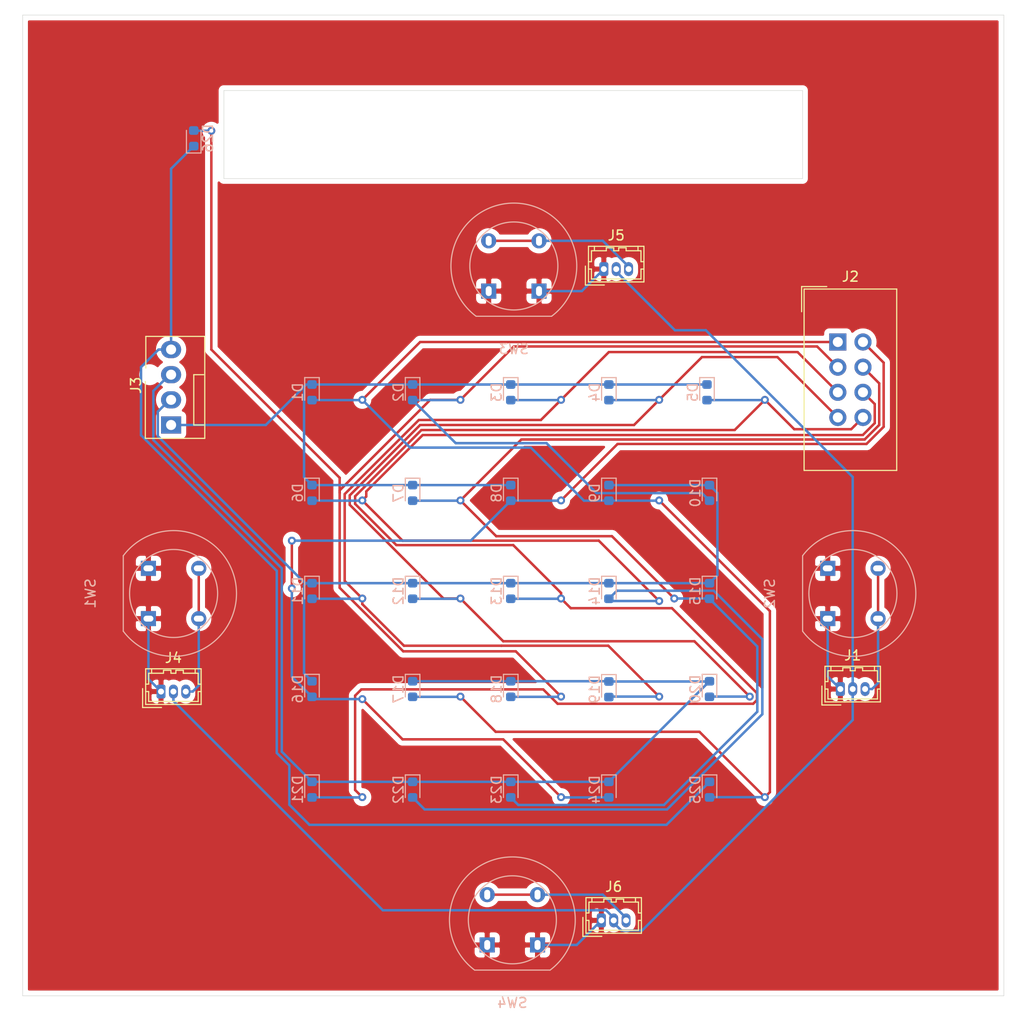
<source format=kicad_pcb>
(kicad_pcb (version 20171130) (host pcbnew "(5.1.0-0)")

  (general
    (thickness 1.6)
    (drawings 24)
    (tracks 310)
    (zones 0)
    (modules 36)
    (nets 19)
  )

  (page A4)
  (layers
    (0 F.Cu signal)
    (31 B.Cu signal)
    (32 B.Adhes user)
    (33 F.Adhes user)
    (34 B.Paste user)
    (35 F.Paste user)
    (36 B.SilkS user)
    (37 F.SilkS user)
    (38 B.Mask user)
    (39 F.Mask user)
    (40 Dwgs.User user)
    (41 Cmts.User user)
    (42 Eco1.User user)
    (43 Eco2.User user)
    (44 Edge.Cuts user)
    (45 Margin user)
    (46 B.CrtYd user)
    (47 F.CrtYd user)
    (48 B.Fab user)
    (49 F.Fab user)
  )

  (setup
    (last_trace_width 0.25)
    (trace_clearance 0.2)
    (zone_clearance 0.508)
    (zone_45_only no)
    (trace_min 0.2)
    (via_size 0.8)
    (via_drill 0.4)
    (via_min_size 0.4)
    (via_min_drill 0.3)
    (uvia_size 0.3)
    (uvia_drill 0.1)
    (uvias_allowed no)
    (uvia_min_size 0.2)
    (uvia_min_drill 0.1)
    (edge_width 0.05)
    (segment_width 0.2)
    (pcb_text_width 0.3)
    (pcb_text_size 1.5 1.5)
    (mod_edge_width 0.12)
    (mod_text_size 1 1)
    (mod_text_width 0.15)
    (pad_size 1.524 1.524)
    (pad_drill 0.762)
    (pad_to_mask_clearance 0.051)
    (solder_mask_min_width 0.25)
    (aux_axis_origin 0 0)
    (visible_elements FFFFFF7F)
    (pcbplotparams
      (layerselection 0x010fc_ffffffff)
      (usegerberextensions false)
      (usegerberattributes false)
      (usegerberadvancedattributes false)
      (creategerberjobfile false)
      (excludeedgelayer true)
      (linewidth 0.100000)
      (plotframeref false)
      (viasonmask false)
      (mode 1)
      (useauxorigin false)
      (hpglpennumber 1)
      (hpglpenspeed 20)
      (hpglpendiameter 15.000000)
      (psnegative false)
      (psa4output false)
      (plotreference true)
      (plotvalue true)
      (plotinvisibletext false)
      (padsonsilk false)
      (subtractmaskfromsilk false)
      (outputformat 1)
      (mirror false)
      (drillshape 1)
      (scaleselection 1)
      (outputdirectory ""))
  )

  (net 0 "")
  (net 1 SEGE)
  (net 2 SEGF)
  (net 3 SEGG)
  (net 4 SEGDP)
  (net 5 SEGA)
  (net 6 SEGB)
  (net 7 SEGC)
  (net 8 SEGD)
  (net 9 GND)
  (net 10 3.3V)
  (net 11 GPIO1)
  (net 12 GPIO0)
  (net 13 DIG3)
  (net 14 DIG2)
  (net 15 DIG1)
  (net 16 DIG0)
  (net 17 GPIO2)
  (net 18 GPIO3)

  (net_class Default "This is the default net class."
    (clearance 0.2)
    (trace_width 0.25)
    (via_dia 0.8)
    (via_drill 0.4)
    (uvia_dia 0.3)
    (uvia_drill 0.1)
    (add_net 3.3V)
    (add_net DIG0)
    (add_net DIG1)
    (add_net DIG2)
    (add_net DIG3)
    (add_net GND)
    (add_net GPIO0)
    (add_net GPIO1)
    (add_net GPIO2)
    (add_net GPIO3)
    (add_net SEGA)
    (add_net SEGB)
    (add_net SEGC)
    (add_net SEGD)
    (add_net SEGDP)
    (add_net SEGE)
    (add_net SEGF)
    (add_net SEGG)
  )

  (module ody-box:D6_Switch (layer B.Cu) (tedit 5D21172B) (tstamp 5D22CE37)
    (at 151.040001 138.369999)
    (path /5D372492)
    (fp_text reference SW4 (at 0 8.39) (layer B.SilkS)
      (effects (font (size 1 1) (thickness 0.15)) (justify mirror))
    )
    (fp_text value SW_Push (at 0 9.39) (layer B.Fab)
      (effects (font (size 1 1) (thickness 0.15)) (justify mirror))
    )
    (fp_arc (start 0 0) (end -3.81 5.08) (angle 286.2602047) (layer B.SilkS) (width 0.12))
    (fp_line (start 3.81 5.08) (end -3.81 5.08) (layer B.SilkS) (width 0.12))
    (fp_circle (center 0 0) (end 4.445 0) (layer B.SilkS) (width 0.12))
    (pad 2 thru_hole circle (at -2.54 -2.54) (size 1.524 1.524) (drill oval 0.6 1) (layers *.Cu *.Mask)
      (net 18 GPIO3))
    (pad 2 thru_hole circle (at 2.54 -2.54) (size 1.524 1.524) (drill oval 0.6 1) (layers *.Cu *.Mask)
      (net 18 GPIO3))
    (pad 1 thru_hole rect (at 2.54 2.54) (size 1.524 1.524) (drill oval 0.6 1) (layers *.Cu *.Mask)
      (net 9 GND))
    (pad 1 thru_hole rect (at -2.54 2.54) (size 1.524 1.524) (drill oval 0.6 1) (layers *.Cu *.Mask)
      (net 9 GND))
  )

  (module LED_SMD:LED_0603_1608Metric (layer B.Cu) (tedit 5B301BBE) (tstamp 5D22972C)
    (at 170.942 125.222 270)
    (descr "LED SMD 0603 (1608 Metric), square (rectangular) end terminal, IPC_7351 nominal, (Body size source: http://www.tortai-tech.com/upload/download/2011102023233369053.pdf), generated with kicad-footprint-generator")
    (tags diode)
    (path /5D346D6E)
    (attr smd)
    (fp_text reference D25 (at 0 1.43 270) (layer B.SilkS)
      (effects (font (size 1 1) (thickness 0.15)) (justify mirror))
    )
    (fp_text value LED (at 0 -1.43 270) (layer B.Fab)
      (effects (font (size 1 1) (thickness 0.15)) (justify mirror))
    )
    (fp_line (start 0.8 0.4) (end -0.5 0.4) (layer B.Fab) (width 0.1))
    (fp_line (start -0.5 0.4) (end -0.8 0.1) (layer B.Fab) (width 0.1))
    (fp_line (start -0.8 0.1) (end -0.8 -0.4) (layer B.Fab) (width 0.1))
    (fp_line (start -0.8 -0.4) (end 0.8 -0.4) (layer B.Fab) (width 0.1))
    (fp_line (start 0.8 -0.4) (end 0.8 0.4) (layer B.Fab) (width 0.1))
    (fp_line (start 0.8 0.735) (end -1.485 0.735) (layer B.SilkS) (width 0.12))
    (fp_line (start -1.485 0.735) (end -1.485 -0.735) (layer B.SilkS) (width 0.12))
    (fp_line (start -1.485 -0.735) (end 0.8 -0.735) (layer B.SilkS) (width 0.12))
    (fp_line (start -1.48 -0.73) (end -1.48 0.73) (layer B.CrtYd) (width 0.05))
    (fp_line (start -1.48 0.73) (end 1.48 0.73) (layer B.CrtYd) (width 0.05))
    (fp_line (start 1.48 0.73) (end 1.48 -0.73) (layer B.CrtYd) (width 0.05))
    (fp_line (start 1.48 -0.73) (end -1.48 -0.73) (layer B.CrtYd) (width 0.05))
    (fp_text user %R (at 0 0 270) (layer B.Fab)
      (effects (font (size 0.4 0.4) (thickness 0.06)) (justify mirror))
    )
    (pad 1 smd roundrect (at -0.7875 0 270) (size 0.875 0.95) (layers B.Cu B.Paste B.Mask) (roundrect_rratio 0.25)
      (net 13 DIG3))
    (pad 2 smd roundrect (at 0.7875 0 270) (size 0.875 0.95) (layers B.Cu B.Paste B.Mask) (roundrect_rratio 0.25)
      (net 5 SEGA))
    (model ${KISYS3DMOD}/LED_SMD.3dshapes/LED_0603_1608Metric.wrl
      (at (xyz 0 0 0))
      (scale (xyz 1 1 1))
      (rotate (xyz 0 0 0))
    )
  )

  (module LED_SMD:LED_0603_1608Metric (layer B.Cu) (tedit 5B301BBE) (tstamp 5D22973F)
    (at 118.872 59.436 90)
    (descr "LED SMD 0603 (1608 Metric), square (rectangular) end terminal, IPC_7351 nominal, (Body size source: http://www.tortai-tech.com/upload/download/2011102023233369053.pdf), generated with kicad-footprint-generator")
    (tags diode)
    (path /5D3473DE)
    (attr smd)
    (fp_text reference D26 (at 0 1.43 90) (layer B.SilkS)
      (effects (font (size 1 1) (thickness 0.15)) (justify mirror))
    )
    (fp_text value LED (at 0 -1.43 90) (layer B.Fab)
      (effects (font (size 1 1) (thickness 0.15)) (justify mirror))
    )
    (fp_text user %R (at 0 0 90) (layer B.Fab)
      (effects (font (size 0.4 0.4) (thickness 0.06)) (justify mirror))
    )
    (fp_line (start 1.48 -0.73) (end -1.48 -0.73) (layer B.CrtYd) (width 0.05))
    (fp_line (start 1.48 0.73) (end 1.48 -0.73) (layer B.CrtYd) (width 0.05))
    (fp_line (start -1.48 0.73) (end 1.48 0.73) (layer B.CrtYd) (width 0.05))
    (fp_line (start -1.48 -0.73) (end -1.48 0.73) (layer B.CrtYd) (width 0.05))
    (fp_line (start -1.485 -0.735) (end 0.8 -0.735) (layer B.SilkS) (width 0.12))
    (fp_line (start -1.485 0.735) (end -1.485 -0.735) (layer B.SilkS) (width 0.12))
    (fp_line (start 0.8 0.735) (end -1.485 0.735) (layer B.SilkS) (width 0.12))
    (fp_line (start 0.8 -0.4) (end 0.8 0.4) (layer B.Fab) (width 0.1))
    (fp_line (start -0.8 -0.4) (end 0.8 -0.4) (layer B.Fab) (width 0.1))
    (fp_line (start -0.8 0.1) (end -0.8 -0.4) (layer B.Fab) (width 0.1))
    (fp_line (start -0.5 0.4) (end -0.8 0.1) (layer B.Fab) (width 0.1))
    (fp_line (start 0.8 0.4) (end -0.5 0.4) (layer B.Fab) (width 0.1))
    (pad 2 smd roundrect (at 0.7875 0 90) (size 0.875 0.95) (layers B.Cu B.Paste B.Mask) (roundrect_rratio 0.25)
      (net 6 SEGB))
    (pad 1 smd roundrect (at -0.7875 0 90) (size 0.875 0.95) (layers B.Cu B.Paste B.Mask) (roundrect_rratio 0.25)
      (net 13 DIG3))
    (model ${KISYS3DMOD}/LED_SMD.3dshapes/LED_0603_1608Metric.wrl
      (at (xyz 0 0 0))
      (scale (xyz 1 1 1))
      (rotate (xyz 0 0 0))
    )
  )

  (module LED_SMD:LED_0603_1608Metric (layer B.Cu) (tedit 5B301BBE) (tstamp 5D22CD56)
    (at 130.81 85.09 270)
    (descr "LED SMD 0603 (1608 Metric), square (rectangular) end terminal, IPC_7351 nominal, (Body size source: http://www.tortai-tech.com/upload/download/2011102023233369053.pdf), generated with kicad-footprint-generator")
    (tags diode)
    (path /5D3479C8)
    (attr smd)
    (fp_text reference D1 (at 0 1.43 270) (layer B.SilkS)
      (effects (font (size 1 1) (thickness 0.15)) (justify mirror))
    )
    (fp_text value LED (at 0 -1.43 270) (layer B.Fab)
      (effects (font (size 1 1) (thickness 0.15)) (justify mirror))
    )
    (fp_line (start 0.8 0.4) (end -0.5 0.4) (layer B.Fab) (width 0.1))
    (fp_line (start -0.5 0.4) (end -0.8 0.1) (layer B.Fab) (width 0.1))
    (fp_line (start -0.8 0.1) (end -0.8 -0.4) (layer B.Fab) (width 0.1))
    (fp_line (start -0.8 -0.4) (end 0.8 -0.4) (layer B.Fab) (width 0.1))
    (fp_line (start 0.8 -0.4) (end 0.8 0.4) (layer B.Fab) (width 0.1))
    (fp_line (start 0.8 0.735) (end -1.485 0.735) (layer B.SilkS) (width 0.12))
    (fp_line (start -1.485 0.735) (end -1.485 -0.735) (layer B.SilkS) (width 0.12))
    (fp_line (start -1.485 -0.735) (end 0.8 -0.735) (layer B.SilkS) (width 0.12))
    (fp_line (start -1.48 -0.73) (end -1.48 0.73) (layer B.CrtYd) (width 0.05))
    (fp_line (start -1.48 0.73) (end 1.48 0.73) (layer B.CrtYd) (width 0.05))
    (fp_line (start 1.48 0.73) (end 1.48 -0.73) (layer B.CrtYd) (width 0.05))
    (fp_line (start 1.48 -0.73) (end -1.48 -0.73) (layer B.CrtYd) (width 0.05))
    (fp_text user %R (at 0 0 270) (layer B.Fab)
      (effects (font (size 0.4 0.4) (thickness 0.06)) (justify mirror))
    )
    (pad 1 smd roundrect (at -0.7875 0 270) (size 0.875 0.95) (layers B.Cu B.Paste B.Mask) (roundrect_rratio 0.25)
      (net 16 DIG0))
    (pad 2 smd roundrect (at 0.7875 0 270) (size 0.875 0.95) (layers B.Cu B.Paste B.Mask) (roundrect_rratio 0.25)
      (net 5 SEGA))
    (model ${KISYS3DMOD}/LED_SMD.3dshapes/LED_0603_1608Metric.wrl
      (at (xyz 0 0 0))
      (scale (xyz 1 1 1))
      (rotate (xyz 0 0 0))
    )
  )

  (module LED_SMD:LED_0603_1608Metric (layer B.Cu) (tedit 5B301BBE) (tstamp 5D22ACF9)
    (at 140.97 85.09 270)
    (descr "LED SMD 0603 (1608 Metric), square (rectangular) end terminal, IPC_7351 nominal, (Body size source: http://www.tortai-tech.com/upload/download/2011102023233369053.pdf), generated with kicad-footprint-generator")
    (tags diode)
    (path /5D3498A8)
    (attr smd)
    (fp_text reference D2 (at 0 1.43 270) (layer B.SilkS)
      (effects (font (size 1 1) (thickness 0.15)) (justify mirror))
    )
    (fp_text value LED (at 0 -1.43 270) (layer B.Fab)
      (effects (font (size 1 1) (thickness 0.15)) (justify mirror))
    )
    (fp_text user %R (at 0 0 270) (layer B.Fab)
      (effects (font (size 0.4 0.4) (thickness 0.06)) (justify mirror))
    )
    (fp_line (start 1.48 -0.73) (end -1.48 -0.73) (layer B.CrtYd) (width 0.05))
    (fp_line (start 1.48 0.73) (end 1.48 -0.73) (layer B.CrtYd) (width 0.05))
    (fp_line (start -1.48 0.73) (end 1.48 0.73) (layer B.CrtYd) (width 0.05))
    (fp_line (start -1.48 -0.73) (end -1.48 0.73) (layer B.CrtYd) (width 0.05))
    (fp_line (start -1.485 -0.735) (end 0.8 -0.735) (layer B.SilkS) (width 0.12))
    (fp_line (start -1.485 0.735) (end -1.485 -0.735) (layer B.SilkS) (width 0.12))
    (fp_line (start 0.8 0.735) (end -1.485 0.735) (layer B.SilkS) (width 0.12))
    (fp_line (start 0.8 -0.4) (end 0.8 0.4) (layer B.Fab) (width 0.1))
    (fp_line (start -0.8 -0.4) (end 0.8 -0.4) (layer B.Fab) (width 0.1))
    (fp_line (start -0.8 0.1) (end -0.8 -0.4) (layer B.Fab) (width 0.1))
    (fp_line (start -0.5 0.4) (end -0.8 0.1) (layer B.Fab) (width 0.1))
    (fp_line (start 0.8 0.4) (end -0.5 0.4) (layer B.Fab) (width 0.1))
    (pad 2 smd roundrect (at 0.7875 0 270) (size 0.875 0.95) (layers B.Cu B.Paste B.Mask) (roundrect_rratio 0.25)
      (net 6 SEGB))
    (pad 1 smd roundrect (at -0.7875 0 270) (size 0.875 0.95) (layers B.Cu B.Paste B.Mask) (roundrect_rratio 0.25)
      (net 16 DIG0))
    (model ${KISYS3DMOD}/LED_SMD.3dshapes/LED_0603_1608Metric.wrl
      (at (xyz 0 0 0))
      (scale (xyz 1 1 1))
      (rotate (xyz 0 0 0))
    )
  )

  (module LED_SMD:LED_0603_1608Metric (layer B.Cu) (tedit 5B301BBE) (tstamp 5D229778)
    (at 150.876 85.09 270)
    (descr "LED SMD 0603 (1608 Metric), square (rectangular) end terminal, IPC_7351 nominal, (Body size source: http://www.tortai-tech.com/upload/download/2011102023233369053.pdf), generated with kicad-footprint-generator")
    (tags diode)
    (path /5D3498B2)
    (attr smd)
    (fp_text reference D3 (at 0 1.43 270) (layer B.SilkS)
      (effects (font (size 1 1) (thickness 0.15)) (justify mirror))
    )
    (fp_text value LED (at 0 -1.43 270) (layer B.Fab)
      (effects (font (size 1 1) (thickness 0.15)) (justify mirror))
    )
    (fp_line (start 0.8 0.4) (end -0.5 0.4) (layer B.Fab) (width 0.1))
    (fp_line (start -0.5 0.4) (end -0.8 0.1) (layer B.Fab) (width 0.1))
    (fp_line (start -0.8 0.1) (end -0.8 -0.4) (layer B.Fab) (width 0.1))
    (fp_line (start -0.8 -0.4) (end 0.8 -0.4) (layer B.Fab) (width 0.1))
    (fp_line (start 0.8 -0.4) (end 0.8 0.4) (layer B.Fab) (width 0.1))
    (fp_line (start 0.8 0.735) (end -1.485 0.735) (layer B.SilkS) (width 0.12))
    (fp_line (start -1.485 0.735) (end -1.485 -0.735) (layer B.SilkS) (width 0.12))
    (fp_line (start -1.485 -0.735) (end 0.8 -0.735) (layer B.SilkS) (width 0.12))
    (fp_line (start -1.48 -0.73) (end -1.48 0.73) (layer B.CrtYd) (width 0.05))
    (fp_line (start -1.48 0.73) (end 1.48 0.73) (layer B.CrtYd) (width 0.05))
    (fp_line (start 1.48 0.73) (end 1.48 -0.73) (layer B.CrtYd) (width 0.05))
    (fp_line (start 1.48 -0.73) (end -1.48 -0.73) (layer B.CrtYd) (width 0.05))
    (fp_text user %R (at 0 0 270) (layer B.Fab)
      (effects (font (size 0.4 0.4) (thickness 0.06)) (justify mirror))
    )
    (pad 1 smd roundrect (at -0.7875 0 270) (size 0.875 0.95) (layers B.Cu B.Paste B.Mask) (roundrect_rratio 0.25)
      (net 16 DIG0))
    (pad 2 smd roundrect (at 0.7875 0 270) (size 0.875 0.95) (layers B.Cu B.Paste B.Mask) (roundrect_rratio 0.25)
      (net 7 SEGC))
    (model ${KISYS3DMOD}/LED_SMD.3dshapes/LED_0603_1608Metric.wrl
      (at (xyz 0 0 0))
      (scale (xyz 1 1 1))
      (rotate (xyz 0 0 0))
    )
  )

  (module LED_SMD:LED_0603_1608Metric (layer B.Cu) (tedit 5B301BBE) (tstamp 5D22978B)
    (at 160.782 85.09 270)
    (descr "LED SMD 0603 (1608 Metric), square (rectangular) end terminal, IPC_7351 nominal, (Body size source: http://www.tortai-tech.com/upload/download/2011102023233369053.pdf), generated with kicad-footprint-generator")
    (tags diode)
    (path /5D3498BC)
    (attr smd)
    (fp_text reference D4 (at 0 1.43 270) (layer B.SilkS)
      (effects (font (size 1 1) (thickness 0.15)) (justify mirror))
    )
    (fp_text value LED (at 0 -1.43 270) (layer B.Fab)
      (effects (font (size 1 1) (thickness 0.15)) (justify mirror))
    )
    (fp_text user %R (at 0 0 270) (layer B.Fab)
      (effects (font (size 0.4 0.4) (thickness 0.06)) (justify mirror))
    )
    (fp_line (start 1.48 -0.73) (end -1.48 -0.73) (layer B.CrtYd) (width 0.05))
    (fp_line (start 1.48 0.73) (end 1.48 -0.73) (layer B.CrtYd) (width 0.05))
    (fp_line (start -1.48 0.73) (end 1.48 0.73) (layer B.CrtYd) (width 0.05))
    (fp_line (start -1.48 -0.73) (end -1.48 0.73) (layer B.CrtYd) (width 0.05))
    (fp_line (start -1.485 -0.735) (end 0.8 -0.735) (layer B.SilkS) (width 0.12))
    (fp_line (start -1.485 0.735) (end -1.485 -0.735) (layer B.SilkS) (width 0.12))
    (fp_line (start 0.8 0.735) (end -1.485 0.735) (layer B.SilkS) (width 0.12))
    (fp_line (start 0.8 -0.4) (end 0.8 0.4) (layer B.Fab) (width 0.1))
    (fp_line (start -0.8 -0.4) (end 0.8 -0.4) (layer B.Fab) (width 0.1))
    (fp_line (start -0.8 0.1) (end -0.8 -0.4) (layer B.Fab) (width 0.1))
    (fp_line (start -0.5 0.4) (end -0.8 0.1) (layer B.Fab) (width 0.1))
    (fp_line (start 0.8 0.4) (end -0.5 0.4) (layer B.Fab) (width 0.1))
    (pad 2 smd roundrect (at 0.7875 0 270) (size 0.875 0.95) (layers B.Cu B.Paste B.Mask) (roundrect_rratio 0.25)
      (net 8 SEGD))
    (pad 1 smd roundrect (at -0.7875 0 270) (size 0.875 0.95) (layers B.Cu B.Paste B.Mask) (roundrect_rratio 0.25)
      (net 16 DIG0))
    (model ${KISYS3DMOD}/LED_SMD.3dshapes/LED_0603_1608Metric.wrl
      (at (xyz 0 0 0))
      (scale (xyz 1 1 1))
      (rotate (xyz 0 0 0))
    )
  )

  (module LED_SMD:LED_0603_1608Metric (layer B.Cu) (tedit 5B301BBE) (tstamp 5D22979E)
    (at 170.688 85.09 270)
    (descr "LED SMD 0603 (1608 Metric), square (rectangular) end terminal, IPC_7351 nominal, (Body size source: http://www.tortai-tech.com/upload/download/2011102023233369053.pdf), generated with kicad-footprint-generator")
    (tags diode)
    (path /5D34DB1C)
    (attr smd)
    (fp_text reference D5 (at 0 1.43 270) (layer B.SilkS)
      (effects (font (size 1 1) (thickness 0.15)) (justify mirror))
    )
    (fp_text value LED (at 0 -1.43 270) (layer B.Fab)
      (effects (font (size 1 1) (thickness 0.15)) (justify mirror))
    )
    (fp_line (start 0.8 0.4) (end -0.5 0.4) (layer B.Fab) (width 0.1))
    (fp_line (start -0.5 0.4) (end -0.8 0.1) (layer B.Fab) (width 0.1))
    (fp_line (start -0.8 0.1) (end -0.8 -0.4) (layer B.Fab) (width 0.1))
    (fp_line (start -0.8 -0.4) (end 0.8 -0.4) (layer B.Fab) (width 0.1))
    (fp_line (start 0.8 -0.4) (end 0.8 0.4) (layer B.Fab) (width 0.1))
    (fp_line (start 0.8 0.735) (end -1.485 0.735) (layer B.SilkS) (width 0.12))
    (fp_line (start -1.485 0.735) (end -1.485 -0.735) (layer B.SilkS) (width 0.12))
    (fp_line (start -1.485 -0.735) (end 0.8 -0.735) (layer B.SilkS) (width 0.12))
    (fp_line (start -1.48 -0.73) (end -1.48 0.73) (layer B.CrtYd) (width 0.05))
    (fp_line (start -1.48 0.73) (end 1.48 0.73) (layer B.CrtYd) (width 0.05))
    (fp_line (start 1.48 0.73) (end 1.48 -0.73) (layer B.CrtYd) (width 0.05))
    (fp_line (start 1.48 -0.73) (end -1.48 -0.73) (layer B.CrtYd) (width 0.05))
    (fp_text user %R (at 0 0 270) (layer B.Fab)
      (effects (font (size 0.4 0.4) (thickness 0.06)) (justify mirror))
    )
    (pad 1 smd roundrect (at -0.7875 0 270) (size 0.875 0.95) (layers B.Cu B.Paste B.Mask) (roundrect_rratio 0.25)
      (net 16 DIG0))
    (pad 2 smd roundrect (at 0.7875 0 270) (size 0.875 0.95) (layers B.Cu B.Paste B.Mask) (roundrect_rratio 0.25)
      (net 1 SEGE))
    (model ${KISYS3DMOD}/LED_SMD.3dshapes/LED_0603_1608Metric.wrl
      (at (xyz 0 0 0))
      (scale (xyz 1 1 1))
      (rotate (xyz 0 0 0))
    )
  )

  (module LED_SMD:LED_0603_1608Metric (layer B.Cu) (tedit 5B301BBE) (tstamp 5D2297B1)
    (at 130.81 95.25 270)
    (descr "LED SMD 0603 (1608 Metric), square (rectangular) end terminal, IPC_7351 nominal, (Body size source: http://www.tortai-tech.com/upload/download/2011102023233369053.pdf), generated with kicad-footprint-generator")
    (tags diode)
    (path /5D34DB26)
    (attr smd)
    (fp_text reference D6 (at 0 1.43 270) (layer B.SilkS)
      (effects (font (size 1 1) (thickness 0.15)) (justify mirror))
    )
    (fp_text value LED (at 0 -1.43 270) (layer B.Fab)
      (effects (font (size 1 1) (thickness 0.15)) (justify mirror))
    )
    (fp_text user %R (at 0 0 270) (layer B.Fab)
      (effects (font (size 0.4 0.4) (thickness 0.06)) (justify mirror))
    )
    (fp_line (start 1.48 -0.73) (end -1.48 -0.73) (layer B.CrtYd) (width 0.05))
    (fp_line (start 1.48 0.73) (end 1.48 -0.73) (layer B.CrtYd) (width 0.05))
    (fp_line (start -1.48 0.73) (end 1.48 0.73) (layer B.CrtYd) (width 0.05))
    (fp_line (start -1.48 -0.73) (end -1.48 0.73) (layer B.CrtYd) (width 0.05))
    (fp_line (start -1.485 -0.735) (end 0.8 -0.735) (layer B.SilkS) (width 0.12))
    (fp_line (start -1.485 0.735) (end -1.485 -0.735) (layer B.SilkS) (width 0.12))
    (fp_line (start 0.8 0.735) (end -1.485 0.735) (layer B.SilkS) (width 0.12))
    (fp_line (start 0.8 -0.4) (end 0.8 0.4) (layer B.Fab) (width 0.1))
    (fp_line (start -0.8 -0.4) (end 0.8 -0.4) (layer B.Fab) (width 0.1))
    (fp_line (start -0.8 0.1) (end -0.8 -0.4) (layer B.Fab) (width 0.1))
    (fp_line (start -0.5 0.4) (end -0.8 0.1) (layer B.Fab) (width 0.1))
    (fp_line (start 0.8 0.4) (end -0.5 0.4) (layer B.Fab) (width 0.1))
    (pad 2 smd roundrect (at 0.7875 0 270) (size 0.875 0.95) (layers B.Cu B.Paste B.Mask) (roundrect_rratio 0.25)
      (net 2 SEGF))
    (pad 1 smd roundrect (at -0.7875 0 270) (size 0.875 0.95) (layers B.Cu B.Paste B.Mask) (roundrect_rratio 0.25)
      (net 16 DIG0))
    (model ${KISYS3DMOD}/LED_SMD.3dshapes/LED_0603_1608Metric.wrl
      (at (xyz 0 0 0))
      (scale (xyz 1 1 1))
      (rotate (xyz 0 0 0))
    )
  )

  (module LED_SMD:LED_0603_1608Metric (layer B.Cu) (tedit 5B301BBE) (tstamp 5D2297C4)
    (at 140.97 95.25 270)
    (descr "LED SMD 0603 (1608 Metric), square (rectangular) end terminal, IPC_7351 nominal, (Body size source: http://www.tortai-tech.com/upload/download/2011102023233369053.pdf), generated with kicad-footprint-generator")
    (tags diode)
    (path /5D34DB30)
    (attr smd)
    (fp_text reference D7 (at 0 1.43 270) (layer B.SilkS)
      (effects (font (size 1 1) (thickness 0.15)) (justify mirror))
    )
    (fp_text value LED (at 0 -1.43 270) (layer B.Fab)
      (effects (font (size 1 1) (thickness 0.15)) (justify mirror))
    )
    (fp_line (start 0.8 0.4) (end -0.5 0.4) (layer B.Fab) (width 0.1))
    (fp_line (start -0.5 0.4) (end -0.8 0.1) (layer B.Fab) (width 0.1))
    (fp_line (start -0.8 0.1) (end -0.8 -0.4) (layer B.Fab) (width 0.1))
    (fp_line (start -0.8 -0.4) (end 0.8 -0.4) (layer B.Fab) (width 0.1))
    (fp_line (start 0.8 -0.4) (end 0.8 0.4) (layer B.Fab) (width 0.1))
    (fp_line (start 0.8 0.735) (end -1.485 0.735) (layer B.SilkS) (width 0.12))
    (fp_line (start -1.485 0.735) (end -1.485 -0.735) (layer B.SilkS) (width 0.12))
    (fp_line (start -1.485 -0.735) (end 0.8 -0.735) (layer B.SilkS) (width 0.12))
    (fp_line (start -1.48 -0.73) (end -1.48 0.73) (layer B.CrtYd) (width 0.05))
    (fp_line (start -1.48 0.73) (end 1.48 0.73) (layer B.CrtYd) (width 0.05))
    (fp_line (start 1.48 0.73) (end 1.48 -0.73) (layer B.CrtYd) (width 0.05))
    (fp_line (start 1.48 -0.73) (end -1.48 -0.73) (layer B.CrtYd) (width 0.05))
    (fp_text user %R (at 0 0 270) (layer B.Fab)
      (effects (font (size 0.4 0.4) (thickness 0.06)) (justify mirror))
    )
    (pad 1 smd roundrect (at -0.7875 0 270) (size 0.875 0.95) (layers B.Cu B.Paste B.Mask) (roundrect_rratio 0.25)
      (net 16 DIG0))
    (pad 2 smd roundrect (at 0.7875 0 270) (size 0.875 0.95) (layers B.Cu B.Paste B.Mask) (roundrect_rratio 0.25)
      (net 3 SEGG))
    (model ${KISYS3DMOD}/LED_SMD.3dshapes/LED_0603_1608Metric.wrl
      (at (xyz 0 0 0))
      (scale (xyz 1 1 1))
      (rotate (xyz 0 0 0))
    )
  )

  (module ody-box:D6_Switch (layer B.Cu) (tedit 5D21172B) (tstamp 5D229897)
    (at 116.84 105.41 270)
    (path /5D356D40)
    (fp_text reference SW1 (at 0 8.39 270) (layer B.SilkS)
      (effects (font (size 1 1) (thickness 0.15)) (justify mirror))
    )
    (fp_text value SW_Push (at 0 9.39 270) (layer B.Fab)
      (effects (font (size 1 1) (thickness 0.15)) (justify mirror))
    )
    (fp_circle (center 0 0) (end 4.445 0) (layer B.SilkS) (width 0.12))
    (fp_line (start 3.81 5.08) (end -3.81 5.08) (layer B.SilkS) (width 0.12))
    (fp_arc (start 0 0) (end -3.81 5.08) (angle 286.2602047) (layer B.SilkS) (width 0.12))
    (pad 1 thru_hole rect (at -2.54 2.54 270) (size 1.524 1.524) (drill oval 0.6 1) (layers *.Cu *.Mask)
      (net 9 GND))
    (pad 1 thru_hole rect (at 2.54 2.54 270) (size 1.524 1.524) (drill oval 0.6 1) (layers *.Cu *.Mask)
      (net 9 GND))
    (pad 2 thru_hole circle (at 2.54 -2.54 270) (size 1.524 1.524) (drill oval 0.6 1) (layers *.Cu *.Mask)
      (net 11 GPIO1))
    (pad 2 thru_hole circle (at -2.54 -2.54 270) (size 1.524 1.524) (drill oval 0.6 1) (layers *.Cu *.Mask)
      (net 11 GPIO1))
  )

  (module ody-box:D6_Switch (layer B.Cu) (tedit 5D21172B) (tstamp 5D2298A2)
    (at 185.42 105.41 270)
    (path /5D35AFB4)
    (fp_text reference SW2 (at 0 8.39 270) (layer B.SilkS)
      (effects (font (size 1 1) (thickness 0.15)) (justify mirror))
    )
    (fp_text value SW_Push (at 0 9.39 270) (layer B.Fab)
      (effects (font (size 1 1) (thickness 0.15)) (justify mirror))
    )
    (fp_arc (start 0 0) (end -3.81 5.08) (angle 286.2602047) (layer B.SilkS) (width 0.12))
    (fp_line (start 3.81 5.08) (end -3.81 5.08) (layer B.SilkS) (width 0.12))
    (fp_circle (center 0 0) (end 4.445 0) (layer B.SilkS) (width 0.12))
    (pad 2 thru_hole circle (at -2.54 -2.54 270) (size 1.524 1.524) (drill oval 0.6 1) (layers *.Cu *.Mask)
      (net 12 GPIO0))
    (pad 2 thru_hole circle (at 2.54 -2.54 270) (size 1.524 1.524) (drill oval 0.6 1) (layers *.Cu *.Mask)
      (net 12 GPIO0))
    (pad 1 thru_hole rect (at 2.54 2.54 270) (size 1.524 1.524) (drill oval 0.6 1) (layers *.Cu *.Mask)
      (net 9 GND))
    (pad 1 thru_hole rect (at -2.54 2.54 270) (size 1.524 1.524) (drill oval 0.6 1) (layers *.Cu *.Mask)
      (net 9 GND))
  )

  (module LED_SMD:LED_0603_1608Metric (layer B.Cu) (tedit 5B301BBE) (tstamp 5D22A057)
    (at 150.876 95.25 270)
    (descr "LED SMD 0603 (1608 Metric), square (rectangular) end terminal, IPC_7351 nominal, (Body size source: http://www.tortai-tech.com/upload/download/2011102023233369053.pdf), generated with kicad-footprint-generator")
    (tags diode)
    (path /5D364C69)
    (attr smd)
    (fp_text reference D8 (at 0 1.43 270) (layer B.SilkS)
      (effects (font (size 1 1) (thickness 0.15)) (justify mirror))
    )
    (fp_text value LED (at 0 -1.43 270) (layer B.Fab)
      (effects (font (size 1 1) (thickness 0.15)) (justify mirror))
    )
    (fp_line (start 0.8 0.4) (end -0.5 0.4) (layer B.Fab) (width 0.1))
    (fp_line (start -0.5 0.4) (end -0.8 0.1) (layer B.Fab) (width 0.1))
    (fp_line (start -0.8 0.1) (end -0.8 -0.4) (layer B.Fab) (width 0.1))
    (fp_line (start -0.8 -0.4) (end 0.8 -0.4) (layer B.Fab) (width 0.1))
    (fp_line (start 0.8 -0.4) (end 0.8 0.4) (layer B.Fab) (width 0.1))
    (fp_line (start 0.8 0.735) (end -1.485 0.735) (layer B.SilkS) (width 0.12))
    (fp_line (start -1.485 0.735) (end -1.485 -0.735) (layer B.SilkS) (width 0.12))
    (fp_line (start -1.485 -0.735) (end 0.8 -0.735) (layer B.SilkS) (width 0.12))
    (fp_line (start -1.48 -0.73) (end -1.48 0.73) (layer B.CrtYd) (width 0.05))
    (fp_line (start -1.48 0.73) (end 1.48 0.73) (layer B.CrtYd) (width 0.05))
    (fp_line (start 1.48 0.73) (end 1.48 -0.73) (layer B.CrtYd) (width 0.05))
    (fp_line (start 1.48 -0.73) (end -1.48 -0.73) (layer B.CrtYd) (width 0.05))
    (fp_text user %R (at 0 0 270) (layer B.Fab)
      (effects (font (size 0.4 0.4) (thickness 0.06)) (justify mirror))
    )
    (pad 1 smd roundrect (at -0.7875 0 270) (size 0.875 0.95) (layers B.Cu B.Paste B.Mask) (roundrect_rratio 0.25)
      (net 16 DIG0))
    (pad 2 smd roundrect (at 0.7875 0 270) (size 0.875 0.95) (layers B.Cu B.Paste B.Mask) (roundrect_rratio 0.25)
      (net 4 SEGDP))
    (model ${KISYS3DMOD}/LED_SMD.3dshapes/LED_0603_1608Metric.wrl
      (at (xyz 0 0 0))
      (scale (xyz 1 1 1))
      (rotate (xyz 0 0 0))
    )
  )

  (module ody-box:D6_Switch (layer B.Cu) (tedit 5D21172B) (tstamp 5D22CA94)
    (at 151.190001 72.329999)
    (path /5D372471)
    (fp_text reference SW3 (at 0 8.39) (layer B.SilkS)
      (effects (font (size 1 1) (thickness 0.15)) (justify mirror))
    )
    (fp_text value SW_Push (at 0 9.39) (layer B.Fab)
      (effects (font (size 1 1) (thickness 0.15)) (justify mirror))
    )
    (fp_circle (center 0 0) (end 4.445 0) (layer B.SilkS) (width 0.12))
    (fp_line (start 3.81 5.08) (end -3.81 5.08) (layer B.SilkS) (width 0.12))
    (fp_arc (start 0 0) (end -3.81 5.08) (angle 286.2602047) (layer B.SilkS) (width 0.12))
    (pad 1 thru_hole rect (at -2.54 2.54) (size 1.524 1.524) (drill oval 0.6 1) (layers *.Cu *.Mask)
      (net 9 GND))
    (pad 1 thru_hole rect (at 2.54 2.54) (size 1.524 1.524) (drill oval 0.6 1) (layers *.Cu *.Mask)
      (net 9 GND))
    (pad 2 thru_hole circle (at 2.54 -2.54) (size 1.524 1.524) (drill oval 0.6 1) (layers *.Cu *.Mask)
      (net 17 GPIO2))
    (pad 2 thru_hole circle (at -2.54 -2.54) (size 1.524 1.524) (drill oval 0.6 1) (layers *.Cu *.Mask)
      (net 17 GPIO2))
  )

  (module Connector_IDC:IDC-Header_2x04_P2.54mm_Vertical (layer F.Cu) (tedit 59DE070F) (tstamp 5D2A90FB)
    (at 183.896 80.01)
    (descr "Through hole straight IDC box header, 2x04, 2.54mm pitch, double rows")
    (tags "Through hole IDC box header THT 2x04 2.54mm double row")
    (path /5D3D2AD9)
    (fp_text reference J2 (at 1.27 -6.604) (layer F.SilkS)
      (effects (font (size 1 1) (thickness 0.15)))
    )
    (fp_text value Conn_02x04_Odd_Even (at 1.27 14.224) (layer F.Fab)
      (effects (font (size 1 1) (thickness 0.15)))
    )
    (fp_text user %R (at 1.27 3.81) (layer F.Fab)
      (effects (font (size 1 1) (thickness 0.15)))
    )
    (fp_line (start 5.695 -5.1) (end 5.695 12.72) (layer F.Fab) (width 0.1))
    (fp_line (start 5.145 -4.56) (end 5.145 12.16) (layer F.Fab) (width 0.1))
    (fp_line (start -3.155 -5.1) (end -3.155 12.72) (layer F.Fab) (width 0.1))
    (fp_line (start -2.605 -4.56) (end -2.605 1.56) (layer F.Fab) (width 0.1))
    (fp_line (start -2.605 6.06) (end -2.605 12.16) (layer F.Fab) (width 0.1))
    (fp_line (start -2.605 1.56) (end -3.155 1.56) (layer F.Fab) (width 0.1))
    (fp_line (start -2.605 6.06) (end -3.155 6.06) (layer F.Fab) (width 0.1))
    (fp_line (start 5.695 -5.1) (end -3.155 -5.1) (layer F.Fab) (width 0.1))
    (fp_line (start 5.145 -4.56) (end -2.605 -4.56) (layer F.Fab) (width 0.1))
    (fp_line (start 5.695 12.72) (end -3.155 12.72) (layer F.Fab) (width 0.1))
    (fp_line (start 5.145 12.16) (end -2.605 12.16) (layer F.Fab) (width 0.1))
    (fp_line (start 5.695 -5.1) (end 5.145 -4.56) (layer F.Fab) (width 0.1))
    (fp_line (start 5.695 12.72) (end 5.145 12.16) (layer F.Fab) (width 0.1))
    (fp_line (start -3.155 -5.1) (end -2.605 -4.56) (layer F.Fab) (width 0.1))
    (fp_line (start -3.155 12.72) (end -2.605 12.16) (layer F.Fab) (width 0.1))
    (fp_line (start 5.95 -5.35) (end 5.95 12.97) (layer F.CrtYd) (width 0.05))
    (fp_line (start 5.95 12.97) (end -3.41 12.97) (layer F.CrtYd) (width 0.05))
    (fp_line (start -3.41 12.97) (end -3.41 -5.35) (layer F.CrtYd) (width 0.05))
    (fp_line (start -3.41 -5.35) (end 5.95 -5.35) (layer F.CrtYd) (width 0.05))
    (fp_line (start 5.945 -5.35) (end 5.945 12.97) (layer F.SilkS) (width 0.12))
    (fp_line (start 5.945 12.97) (end -3.405 12.97) (layer F.SilkS) (width 0.12))
    (fp_line (start -3.405 12.97) (end -3.405 -5.35) (layer F.SilkS) (width 0.12))
    (fp_line (start -3.405 -5.35) (end 5.945 -5.35) (layer F.SilkS) (width 0.12))
    (fp_line (start -3.655 -5.6) (end -3.655 -3.06) (layer F.SilkS) (width 0.12))
    (fp_line (start -3.655 -5.6) (end -1.115 -5.6) (layer F.SilkS) (width 0.12))
    (pad 1 thru_hole rect (at 0 0) (size 1.7272 1.7272) (drill 1.016) (layers *.Cu *.Mask)
      (net 5 SEGA))
    (pad 2 thru_hole oval (at 2.54 0) (size 1.7272 1.7272) (drill 1.016) (layers *.Cu *.Mask)
      (net 4 SEGDP))
    (pad 3 thru_hole oval (at 0 2.54) (size 1.7272 1.7272) (drill 1.016) (layers *.Cu *.Mask)
      (net 6 SEGB))
    (pad 4 thru_hole oval (at 2.54 2.54) (size 1.7272 1.7272) (drill 1.016) (layers *.Cu *.Mask)
      (net 3 SEGG))
    (pad 5 thru_hole oval (at 0 5.08) (size 1.7272 1.7272) (drill 1.016) (layers *.Cu *.Mask)
      (net 7 SEGC))
    (pad 6 thru_hole oval (at 2.54 5.08) (size 1.7272 1.7272) (drill 1.016) (layers *.Cu *.Mask)
      (net 2 SEGF))
    (pad 7 thru_hole oval (at 0 7.62) (size 1.7272 1.7272) (drill 1.016) (layers *.Cu *.Mask)
      (net 8 SEGD))
    (pad 8 thru_hole oval (at 2.54 7.62) (size 1.7272 1.7272) (drill 1.016) (layers *.Cu *.Mask)
      (net 1 SEGE))
    (model ${KISYS3DMOD}/Connector_IDC.3dshapes/IDC-Header_2x04_P2.54mm_Vertical.wrl
      (at (xyz 0 0 0))
      (scale (xyz 1 1 1))
      (rotate (xyz 0 0 0))
    )
  )

  (module Connector:FanPinHeader_1x04_P2.54mm_Vertical (layer F.Cu) (tedit 5A19DE55) (tstamp 5D2A911A)
    (at 116.586 88.392 90)
    (descr "4-pin CPU fan Through hole pin header, e.g. for Wieson part number 2366C888-007 Molex 47053-1000, Foxconn HF27040-M1, Tyco 1470947-1 or equivalent, see http://www.formfactors.org/developer%5Cspecs%5Crev1_2_public.pdf")
    (tags "pin header 4-pin CPU fan")
    (path /5D3D31EB)
    (fp_text reference J3 (at 4 -3.55 90) (layer F.SilkS)
      (effects (font (size 1 1) (thickness 0.15)))
    )
    (fp_text value Conn_01x04_Male (at 4.05 4.35 90) (layer F.Fab)
      (effects (font (size 1 1) (thickness 0.15)))
    )
    (fp_text user %R (at 1.85 -1.75 90) (layer F.Fab)
      (effects (font (size 1 1) (thickness 0.15)))
    )
    (fp_line (start -1.35 -2.6) (end 4.4 -2.6) (layer F.SilkS) (width 0.12))
    (fp_line (start 5.75 -2.55) (end 8.95 -2.55) (layer F.SilkS) (width 0.12))
    (fp_line (start 8.95 -2.55) (end 8.95 3.4) (layer F.SilkS) (width 0.12))
    (fp_line (start 8.95 3.4) (end -1.35 3.4) (layer F.SilkS) (width 0.12))
    (fp_line (start -1.35 3.4) (end -1.35 -2.6) (layer F.SilkS) (width 0.12))
    (fp_line (start 5.1 3.3) (end 5.1 2.3) (layer F.Fab) (width 0.1))
    (fp_line (start 5.1 2.3) (end 0 2.3) (layer F.Fab) (width 0.1))
    (fp_line (start 0 2.3) (end 0 3.3) (layer F.Fab) (width 0.1))
    (fp_line (start 5.75 -2.5) (end 8.85 -2.5) (layer F.Fab) (width 0.1))
    (fp_line (start 8.85 -2.5) (end 8.85 3.3) (layer F.Fab) (width 0.1))
    (fp_line (start 8.85 3.3) (end -1.2 3.3) (layer F.Fab) (width 0.1))
    (fp_line (start -1.2 3.3) (end -1.25 3.3) (layer F.Fab) (width 0.1))
    (fp_line (start -1.25 3.3) (end -1.25 -2.5) (layer F.Fab) (width 0.1))
    (fp_line (start -1.25 -2.5) (end 4.4 -2.5) (layer F.Fab) (width 0.1))
    (fp_line (start 0 3.3) (end 0 2.29) (layer F.SilkS) (width 0.12))
    (fp_line (start 0 2.29) (end 5.08 2.29) (layer F.SilkS) (width 0.12))
    (fp_line (start 5.08 2.29) (end 5.08 3.3) (layer F.SilkS) (width 0.12))
    (fp_line (start -1.75 3.8) (end -1.75 -3.2) (layer F.CrtYd) (width 0.05))
    (fp_line (start -1.75 3.8) (end 9.35 3.8) (layer F.CrtYd) (width 0.05))
    (fp_line (start 9.35 -3.2) (end -1.75 -3.2) (layer F.CrtYd) (width 0.05))
    (fp_line (start 9.35 -3.2) (end 9.35 3.8) (layer F.CrtYd) (width 0.05))
    (pad 1 thru_hole rect (at 0 0 180) (size 2.03 1.73) (drill 1.02) (layers *.Cu *.Mask)
      (net 16 DIG0))
    (pad 2 thru_hole oval (at 2.54 0 180) (size 2.03 1.73) (drill 1.02) (layers *.Cu *.Mask)
      (net 15 DIG1))
    (pad 3 thru_hole oval (at 5.08 0 180) (size 2.03 1.73) (drill 1.02) (layers *.Cu *.Mask)
      (net 14 DIG2))
    (pad 4 thru_hole oval (at 7.62 0 180) (size 2.03 1.73) (drill 1.02) (layers *.Cu *.Mask)
      (net 13 DIG3))
    (pad "" np_thru_hole circle (at 5.08 -2.16 180) (size 1.1 1.1) (drill 1.1) (layers *.Cu *.Mask))
    (model ${KISYS3DMOD}/Connector.3dshapes/FanPinHeader_1x04_P2.54mm_Vertical.wrl
      (at (xyz 0 0 0))
      (scale (xyz 1 1 1))
      (rotate (xyz 0 0 0))
    )
  )

  (module Connector_Hirose:Hirose_DF13-03P-1.25DSA_1x03_P1.25mm_Vertical (layer F.Cu) (tedit 5B77E5EB) (tstamp 5D2A9148)
    (at 184.15 115.062)
    (descr "Molex DF13 through hole, DF13-03P-1.25DSA, 3 Pins per row (https://www.hirose.com/product/en/products/DF13/DF13-2P-1.25DSA%2850%29/), generated with kicad-footprint-generator")
    (tags "connector Hirose  side entry")
    (path /5D3D43AC)
    (fp_text reference J1 (at 1.25 -3.4) (layer F.SilkS)
      (effects (font (size 1 1) (thickness 0.15)))
    )
    (fp_text value Conn_01x03_Male (at 1.25 2.4) (layer F.Fab)
      (effects (font (size 1 1) (thickness 0.15)))
    )
    (fp_line (start -1.45 -2.2) (end -1.45 1.2) (layer F.Fab) (width 0.1))
    (fp_line (start -1.45 1.2) (end 3.95 1.2) (layer F.Fab) (width 0.1))
    (fp_line (start 3.95 1.2) (end 3.95 -2.2) (layer F.Fab) (width 0.1))
    (fp_line (start 3.95 -2.2) (end -1.45 -2.2) (layer F.Fab) (width 0.1))
    (fp_line (start -1.55 -2.3) (end -1.55 1.3) (layer F.SilkS) (width 0.12))
    (fp_line (start -1.55 1.3) (end 4.05 1.3) (layer F.SilkS) (width 0.12))
    (fp_line (start 4.05 1.3) (end 4.05 -2.3) (layer F.SilkS) (width 0.12))
    (fp_line (start 4.05 -2.3) (end -1.55 -2.3) (layer F.SilkS) (width 0.12))
    (fp_line (start -1.86 -0.3) (end -1.86 1.61) (layer F.SilkS) (width 0.12))
    (fp_line (start -1.86 1.61) (end 0.05 1.61) (layer F.SilkS) (width 0.12))
    (fp_line (start -0.5 1.2) (end 0 0.492893) (layer F.Fab) (width 0.1))
    (fp_line (start 0 0.492893) (end 0.5 1.2) (layer F.Fab) (width 0.1))
    (fp_line (start -1.55 0) (end -1.25 0) (layer F.SilkS) (width 0.12))
    (fp_line (start -1.25 0) (end -1.25 1) (layer F.SilkS) (width 0.12))
    (fp_line (start -1.25 1) (end 3.75 1) (layer F.SilkS) (width 0.12))
    (fp_line (start 3.75 1) (end 3.75 0) (layer F.SilkS) (width 0.12))
    (fp_line (start 3.75 0) (end 4.05 0) (layer F.SilkS) (width 0.12))
    (fp_line (start -1.55 -0.75) (end -1.25 -0.75) (layer F.SilkS) (width 0.12))
    (fp_line (start -1.25 -0.75) (end -1.25 -1.85) (layer F.SilkS) (width 0.12))
    (fp_line (start -1.25 -1.85) (end -0.95 -1.85) (layer F.SilkS) (width 0.12))
    (fp_line (start -0.95 -1.85) (end -0.95 -2.3) (layer F.SilkS) (width 0.12))
    (fp_line (start 4.05 -0.75) (end 3.75 -0.75) (layer F.SilkS) (width 0.12))
    (fp_line (start 3.75 -0.75) (end 3.75 -1.85) (layer F.SilkS) (width 0.12))
    (fp_line (start 3.75 -1.85) (end 3.45 -1.85) (layer F.SilkS) (width 0.12))
    (fp_line (start 3.45 -1.85) (end 3.45 -2.3) (layer F.SilkS) (width 0.12))
    (fp_line (start -0.95 -1.85) (end 0.25 -1.85) (layer F.SilkS) (width 0.12))
    (fp_line (start 0.25 -1.85) (end 0.25 -2.15) (layer F.SilkS) (width 0.12))
    (fp_line (start 0.25 -2.15) (end 1 -2.15) (layer F.SilkS) (width 0.12))
    (fp_line (start 1 -2.15) (end 1 -1.85) (layer F.SilkS) (width 0.12))
    (fp_line (start 1 -1.85) (end 1.5 -1.85) (layer F.SilkS) (width 0.12))
    (fp_line (start 1.5 -1.85) (end 1.5 -2.15) (layer F.SilkS) (width 0.12))
    (fp_line (start 1.5 -2.15) (end 2.25 -2.15) (layer F.SilkS) (width 0.12))
    (fp_line (start 2.25 -2.15) (end 2.25 -1.85) (layer F.SilkS) (width 0.12))
    (fp_line (start 2.25 -1.85) (end 3.45 -1.85) (layer F.SilkS) (width 0.12))
    (fp_line (start -1.95 -2.7) (end -1.95 1.7) (layer F.CrtYd) (width 0.05))
    (fp_line (start -1.95 1.7) (end 4.45 1.7) (layer F.CrtYd) (width 0.05))
    (fp_line (start 4.45 1.7) (end 4.45 -2.7) (layer F.CrtYd) (width 0.05))
    (fp_line (start 4.45 -2.7) (end -1.95 -2.7) (layer F.CrtYd) (width 0.05))
    (fp_text user %R (at 1.25 -1.5) (layer F.Fab)
      (effects (font (size 1 1) (thickness 0.15)))
    )
    (pad 1 thru_hole roundrect (at 0 0) (size 0.9 1.4) (drill 0.6) (layers *.Cu *.Mask) (roundrect_rratio 0.25)
      (net 9 GND))
    (pad 2 thru_hole oval (at 1.25 0) (size 0.9 1.4) (drill 0.6) (layers *.Cu *.Mask)
      (net 10 3.3V))
    (pad 3 thru_hole oval (at 2.5 0) (size 0.9 1.4) (drill 0.6) (layers *.Cu *.Mask)
      (net 12 GPIO0))
    (model ${KISYS3DMOD}/Connector_Hirose.3dshapes/Hirose_DF13-03P-1.25DSA_1x03_P1.25mm_Vertical.wrl
      (at (xyz 0 0 0))
      (scale (xyz 1 1 1))
      (rotate (xyz 0 0 0))
    )
  )

  (module Connector_Hirose:Hirose_DF13-03P-1.25DSA_1x03_P1.25mm_Vertical (layer F.Cu) (tedit 5B77E5EB) (tstamp 5D2A9176)
    (at 115.57 115.316)
    (descr "Molex DF13 through hole, DF13-03P-1.25DSA, 3 Pins per row (https://www.hirose.com/product/en/products/DF13/DF13-2P-1.25DSA%2850%29/), generated with kicad-footprint-generator")
    (tags "connector Hirose  side entry")
    (path /5D3D60AE)
    (fp_text reference J4 (at 1.25 -3.4) (layer F.SilkS)
      (effects (font (size 1 1) (thickness 0.15)))
    )
    (fp_text value Conn_01x03_Male (at 1.25 2.4) (layer F.Fab)
      (effects (font (size 1 1) (thickness 0.15)))
    )
    (fp_text user %R (at 1.25 -1.5) (layer F.Fab)
      (effects (font (size 1 1) (thickness 0.15)))
    )
    (fp_line (start 4.45 -2.7) (end -1.95 -2.7) (layer F.CrtYd) (width 0.05))
    (fp_line (start 4.45 1.7) (end 4.45 -2.7) (layer F.CrtYd) (width 0.05))
    (fp_line (start -1.95 1.7) (end 4.45 1.7) (layer F.CrtYd) (width 0.05))
    (fp_line (start -1.95 -2.7) (end -1.95 1.7) (layer F.CrtYd) (width 0.05))
    (fp_line (start 2.25 -1.85) (end 3.45 -1.85) (layer F.SilkS) (width 0.12))
    (fp_line (start 2.25 -2.15) (end 2.25 -1.85) (layer F.SilkS) (width 0.12))
    (fp_line (start 1.5 -2.15) (end 2.25 -2.15) (layer F.SilkS) (width 0.12))
    (fp_line (start 1.5 -1.85) (end 1.5 -2.15) (layer F.SilkS) (width 0.12))
    (fp_line (start 1 -1.85) (end 1.5 -1.85) (layer F.SilkS) (width 0.12))
    (fp_line (start 1 -2.15) (end 1 -1.85) (layer F.SilkS) (width 0.12))
    (fp_line (start 0.25 -2.15) (end 1 -2.15) (layer F.SilkS) (width 0.12))
    (fp_line (start 0.25 -1.85) (end 0.25 -2.15) (layer F.SilkS) (width 0.12))
    (fp_line (start -0.95 -1.85) (end 0.25 -1.85) (layer F.SilkS) (width 0.12))
    (fp_line (start 3.45 -1.85) (end 3.45 -2.3) (layer F.SilkS) (width 0.12))
    (fp_line (start 3.75 -1.85) (end 3.45 -1.85) (layer F.SilkS) (width 0.12))
    (fp_line (start 3.75 -0.75) (end 3.75 -1.85) (layer F.SilkS) (width 0.12))
    (fp_line (start 4.05 -0.75) (end 3.75 -0.75) (layer F.SilkS) (width 0.12))
    (fp_line (start -0.95 -1.85) (end -0.95 -2.3) (layer F.SilkS) (width 0.12))
    (fp_line (start -1.25 -1.85) (end -0.95 -1.85) (layer F.SilkS) (width 0.12))
    (fp_line (start -1.25 -0.75) (end -1.25 -1.85) (layer F.SilkS) (width 0.12))
    (fp_line (start -1.55 -0.75) (end -1.25 -0.75) (layer F.SilkS) (width 0.12))
    (fp_line (start 3.75 0) (end 4.05 0) (layer F.SilkS) (width 0.12))
    (fp_line (start 3.75 1) (end 3.75 0) (layer F.SilkS) (width 0.12))
    (fp_line (start -1.25 1) (end 3.75 1) (layer F.SilkS) (width 0.12))
    (fp_line (start -1.25 0) (end -1.25 1) (layer F.SilkS) (width 0.12))
    (fp_line (start -1.55 0) (end -1.25 0) (layer F.SilkS) (width 0.12))
    (fp_line (start 0 0.492893) (end 0.5 1.2) (layer F.Fab) (width 0.1))
    (fp_line (start -0.5 1.2) (end 0 0.492893) (layer F.Fab) (width 0.1))
    (fp_line (start -1.86 1.61) (end 0.05 1.61) (layer F.SilkS) (width 0.12))
    (fp_line (start -1.86 -0.3) (end -1.86 1.61) (layer F.SilkS) (width 0.12))
    (fp_line (start 4.05 -2.3) (end -1.55 -2.3) (layer F.SilkS) (width 0.12))
    (fp_line (start 4.05 1.3) (end 4.05 -2.3) (layer F.SilkS) (width 0.12))
    (fp_line (start -1.55 1.3) (end 4.05 1.3) (layer F.SilkS) (width 0.12))
    (fp_line (start -1.55 -2.3) (end -1.55 1.3) (layer F.SilkS) (width 0.12))
    (fp_line (start 3.95 -2.2) (end -1.45 -2.2) (layer F.Fab) (width 0.1))
    (fp_line (start 3.95 1.2) (end 3.95 -2.2) (layer F.Fab) (width 0.1))
    (fp_line (start -1.45 1.2) (end 3.95 1.2) (layer F.Fab) (width 0.1))
    (fp_line (start -1.45 -2.2) (end -1.45 1.2) (layer F.Fab) (width 0.1))
    (pad 3 thru_hole oval (at 2.5 0) (size 0.9 1.4) (drill 0.6) (layers *.Cu *.Mask)
      (net 11 GPIO1))
    (pad 2 thru_hole oval (at 1.25 0) (size 0.9 1.4) (drill 0.6) (layers *.Cu *.Mask)
      (net 10 3.3V))
    (pad 1 thru_hole roundrect (at 0 0) (size 0.9 1.4) (drill 0.6) (layers *.Cu *.Mask) (roundrect_rratio 0.25)
      (net 9 GND))
    (model ${KISYS3DMOD}/Connector_Hirose.3dshapes/Hirose_DF13-03P-1.25DSA_1x03_P1.25mm_Vertical.wrl
      (at (xyz 0 0 0))
      (scale (xyz 1 1 1))
      (rotate (xyz 0 0 0))
    )
  )

  (module Connector_Hirose:Hirose_DF13-03P-1.25DSA_1x03_P1.25mm_Vertical (layer F.Cu) (tedit 5B77E5EB) (tstamp 5D2A91A4)
    (at 160.274 72.644)
    (descr "Molex DF13 through hole, DF13-03P-1.25DSA, 3 Pins per row (https://www.hirose.com/product/en/products/DF13/DF13-2P-1.25DSA%2850%29/), generated with kicad-footprint-generator")
    (tags "connector Hirose  side entry")
    (path /5D3D7646)
    (fp_text reference J5 (at 1.25 -3.4) (layer F.SilkS)
      (effects (font (size 1 1) (thickness 0.15)))
    )
    (fp_text value Conn_01x03_Male (at 1.25 2.4) (layer F.Fab)
      (effects (font (size 1 1) (thickness 0.15)))
    )
    (fp_line (start -1.45 -2.2) (end -1.45 1.2) (layer F.Fab) (width 0.1))
    (fp_line (start -1.45 1.2) (end 3.95 1.2) (layer F.Fab) (width 0.1))
    (fp_line (start 3.95 1.2) (end 3.95 -2.2) (layer F.Fab) (width 0.1))
    (fp_line (start 3.95 -2.2) (end -1.45 -2.2) (layer F.Fab) (width 0.1))
    (fp_line (start -1.55 -2.3) (end -1.55 1.3) (layer F.SilkS) (width 0.12))
    (fp_line (start -1.55 1.3) (end 4.05 1.3) (layer F.SilkS) (width 0.12))
    (fp_line (start 4.05 1.3) (end 4.05 -2.3) (layer F.SilkS) (width 0.12))
    (fp_line (start 4.05 -2.3) (end -1.55 -2.3) (layer F.SilkS) (width 0.12))
    (fp_line (start -1.86 -0.3) (end -1.86 1.61) (layer F.SilkS) (width 0.12))
    (fp_line (start -1.86 1.61) (end 0.05 1.61) (layer F.SilkS) (width 0.12))
    (fp_line (start -0.5 1.2) (end 0 0.492893) (layer F.Fab) (width 0.1))
    (fp_line (start 0 0.492893) (end 0.5 1.2) (layer F.Fab) (width 0.1))
    (fp_line (start -1.55 0) (end -1.25 0) (layer F.SilkS) (width 0.12))
    (fp_line (start -1.25 0) (end -1.25 1) (layer F.SilkS) (width 0.12))
    (fp_line (start -1.25 1) (end 3.75 1) (layer F.SilkS) (width 0.12))
    (fp_line (start 3.75 1) (end 3.75 0) (layer F.SilkS) (width 0.12))
    (fp_line (start 3.75 0) (end 4.05 0) (layer F.SilkS) (width 0.12))
    (fp_line (start -1.55 -0.75) (end -1.25 -0.75) (layer F.SilkS) (width 0.12))
    (fp_line (start -1.25 -0.75) (end -1.25 -1.85) (layer F.SilkS) (width 0.12))
    (fp_line (start -1.25 -1.85) (end -0.95 -1.85) (layer F.SilkS) (width 0.12))
    (fp_line (start -0.95 -1.85) (end -0.95 -2.3) (layer F.SilkS) (width 0.12))
    (fp_line (start 4.05 -0.75) (end 3.75 -0.75) (layer F.SilkS) (width 0.12))
    (fp_line (start 3.75 -0.75) (end 3.75 -1.85) (layer F.SilkS) (width 0.12))
    (fp_line (start 3.75 -1.85) (end 3.45 -1.85) (layer F.SilkS) (width 0.12))
    (fp_line (start 3.45 -1.85) (end 3.45 -2.3) (layer F.SilkS) (width 0.12))
    (fp_line (start -0.95 -1.85) (end 0.25 -1.85) (layer F.SilkS) (width 0.12))
    (fp_line (start 0.25 -1.85) (end 0.25 -2.15) (layer F.SilkS) (width 0.12))
    (fp_line (start 0.25 -2.15) (end 1 -2.15) (layer F.SilkS) (width 0.12))
    (fp_line (start 1 -2.15) (end 1 -1.85) (layer F.SilkS) (width 0.12))
    (fp_line (start 1 -1.85) (end 1.5 -1.85) (layer F.SilkS) (width 0.12))
    (fp_line (start 1.5 -1.85) (end 1.5 -2.15) (layer F.SilkS) (width 0.12))
    (fp_line (start 1.5 -2.15) (end 2.25 -2.15) (layer F.SilkS) (width 0.12))
    (fp_line (start 2.25 -2.15) (end 2.25 -1.85) (layer F.SilkS) (width 0.12))
    (fp_line (start 2.25 -1.85) (end 3.45 -1.85) (layer F.SilkS) (width 0.12))
    (fp_line (start -1.95 -2.7) (end -1.95 1.7) (layer F.CrtYd) (width 0.05))
    (fp_line (start -1.95 1.7) (end 4.45 1.7) (layer F.CrtYd) (width 0.05))
    (fp_line (start 4.45 1.7) (end 4.45 -2.7) (layer F.CrtYd) (width 0.05))
    (fp_line (start 4.45 -2.7) (end -1.95 -2.7) (layer F.CrtYd) (width 0.05))
    (fp_text user %R (at 1.25 -1.5) (layer F.Fab)
      (effects (font (size 1 1) (thickness 0.15)))
    )
    (pad 1 thru_hole roundrect (at 0 0) (size 0.9 1.4) (drill 0.6) (layers *.Cu *.Mask) (roundrect_rratio 0.25)
      (net 9 GND))
    (pad 2 thru_hole oval (at 1.25 0) (size 0.9 1.4) (drill 0.6) (layers *.Cu *.Mask)
      (net 10 3.3V))
    (pad 3 thru_hole oval (at 2.5 0) (size 0.9 1.4) (drill 0.6) (layers *.Cu *.Mask)
      (net 17 GPIO2))
    (model ${KISYS3DMOD}/Connector_Hirose.3dshapes/Hirose_DF13-03P-1.25DSA_1x03_P1.25mm_Vertical.wrl
      (at (xyz 0 0 0))
      (scale (xyz 1 1 1))
      (rotate (xyz 0 0 0))
    )
  )

  (module Connector_Hirose:Hirose_DF13-03P-1.25DSA_1x03_P1.25mm_Vertical (layer F.Cu) (tedit 5B77E5EB) (tstamp 5D2A91D2)
    (at 160.02 138.43)
    (descr "Molex DF13 through hole, DF13-03P-1.25DSA, 3 Pins per row (https://www.hirose.com/product/en/products/DF13/DF13-2P-1.25DSA%2850%29/), generated with kicad-footprint-generator")
    (tags "connector Hirose  side entry")
    (path /5D3D765C)
    (fp_text reference J6 (at 1.25 -3.4) (layer F.SilkS)
      (effects (font (size 1 1) (thickness 0.15)))
    )
    (fp_text value Conn_01x03_Male (at 1.25 2.4) (layer F.Fab)
      (effects (font (size 1 1) (thickness 0.15)))
    )
    (fp_text user %R (at 1.25 -1.5) (layer F.Fab)
      (effects (font (size 1 1) (thickness 0.15)))
    )
    (fp_line (start 4.45 -2.7) (end -1.95 -2.7) (layer F.CrtYd) (width 0.05))
    (fp_line (start 4.45 1.7) (end 4.45 -2.7) (layer F.CrtYd) (width 0.05))
    (fp_line (start -1.95 1.7) (end 4.45 1.7) (layer F.CrtYd) (width 0.05))
    (fp_line (start -1.95 -2.7) (end -1.95 1.7) (layer F.CrtYd) (width 0.05))
    (fp_line (start 2.25 -1.85) (end 3.45 -1.85) (layer F.SilkS) (width 0.12))
    (fp_line (start 2.25 -2.15) (end 2.25 -1.85) (layer F.SilkS) (width 0.12))
    (fp_line (start 1.5 -2.15) (end 2.25 -2.15) (layer F.SilkS) (width 0.12))
    (fp_line (start 1.5 -1.85) (end 1.5 -2.15) (layer F.SilkS) (width 0.12))
    (fp_line (start 1 -1.85) (end 1.5 -1.85) (layer F.SilkS) (width 0.12))
    (fp_line (start 1 -2.15) (end 1 -1.85) (layer F.SilkS) (width 0.12))
    (fp_line (start 0.25 -2.15) (end 1 -2.15) (layer F.SilkS) (width 0.12))
    (fp_line (start 0.25 -1.85) (end 0.25 -2.15) (layer F.SilkS) (width 0.12))
    (fp_line (start -0.95 -1.85) (end 0.25 -1.85) (layer F.SilkS) (width 0.12))
    (fp_line (start 3.45 -1.85) (end 3.45 -2.3) (layer F.SilkS) (width 0.12))
    (fp_line (start 3.75 -1.85) (end 3.45 -1.85) (layer F.SilkS) (width 0.12))
    (fp_line (start 3.75 -0.75) (end 3.75 -1.85) (layer F.SilkS) (width 0.12))
    (fp_line (start 4.05 -0.75) (end 3.75 -0.75) (layer F.SilkS) (width 0.12))
    (fp_line (start -0.95 -1.85) (end -0.95 -2.3) (layer F.SilkS) (width 0.12))
    (fp_line (start -1.25 -1.85) (end -0.95 -1.85) (layer F.SilkS) (width 0.12))
    (fp_line (start -1.25 -0.75) (end -1.25 -1.85) (layer F.SilkS) (width 0.12))
    (fp_line (start -1.55 -0.75) (end -1.25 -0.75) (layer F.SilkS) (width 0.12))
    (fp_line (start 3.75 0) (end 4.05 0) (layer F.SilkS) (width 0.12))
    (fp_line (start 3.75 1) (end 3.75 0) (layer F.SilkS) (width 0.12))
    (fp_line (start -1.25 1) (end 3.75 1) (layer F.SilkS) (width 0.12))
    (fp_line (start -1.25 0) (end -1.25 1) (layer F.SilkS) (width 0.12))
    (fp_line (start -1.55 0) (end -1.25 0) (layer F.SilkS) (width 0.12))
    (fp_line (start 0 0.492893) (end 0.5 1.2) (layer F.Fab) (width 0.1))
    (fp_line (start -0.5 1.2) (end 0 0.492893) (layer F.Fab) (width 0.1))
    (fp_line (start -1.86 1.61) (end 0.05 1.61) (layer F.SilkS) (width 0.12))
    (fp_line (start -1.86 -0.3) (end -1.86 1.61) (layer F.SilkS) (width 0.12))
    (fp_line (start 4.05 -2.3) (end -1.55 -2.3) (layer F.SilkS) (width 0.12))
    (fp_line (start 4.05 1.3) (end 4.05 -2.3) (layer F.SilkS) (width 0.12))
    (fp_line (start -1.55 1.3) (end 4.05 1.3) (layer F.SilkS) (width 0.12))
    (fp_line (start -1.55 -2.3) (end -1.55 1.3) (layer F.SilkS) (width 0.12))
    (fp_line (start 3.95 -2.2) (end -1.45 -2.2) (layer F.Fab) (width 0.1))
    (fp_line (start 3.95 1.2) (end 3.95 -2.2) (layer F.Fab) (width 0.1))
    (fp_line (start -1.45 1.2) (end 3.95 1.2) (layer F.Fab) (width 0.1))
    (fp_line (start -1.45 -2.2) (end -1.45 1.2) (layer F.Fab) (width 0.1))
    (pad 3 thru_hole oval (at 2.5 0) (size 0.9 1.4) (drill 0.6) (layers *.Cu *.Mask)
      (net 18 GPIO3))
    (pad 2 thru_hole oval (at 1.25 0) (size 0.9 1.4) (drill 0.6) (layers *.Cu *.Mask)
      (net 10 3.3V))
    (pad 1 thru_hole roundrect (at 0 0) (size 0.9 1.4) (drill 0.6) (layers *.Cu *.Mask) (roundrect_rratio 0.25)
      (net 9 GND))
    (model ${KISYS3DMOD}/Connector_Hirose.3dshapes/Hirose_DF13-03P-1.25DSA_1x03_P1.25mm_Vertical.wrl
      (at (xyz 0 0 0))
      (scale (xyz 1 1 1))
      (rotate (xyz 0 0 0))
    )
  )

  (module LED_SMD:LED_0603_1608Metric (layer B.Cu) (tedit 5B301BBE) (tstamp 5D2AA278)
    (at 160.782 95.25 270)
    (descr "LED SMD 0603 (1608 Metric), square (rectangular) end terminal, IPC_7351 nominal, (Body size source: http://www.tortai-tech.com/upload/download/2011102023233369053.pdf), generated with kicad-footprint-generator")
    (tags diode)
    (path /5D40550E)
    (attr smd)
    (fp_text reference D9 (at 0 1.43 270) (layer B.SilkS)
      (effects (font (size 1 1) (thickness 0.15)) (justify mirror))
    )
    (fp_text value LED (at 0 -1.43 270) (layer B.Fab)
      (effects (font (size 1 1) (thickness 0.15)) (justify mirror))
    )
    (fp_line (start 0.8 0.4) (end -0.5 0.4) (layer B.Fab) (width 0.1))
    (fp_line (start -0.5 0.4) (end -0.8 0.1) (layer B.Fab) (width 0.1))
    (fp_line (start -0.8 0.1) (end -0.8 -0.4) (layer B.Fab) (width 0.1))
    (fp_line (start -0.8 -0.4) (end 0.8 -0.4) (layer B.Fab) (width 0.1))
    (fp_line (start 0.8 -0.4) (end 0.8 0.4) (layer B.Fab) (width 0.1))
    (fp_line (start 0.8 0.735) (end -1.485 0.735) (layer B.SilkS) (width 0.12))
    (fp_line (start -1.485 0.735) (end -1.485 -0.735) (layer B.SilkS) (width 0.12))
    (fp_line (start -1.485 -0.735) (end 0.8 -0.735) (layer B.SilkS) (width 0.12))
    (fp_line (start -1.48 -0.73) (end -1.48 0.73) (layer B.CrtYd) (width 0.05))
    (fp_line (start -1.48 0.73) (end 1.48 0.73) (layer B.CrtYd) (width 0.05))
    (fp_line (start 1.48 0.73) (end 1.48 -0.73) (layer B.CrtYd) (width 0.05))
    (fp_line (start 1.48 -0.73) (end -1.48 -0.73) (layer B.CrtYd) (width 0.05))
    (fp_text user %R (at 0 0 270) (layer B.Fab)
      (effects (font (size 0.4 0.4) (thickness 0.06)) (justify mirror))
    )
    (pad 1 smd roundrect (at -0.7875 0 270) (size 0.875 0.95) (layers B.Cu B.Paste B.Mask) (roundrect_rratio 0.25)
      (net 15 DIG1))
    (pad 2 smd roundrect (at 0.7875 0 270) (size 0.875 0.95) (layers B.Cu B.Paste B.Mask) (roundrect_rratio 0.25)
      (net 5 SEGA))
    (model ${KISYS3DMOD}/LED_SMD.3dshapes/LED_0603_1608Metric.wrl
      (at (xyz 0 0 0))
      (scale (xyz 1 1 1))
      (rotate (xyz 0 0 0))
    )
  )

  (module LED_SMD:LED_0603_1608Metric (layer B.Cu) (tedit 5B301BBE) (tstamp 5D2AA28B)
    (at 170.942 95.25 270)
    (descr "LED SMD 0603 (1608 Metric), square (rectangular) end terminal, IPC_7351 nominal, (Body size source: http://www.tortai-tech.com/upload/download/2011102023233369053.pdf), generated with kicad-footprint-generator")
    (tags diode)
    (path /5D405518)
    (attr smd)
    (fp_text reference D10 (at 0 1.43 270) (layer B.SilkS)
      (effects (font (size 1 1) (thickness 0.15)) (justify mirror))
    )
    (fp_text value LED (at 0 -1.43 270) (layer B.Fab)
      (effects (font (size 1 1) (thickness 0.15)) (justify mirror))
    )
    (fp_text user %R (at 0 0 270) (layer B.Fab)
      (effects (font (size 0.4 0.4) (thickness 0.06)) (justify mirror))
    )
    (fp_line (start 1.48 -0.73) (end -1.48 -0.73) (layer B.CrtYd) (width 0.05))
    (fp_line (start 1.48 0.73) (end 1.48 -0.73) (layer B.CrtYd) (width 0.05))
    (fp_line (start -1.48 0.73) (end 1.48 0.73) (layer B.CrtYd) (width 0.05))
    (fp_line (start -1.48 -0.73) (end -1.48 0.73) (layer B.CrtYd) (width 0.05))
    (fp_line (start -1.485 -0.735) (end 0.8 -0.735) (layer B.SilkS) (width 0.12))
    (fp_line (start -1.485 0.735) (end -1.485 -0.735) (layer B.SilkS) (width 0.12))
    (fp_line (start 0.8 0.735) (end -1.485 0.735) (layer B.SilkS) (width 0.12))
    (fp_line (start 0.8 -0.4) (end 0.8 0.4) (layer B.Fab) (width 0.1))
    (fp_line (start -0.8 -0.4) (end 0.8 -0.4) (layer B.Fab) (width 0.1))
    (fp_line (start -0.8 0.1) (end -0.8 -0.4) (layer B.Fab) (width 0.1))
    (fp_line (start -0.5 0.4) (end -0.8 0.1) (layer B.Fab) (width 0.1))
    (fp_line (start 0.8 0.4) (end -0.5 0.4) (layer B.Fab) (width 0.1))
    (pad 2 smd roundrect (at 0.7875 0 270) (size 0.875 0.95) (layers B.Cu B.Paste B.Mask) (roundrect_rratio 0.25)
      (net 6 SEGB))
    (pad 1 smd roundrect (at -0.7875 0 270) (size 0.875 0.95) (layers B.Cu B.Paste B.Mask) (roundrect_rratio 0.25)
      (net 15 DIG1))
    (model ${KISYS3DMOD}/LED_SMD.3dshapes/LED_0603_1608Metric.wrl
      (at (xyz 0 0 0))
      (scale (xyz 1 1 1))
      (rotate (xyz 0 0 0))
    )
  )

  (module LED_SMD:LED_0603_1608Metric (layer B.Cu) (tedit 5B301BBE) (tstamp 5D2AA29E)
    (at 130.81 105.156 270)
    (descr "LED SMD 0603 (1608 Metric), square (rectangular) end terminal, IPC_7351 nominal, (Body size source: http://www.tortai-tech.com/upload/download/2011102023233369053.pdf), generated with kicad-footprint-generator")
    (tags diode)
    (path /5D405522)
    (attr smd)
    (fp_text reference D11 (at 0 1.43 270) (layer B.SilkS)
      (effects (font (size 1 1) (thickness 0.15)) (justify mirror))
    )
    (fp_text value LED (at 0 -1.43 270) (layer B.Fab)
      (effects (font (size 1 1) (thickness 0.15)) (justify mirror))
    )
    (fp_line (start 0.8 0.4) (end -0.5 0.4) (layer B.Fab) (width 0.1))
    (fp_line (start -0.5 0.4) (end -0.8 0.1) (layer B.Fab) (width 0.1))
    (fp_line (start -0.8 0.1) (end -0.8 -0.4) (layer B.Fab) (width 0.1))
    (fp_line (start -0.8 -0.4) (end 0.8 -0.4) (layer B.Fab) (width 0.1))
    (fp_line (start 0.8 -0.4) (end 0.8 0.4) (layer B.Fab) (width 0.1))
    (fp_line (start 0.8 0.735) (end -1.485 0.735) (layer B.SilkS) (width 0.12))
    (fp_line (start -1.485 0.735) (end -1.485 -0.735) (layer B.SilkS) (width 0.12))
    (fp_line (start -1.485 -0.735) (end 0.8 -0.735) (layer B.SilkS) (width 0.12))
    (fp_line (start -1.48 -0.73) (end -1.48 0.73) (layer B.CrtYd) (width 0.05))
    (fp_line (start -1.48 0.73) (end 1.48 0.73) (layer B.CrtYd) (width 0.05))
    (fp_line (start 1.48 0.73) (end 1.48 -0.73) (layer B.CrtYd) (width 0.05))
    (fp_line (start 1.48 -0.73) (end -1.48 -0.73) (layer B.CrtYd) (width 0.05))
    (fp_text user %R (at 0 0 270) (layer B.Fab)
      (effects (font (size 0.4 0.4) (thickness 0.06)) (justify mirror))
    )
    (pad 1 smd roundrect (at -0.7875 0 270) (size 0.875 0.95) (layers B.Cu B.Paste B.Mask) (roundrect_rratio 0.25)
      (net 15 DIG1))
    (pad 2 smd roundrect (at 0.7875 0 270) (size 0.875 0.95) (layers B.Cu B.Paste B.Mask) (roundrect_rratio 0.25)
      (net 7 SEGC))
    (model ${KISYS3DMOD}/LED_SMD.3dshapes/LED_0603_1608Metric.wrl
      (at (xyz 0 0 0))
      (scale (xyz 1 1 1))
      (rotate (xyz 0 0 0))
    )
  )

  (module LED_SMD:LED_0603_1608Metric (layer B.Cu) (tedit 5B301BBE) (tstamp 5D2AA2B1)
    (at 140.97 105.156 270)
    (descr "LED SMD 0603 (1608 Metric), square (rectangular) end terminal, IPC_7351 nominal, (Body size source: http://www.tortai-tech.com/upload/download/2011102023233369053.pdf), generated with kicad-footprint-generator")
    (tags diode)
    (path /5D40552C)
    (attr smd)
    (fp_text reference D12 (at 0 1.43 270) (layer B.SilkS)
      (effects (font (size 1 1) (thickness 0.15)) (justify mirror))
    )
    (fp_text value LED (at 0 -1.43 270) (layer B.Fab)
      (effects (font (size 1 1) (thickness 0.15)) (justify mirror))
    )
    (fp_text user %R (at 0 0 270) (layer B.Fab)
      (effects (font (size 0.4 0.4) (thickness 0.06)) (justify mirror))
    )
    (fp_line (start 1.48 -0.73) (end -1.48 -0.73) (layer B.CrtYd) (width 0.05))
    (fp_line (start 1.48 0.73) (end 1.48 -0.73) (layer B.CrtYd) (width 0.05))
    (fp_line (start -1.48 0.73) (end 1.48 0.73) (layer B.CrtYd) (width 0.05))
    (fp_line (start -1.48 -0.73) (end -1.48 0.73) (layer B.CrtYd) (width 0.05))
    (fp_line (start -1.485 -0.735) (end 0.8 -0.735) (layer B.SilkS) (width 0.12))
    (fp_line (start -1.485 0.735) (end -1.485 -0.735) (layer B.SilkS) (width 0.12))
    (fp_line (start 0.8 0.735) (end -1.485 0.735) (layer B.SilkS) (width 0.12))
    (fp_line (start 0.8 -0.4) (end 0.8 0.4) (layer B.Fab) (width 0.1))
    (fp_line (start -0.8 -0.4) (end 0.8 -0.4) (layer B.Fab) (width 0.1))
    (fp_line (start -0.8 0.1) (end -0.8 -0.4) (layer B.Fab) (width 0.1))
    (fp_line (start -0.5 0.4) (end -0.8 0.1) (layer B.Fab) (width 0.1))
    (fp_line (start 0.8 0.4) (end -0.5 0.4) (layer B.Fab) (width 0.1))
    (pad 2 smd roundrect (at 0.7875 0 270) (size 0.875 0.95) (layers B.Cu B.Paste B.Mask) (roundrect_rratio 0.25)
      (net 8 SEGD))
    (pad 1 smd roundrect (at -0.7875 0 270) (size 0.875 0.95) (layers B.Cu B.Paste B.Mask) (roundrect_rratio 0.25)
      (net 15 DIG1))
    (model ${KISYS3DMOD}/LED_SMD.3dshapes/LED_0603_1608Metric.wrl
      (at (xyz 0 0 0))
      (scale (xyz 1 1 1))
      (rotate (xyz 0 0 0))
    )
  )

  (module LED_SMD:LED_0603_1608Metric (layer B.Cu) (tedit 5B301BBE) (tstamp 5D2AA2C4)
    (at 150.876 105.156 270)
    (descr "LED SMD 0603 (1608 Metric), square (rectangular) end terminal, IPC_7351 nominal, (Body size source: http://www.tortai-tech.com/upload/download/2011102023233369053.pdf), generated with kicad-footprint-generator")
    (tags diode)
    (path /5D405536)
    (attr smd)
    (fp_text reference D13 (at 0 1.43 270) (layer B.SilkS)
      (effects (font (size 1 1) (thickness 0.15)) (justify mirror))
    )
    (fp_text value LED (at 0 -1.43 270) (layer B.Fab)
      (effects (font (size 1 1) (thickness 0.15)) (justify mirror))
    )
    (fp_line (start 0.8 0.4) (end -0.5 0.4) (layer B.Fab) (width 0.1))
    (fp_line (start -0.5 0.4) (end -0.8 0.1) (layer B.Fab) (width 0.1))
    (fp_line (start -0.8 0.1) (end -0.8 -0.4) (layer B.Fab) (width 0.1))
    (fp_line (start -0.8 -0.4) (end 0.8 -0.4) (layer B.Fab) (width 0.1))
    (fp_line (start 0.8 -0.4) (end 0.8 0.4) (layer B.Fab) (width 0.1))
    (fp_line (start 0.8 0.735) (end -1.485 0.735) (layer B.SilkS) (width 0.12))
    (fp_line (start -1.485 0.735) (end -1.485 -0.735) (layer B.SilkS) (width 0.12))
    (fp_line (start -1.485 -0.735) (end 0.8 -0.735) (layer B.SilkS) (width 0.12))
    (fp_line (start -1.48 -0.73) (end -1.48 0.73) (layer B.CrtYd) (width 0.05))
    (fp_line (start -1.48 0.73) (end 1.48 0.73) (layer B.CrtYd) (width 0.05))
    (fp_line (start 1.48 0.73) (end 1.48 -0.73) (layer B.CrtYd) (width 0.05))
    (fp_line (start 1.48 -0.73) (end -1.48 -0.73) (layer B.CrtYd) (width 0.05))
    (fp_text user %R (at 0 0 270) (layer B.Fab)
      (effects (font (size 0.4 0.4) (thickness 0.06)) (justify mirror))
    )
    (pad 1 smd roundrect (at -0.7875 0 270) (size 0.875 0.95) (layers B.Cu B.Paste B.Mask) (roundrect_rratio 0.25)
      (net 15 DIG1))
    (pad 2 smd roundrect (at 0.7875 0 270) (size 0.875 0.95) (layers B.Cu B.Paste B.Mask) (roundrect_rratio 0.25)
      (net 1 SEGE))
    (model ${KISYS3DMOD}/LED_SMD.3dshapes/LED_0603_1608Metric.wrl
      (at (xyz 0 0 0))
      (scale (xyz 1 1 1))
      (rotate (xyz 0 0 0))
    )
  )

  (module LED_SMD:LED_0603_1608Metric (layer B.Cu) (tedit 5B301BBE) (tstamp 5D2AA2D7)
    (at 160.782 105.156 270)
    (descr "LED SMD 0603 (1608 Metric), square (rectangular) end terminal, IPC_7351 nominal, (Body size source: http://www.tortai-tech.com/upload/download/2011102023233369053.pdf), generated with kicad-footprint-generator")
    (tags diode)
    (path /5D405540)
    (attr smd)
    (fp_text reference D14 (at 0 1.43 270) (layer B.SilkS)
      (effects (font (size 1 1) (thickness 0.15)) (justify mirror))
    )
    (fp_text value LED (at 0 -1.43 270) (layer B.Fab)
      (effects (font (size 1 1) (thickness 0.15)) (justify mirror))
    )
    (fp_text user %R (at 0 0 270) (layer B.Fab)
      (effects (font (size 0.4 0.4) (thickness 0.06)) (justify mirror))
    )
    (fp_line (start 1.48 -0.73) (end -1.48 -0.73) (layer B.CrtYd) (width 0.05))
    (fp_line (start 1.48 0.73) (end 1.48 -0.73) (layer B.CrtYd) (width 0.05))
    (fp_line (start -1.48 0.73) (end 1.48 0.73) (layer B.CrtYd) (width 0.05))
    (fp_line (start -1.48 -0.73) (end -1.48 0.73) (layer B.CrtYd) (width 0.05))
    (fp_line (start -1.485 -0.735) (end 0.8 -0.735) (layer B.SilkS) (width 0.12))
    (fp_line (start -1.485 0.735) (end -1.485 -0.735) (layer B.SilkS) (width 0.12))
    (fp_line (start 0.8 0.735) (end -1.485 0.735) (layer B.SilkS) (width 0.12))
    (fp_line (start 0.8 -0.4) (end 0.8 0.4) (layer B.Fab) (width 0.1))
    (fp_line (start -0.8 -0.4) (end 0.8 -0.4) (layer B.Fab) (width 0.1))
    (fp_line (start -0.8 0.1) (end -0.8 -0.4) (layer B.Fab) (width 0.1))
    (fp_line (start -0.5 0.4) (end -0.8 0.1) (layer B.Fab) (width 0.1))
    (fp_line (start 0.8 0.4) (end -0.5 0.4) (layer B.Fab) (width 0.1))
    (pad 2 smd roundrect (at 0.7875 0 270) (size 0.875 0.95) (layers B.Cu B.Paste B.Mask) (roundrect_rratio 0.25)
      (net 2 SEGF))
    (pad 1 smd roundrect (at -0.7875 0 270) (size 0.875 0.95) (layers B.Cu B.Paste B.Mask) (roundrect_rratio 0.25)
      (net 15 DIG1))
    (model ${KISYS3DMOD}/LED_SMD.3dshapes/LED_0603_1608Metric.wrl
      (at (xyz 0 0 0))
      (scale (xyz 1 1 1))
      (rotate (xyz 0 0 0))
    )
  )

  (module LED_SMD:LED_0603_1608Metric (layer B.Cu) (tedit 5B301BBE) (tstamp 5D2AAD68)
    (at 170.942 105.156 270)
    (descr "LED SMD 0603 (1608 Metric), square (rectangular) end terminal, IPC_7351 nominal, (Body size source: http://www.tortai-tech.com/upload/download/2011102023233369053.pdf), generated with kicad-footprint-generator")
    (tags diode)
    (path /5D40554A)
    (attr smd)
    (fp_text reference D15 (at 0 1.43 270) (layer B.SilkS)
      (effects (font (size 1 1) (thickness 0.15)) (justify mirror))
    )
    (fp_text value LED (at 0 -1.43 270) (layer B.Fab)
      (effects (font (size 1 1) (thickness 0.15)) (justify mirror))
    )
    (fp_line (start 0.8 0.4) (end -0.5 0.4) (layer B.Fab) (width 0.1))
    (fp_line (start -0.5 0.4) (end -0.8 0.1) (layer B.Fab) (width 0.1))
    (fp_line (start -0.8 0.1) (end -0.8 -0.4) (layer B.Fab) (width 0.1))
    (fp_line (start -0.8 -0.4) (end 0.8 -0.4) (layer B.Fab) (width 0.1))
    (fp_line (start 0.8 -0.4) (end 0.8 0.4) (layer B.Fab) (width 0.1))
    (fp_line (start 0.8 0.735) (end -1.485 0.735) (layer B.SilkS) (width 0.12))
    (fp_line (start -1.485 0.735) (end -1.485 -0.735) (layer B.SilkS) (width 0.12))
    (fp_line (start -1.485 -0.735) (end 0.8 -0.735) (layer B.SilkS) (width 0.12))
    (fp_line (start -1.48 -0.73) (end -1.48 0.73) (layer B.CrtYd) (width 0.05))
    (fp_line (start -1.48 0.73) (end 1.48 0.73) (layer B.CrtYd) (width 0.05))
    (fp_line (start 1.48 0.73) (end 1.48 -0.73) (layer B.CrtYd) (width 0.05))
    (fp_line (start 1.48 -0.73) (end -1.48 -0.73) (layer B.CrtYd) (width 0.05))
    (fp_text user %R (at 0 0 270) (layer B.Fab)
      (effects (font (size 0.4 0.4) (thickness 0.06)) (justify mirror))
    )
    (pad 1 smd roundrect (at -0.7875 0 270) (size 0.875 0.95) (layers B.Cu B.Paste B.Mask) (roundrect_rratio 0.25)
      (net 15 DIG1))
    (pad 2 smd roundrect (at 0.7875 0 270) (size 0.875 0.95) (layers B.Cu B.Paste B.Mask) (roundrect_rratio 0.25)
      (net 3 SEGG))
    (model ${KISYS3DMOD}/LED_SMD.3dshapes/LED_0603_1608Metric.wrl
      (at (xyz 0 0 0))
      (scale (xyz 1 1 1))
      (rotate (xyz 0 0 0))
    )
  )

  (module LED_SMD:LED_0603_1608Metric (layer B.Cu) (tedit 5B301BBE) (tstamp 5D2AA2FD)
    (at 130.81 115.062 270)
    (descr "LED SMD 0603 (1608 Metric), square (rectangular) end terminal, IPC_7351 nominal, (Body size source: http://www.tortai-tech.com/upload/download/2011102023233369053.pdf), generated with kicad-footprint-generator")
    (tags diode)
    (path /5D405562)
    (attr smd)
    (fp_text reference D16 (at 0 1.43 270) (layer B.SilkS)
      (effects (font (size 1 1) (thickness 0.15)) (justify mirror))
    )
    (fp_text value LED (at 0 -1.43 270) (layer B.Fab)
      (effects (font (size 1 1) (thickness 0.15)) (justify mirror))
    )
    (fp_text user %R (at 0 0 270) (layer B.Fab)
      (effects (font (size 0.4 0.4) (thickness 0.06)) (justify mirror))
    )
    (fp_line (start 1.48 -0.73) (end -1.48 -0.73) (layer B.CrtYd) (width 0.05))
    (fp_line (start 1.48 0.73) (end 1.48 -0.73) (layer B.CrtYd) (width 0.05))
    (fp_line (start -1.48 0.73) (end 1.48 0.73) (layer B.CrtYd) (width 0.05))
    (fp_line (start -1.48 -0.73) (end -1.48 0.73) (layer B.CrtYd) (width 0.05))
    (fp_line (start -1.485 -0.735) (end 0.8 -0.735) (layer B.SilkS) (width 0.12))
    (fp_line (start -1.485 0.735) (end -1.485 -0.735) (layer B.SilkS) (width 0.12))
    (fp_line (start 0.8 0.735) (end -1.485 0.735) (layer B.SilkS) (width 0.12))
    (fp_line (start 0.8 -0.4) (end 0.8 0.4) (layer B.Fab) (width 0.1))
    (fp_line (start -0.8 -0.4) (end 0.8 -0.4) (layer B.Fab) (width 0.1))
    (fp_line (start -0.8 0.1) (end -0.8 -0.4) (layer B.Fab) (width 0.1))
    (fp_line (start -0.5 0.4) (end -0.8 0.1) (layer B.Fab) (width 0.1))
    (fp_line (start 0.8 0.4) (end -0.5 0.4) (layer B.Fab) (width 0.1))
    (pad 2 smd roundrect (at 0.7875 0 270) (size 0.875 0.95) (layers B.Cu B.Paste B.Mask) (roundrect_rratio 0.25)
      (net 4 SEGDP))
    (pad 1 smd roundrect (at -0.7875 0 270) (size 0.875 0.95) (layers B.Cu B.Paste B.Mask) (roundrect_rratio 0.25)
      (net 15 DIG1))
    (model ${KISYS3DMOD}/LED_SMD.3dshapes/LED_0603_1608Metric.wrl
      (at (xyz 0 0 0))
      (scale (xyz 1 1 1))
      (rotate (xyz 0 0 0))
    )
  )

  (module LED_SMD:LED_0603_1608Metric (layer B.Cu) (tedit 5B301BBE) (tstamp 5D2AA310)
    (at 140.97 115.062 270)
    (descr "LED SMD 0603 (1608 Metric), square (rectangular) end terminal, IPC_7351 nominal, (Body size source: http://www.tortai-tech.com/upload/download/2011102023233369053.pdf), generated with kicad-footprint-generator")
    (tags diode)
    (path /5D40A24C)
    (attr smd)
    (fp_text reference D17 (at 0 1.43 270) (layer B.SilkS)
      (effects (font (size 1 1) (thickness 0.15)) (justify mirror))
    )
    (fp_text value LED (at 0 -1.43 270) (layer B.Fab)
      (effects (font (size 1 1) (thickness 0.15)) (justify mirror))
    )
    (fp_line (start 0.8 0.4) (end -0.5 0.4) (layer B.Fab) (width 0.1))
    (fp_line (start -0.5 0.4) (end -0.8 0.1) (layer B.Fab) (width 0.1))
    (fp_line (start -0.8 0.1) (end -0.8 -0.4) (layer B.Fab) (width 0.1))
    (fp_line (start -0.8 -0.4) (end 0.8 -0.4) (layer B.Fab) (width 0.1))
    (fp_line (start 0.8 -0.4) (end 0.8 0.4) (layer B.Fab) (width 0.1))
    (fp_line (start 0.8 0.735) (end -1.485 0.735) (layer B.SilkS) (width 0.12))
    (fp_line (start -1.485 0.735) (end -1.485 -0.735) (layer B.SilkS) (width 0.12))
    (fp_line (start -1.485 -0.735) (end 0.8 -0.735) (layer B.SilkS) (width 0.12))
    (fp_line (start -1.48 -0.73) (end -1.48 0.73) (layer B.CrtYd) (width 0.05))
    (fp_line (start -1.48 0.73) (end 1.48 0.73) (layer B.CrtYd) (width 0.05))
    (fp_line (start 1.48 0.73) (end 1.48 -0.73) (layer B.CrtYd) (width 0.05))
    (fp_line (start 1.48 -0.73) (end -1.48 -0.73) (layer B.CrtYd) (width 0.05))
    (fp_text user %R (at 0 0 270) (layer B.Fab)
      (effects (font (size 0.4 0.4) (thickness 0.06)) (justify mirror))
    )
    (pad 1 smd roundrect (at -0.7875 0 270) (size 0.875 0.95) (layers B.Cu B.Paste B.Mask) (roundrect_rratio 0.25)
      (net 14 DIG2))
    (pad 2 smd roundrect (at 0.7875 0 270) (size 0.875 0.95) (layers B.Cu B.Paste B.Mask) (roundrect_rratio 0.25)
      (net 5 SEGA))
    (model ${KISYS3DMOD}/LED_SMD.3dshapes/LED_0603_1608Metric.wrl
      (at (xyz 0 0 0))
      (scale (xyz 1 1 1))
      (rotate (xyz 0 0 0))
    )
  )

  (module LED_SMD:LED_0603_1608Metric (layer B.Cu) (tedit 5B301BBE) (tstamp 5D2AA323)
    (at 150.876 115.062 270)
    (descr "LED SMD 0603 (1608 Metric), square (rectangular) end terminal, IPC_7351 nominal, (Body size source: http://www.tortai-tech.com/upload/download/2011102023233369053.pdf), generated with kicad-footprint-generator")
    (tags diode)
    (path /5D40A256)
    (attr smd)
    (fp_text reference D18 (at 0 1.43 270) (layer B.SilkS)
      (effects (font (size 1 1) (thickness 0.15)) (justify mirror))
    )
    (fp_text value LED (at 0 -1.43 270) (layer B.Fab)
      (effects (font (size 1 1) (thickness 0.15)) (justify mirror))
    )
    (fp_text user %R (at 0 0 270) (layer B.Fab)
      (effects (font (size 0.4 0.4) (thickness 0.06)) (justify mirror))
    )
    (fp_line (start 1.48 -0.73) (end -1.48 -0.73) (layer B.CrtYd) (width 0.05))
    (fp_line (start 1.48 0.73) (end 1.48 -0.73) (layer B.CrtYd) (width 0.05))
    (fp_line (start -1.48 0.73) (end 1.48 0.73) (layer B.CrtYd) (width 0.05))
    (fp_line (start -1.48 -0.73) (end -1.48 0.73) (layer B.CrtYd) (width 0.05))
    (fp_line (start -1.485 -0.735) (end 0.8 -0.735) (layer B.SilkS) (width 0.12))
    (fp_line (start -1.485 0.735) (end -1.485 -0.735) (layer B.SilkS) (width 0.12))
    (fp_line (start 0.8 0.735) (end -1.485 0.735) (layer B.SilkS) (width 0.12))
    (fp_line (start 0.8 -0.4) (end 0.8 0.4) (layer B.Fab) (width 0.1))
    (fp_line (start -0.8 -0.4) (end 0.8 -0.4) (layer B.Fab) (width 0.1))
    (fp_line (start -0.8 0.1) (end -0.8 -0.4) (layer B.Fab) (width 0.1))
    (fp_line (start -0.5 0.4) (end -0.8 0.1) (layer B.Fab) (width 0.1))
    (fp_line (start 0.8 0.4) (end -0.5 0.4) (layer B.Fab) (width 0.1))
    (pad 2 smd roundrect (at 0.7875 0 270) (size 0.875 0.95) (layers B.Cu B.Paste B.Mask) (roundrect_rratio 0.25)
      (net 6 SEGB))
    (pad 1 smd roundrect (at -0.7875 0 270) (size 0.875 0.95) (layers B.Cu B.Paste B.Mask) (roundrect_rratio 0.25)
      (net 14 DIG2))
    (model ${KISYS3DMOD}/LED_SMD.3dshapes/LED_0603_1608Metric.wrl
      (at (xyz 0 0 0))
      (scale (xyz 1 1 1))
      (rotate (xyz 0 0 0))
    )
  )

  (module LED_SMD:LED_0603_1608Metric (layer B.Cu) (tedit 5B301BBE) (tstamp 5D2AA336)
    (at 160.782 115.0875 270)
    (descr "LED SMD 0603 (1608 Metric), square (rectangular) end terminal, IPC_7351 nominal, (Body size source: http://www.tortai-tech.com/upload/download/2011102023233369053.pdf), generated with kicad-footprint-generator")
    (tags diode)
    (path /5D40A260)
    (attr smd)
    (fp_text reference D19 (at 0 1.43 270) (layer B.SilkS)
      (effects (font (size 1 1) (thickness 0.15)) (justify mirror))
    )
    (fp_text value LED (at 0 -1.43 270) (layer B.Fab)
      (effects (font (size 1 1) (thickness 0.15)) (justify mirror))
    )
    (fp_text user %R (at 0 0 270) (layer B.Fab)
      (effects (font (size 0.4 0.4) (thickness 0.06)) (justify mirror))
    )
    (fp_line (start 1.48 -0.73) (end -1.48 -0.73) (layer B.CrtYd) (width 0.05))
    (fp_line (start 1.48 0.73) (end 1.48 -0.73) (layer B.CrtYd) (width 0.05))
    (fp_line (start -1.48 0.73) (end 1.48 0.73) (layer B.CrtYd) (width 0.05))
    (fp_line (start -1.48 -0.73) (end -1.48 0.73) (layer B.CrtYd) (width 0.05))
    (fp_line (start -1.485 -0.735) (end 0.8 -0.735) (layer B.SilkS) (width 0.12))
    (fp_line (start -1.485 0.735) (end -1.485 -0.735) (layer B.SilkS) (width 0.12))
    (fp_line (start 0.8 0.735) (end -1.485 0.735) (layer B.SilkS) (width 0.12))
    (fp_line (start 0.8 -0.4) (end 0.8 0.4) (layer B.Fab) (width 0.1))
    (fp_line (start -0.8 -0.4) (end 0.8 -0.4) (layer B.Fab) (width 0.1))
    (fp_line (start -0.8 0.1) (end -0.8 -0.4) (layer B.Fab) (width 0.1))
    (fp_line (start -0.5 0.4) (end -0.8 0.1) (layer B.Fab) (width 0.1))
    (fp_line (start 0.8 0.4) (end -0.5 0.4) (layer B.Fab) (width 0.1))
    (pad 2 smd roundrect (at 0.7875 0 270) (size 0.875 0.95) (layers B.Cu B.Paste B.Mask) (roundrect_rratio 0.25)
      (net 7 SEGC))
    (pad 1 smd roundrect (at -0.7875 0 270) (size 0.875 0.95) (layers B.Cu B.Paste B.Mask) (roundrect_rratio 0.25)
      (net 14 DIG2))
    (model ${KISYS3DMOD}/LED_SMD.3dshapes/LED_0603_1608Metric.wrl
      (at (xyz 0 0 0))
      (scale (xyz 1 1 1))
      (rotate (xyz 0 0 0))
    )
  )

  (module LED_SMD:LED_0603_1608Metric (layer B.Cu) (tedit 5B301BBE) (tstamp 5D2AA349)
    (at 170.942 115.062 270)
    (descr "LED SMD 0603 (1608 Metric), square (rectangular) end terminal, IPC_7351 nominal, (Body size source: http://www.tortai-tech.com/upload/download/2011102023233369053.pdf), generated with kicad-footprint-generator")
    (tags diode)
    (path /5D40A26A)
    (attr smd)
    (fp_text reference D20 (at 0 1.43 270) (layer B.SilkS)
      (effects (font (size 1 1) (thickness 0.15)) (justify mirror))
    )
    (fp_text value LED (at 0 -1.43 270) (layer B.Fab)
      (effects (font (size 1 1) (thickness 0.15)) (justify mirror))
    )
    (fp_text user %R (at 0 0 270) (layer B.Fab)
      (effects (font (size 0.4 0.4) (thickness 0.06)) (justify mirror))
    )
    (fp_line (start 1.48 -0.73) (end -1.48 -0.73) (layer B.CrtYd) (width 0.05))
    (fp_line (start 1.48 0.73) (end 1.48 -0.73) (layer B.CrtYd) (width 0.05))
    (fp_line (start -1.48 0.73) (end 1.48 0.73) (layer B.CrtYd) (width 0.05))
    (fp_line (start -1.48 -0.73) (end -1.48 0.73) (layer B.CrtYd) (width 0.05))
    (fp_line (start -1.485 -0.735) (end 0.8 -0.735) (layer B.SilkS) (width 0.12))
    (fp_line (start -1.485 0.735) (end -1.485 -0.735) (layer B.SilkS) (width 0.12))
    (fp_line (start 0.8 0.735) (end -1.485 0.735) (layer B.SilkS) (width 0.12))
    (fp_line (start 0.8 -0.4) (end 0.8 0.4) (layer B.Fab) (width 0.1))
    (fp_line (start -0.8 -0.4) (end 0.8 -0.4) (layer B.Fab) (width 0.1))
    (fp_line (start -0.8 0.1) (end -0.8 -0.4) (layer B.Fab) (width 0.1))
    (fp_line (start -0.5 0.4) (end -0.8 0.1) (layer B.Fab) (width 0.1))
    (fp_line (start 0.8 0.4) (end -0.5 0.4) (layer B.Fab) (width 0.1))
    (pad 2 smd roundrect (at 0.7875 0 270) (size 0.875 0.95) (layers B.Cu B.Paste B.Mask) (roundrect_rratio 0.25)
      (net 8 SEGD))
    (pad 1 smd roundrect (at -0.7875 0 270) (size 0.875 0.95) (layers B.Cu B.Paste B.Mask) (roundrect_rratio 0.25)
      (net 14 DIG2))
    (model ${KISYS3DMOD}/LED_SMD.3dshapes/LED_0603_1608Metric.wrl
      (at (xyz 0 0 0))
      (scale (xyz 1 1 1))
      (rotate (xyz 0 0 0))
    )
  )

  (module LED_SMD:LED_0603_1608Metric (layer B.Cu) (tedit 5B301BBE) (tstamp 5D2AA35C)
    (at 130.81 125.222 270)
    (descr "LED SMD 0603 (1608 Metric), square (rectangular) end terminal, IPC_7351 nominal, (Body size source: http://www.tortai-tech.com/upload/download/2011102023233369053.pdf), generated with kicad-footprint-generator")
    (tags diode)
    (path /5D40A274)
    (attr smd)
    (fp_text reference D21 (at 0 1.43 270) (layer B.SilkS)
      (effects (font (size 1 1) (thickness 0.15)) (justify mirror))
    )
    (fp_text value LED (at 0 -1.43 270) (layer B.Fab)
      (effects (font (size 1 1) (thickness 0.15)) (justify mirror))
    )
    (fp_line (start 0.8 0.4) (end -0.5 0.4) (layer B.Fab) (width 0.1))
    (fp_line (start -0.5 0.4) (end -0.8 0.1) (layer B.Fab) (width 0.1))
    (fp_line (start -0.8 0.1) (end -0.8 -0.4) (layer B.Fab) (width 0.1))
    (fp_line (start -0.8 -0.4) (end 0.8 -0.4) (layer B.Fab) (width 0.1))
    (fp_line (start 0.8 -0.4) (end 0.8 0.4) (layer B.Fab) (width 0.1))
    (fp_line (start 0.8 0.735) (end -1.485 0.735) (layer B.SilkS) (width 0.12))
    (fp_line (start -1.485 0.735) (end -1.485 -0.735) (layer B.SilkS) (width 0.12))
    (fp_line (start -1.485 -0.735) (end 0.8 -0.735) (layer B.SilkS) (width 0.12))
    (fp_line (start -1.48 -0.73) (end -1.48 0.73) (layer B.CrtYd) (width 0.05))
    (fp_line (start -1.48 0.73) (end 1.48 0.73) (layer B.CrtYd) (width 0.05))
    (fp_line (start 1.48 0.73) (end 1.48 -0.73) (layer B.CrtYd) (width 0.05))
    (fp_line (start 1.48 -0.73) (end -1.48 -0.73) (layer B.CrtYd) (width 0.05))
    (fp_text user %R (at 0 0 270) (layer B.Fab)
      (effects (font (size 0.4 0.4) (thickness 0.06)) (justify mirror))
    )
    (pad 1 smd roundrect (at -0.7875 0 270) (size 0.875 0.95) (layers B.Cu B.Paste B.Mask) (roundrect_rratio 0.25)
      (net 14 DIG2))
    (pad 2 smd roundrect (at 0.7875 0 270) (size 0.875 0.95) (layers B.Cu B.Paste B.Mask) (roundrect_rratio 0.25)
      (net 1 SEGE))
    (model ${KISYS3DMOD}/LED_SMD.3dshapes/LED_0603_1608Metric.wrl
      (at (xyz 0 0 0))
      (scale (xyz 1 1 1))
      (rotate (xyz 0 0 0))
    )
  )

  (module LED_SMD:LED_0603_1608Metric (layer B.Cu) (tedit 5B301BBE) (tstamp 5D2AA36F)
    (at 140.97 125.222 270)
    (descr "LED SMD 0603 (1608 Metric), square (rectangular) end terminal, IPC_7351 nominal, (Body size source: http://www.tortai-tech.com/upload/download/2011102023233369053.pdf), generated with kicad-footprint-generator")
    (tags diode)
    (path /5D40A27E)
    (attr smd)
    (fp_text reference D22 (at 0 1.43 270) (layer B.SilkS)
      (effects (font (size 1 1) (thickness 0.15)) (justify mirror))
    )
    (fp_text value LED (at 0 -1.43 270) (layer B.Fab)
      (effects (font (size 1 1) (thickness 0.15)) (justify mirror))
    )
    (fp_text user %R (at 0 0 270) (layer B.Fab)
      (effects (font (size 0.4 0.4) (thickness 0.06)) (justify mirror))
    )
    (fp_line (start 1.48 -0.73) (end -1.48 -0.73) (layer B.CrtYd) (width 0.05))
    (fp_line (start 1.48 0.73) (end 1.48 -0.73) (layer B.CrtYd) (width 0.05))
    (fp_line (start -1.48 0.73) (end 1.48 0.73) (layer B.CrtYd) (width 0.05))
    (fp_line (start -1.48 -0.73) (end -1.48 0.73) (layer B.CrtYd) (width 0.05))
    (fp_line (start -1.485 -0.735) (end 0.8 -0.735) (layer B.SilkS) (width 0.12))
    (fp_line (start -1.485 0.735) (end -1.485 -0.735) (layer B.SilkS) (width 0.12))
    (fp_line (start 0.8 0.735) (end -1.485 0.735) (layer B.SilkS) (width 0.12))
    (fp_line (start 0.8 -0.4) (end 0.8 0.4) (layer B.Fab) (width 0.1))
    (fp_line (start -0.8 -0.4) (end 0.8 -0.4) (layer B.Fab) (width 0.1))
    (fp_line (start -0.8 0.1) (end -0.8 -0.4) (layer B.Fab) (width 0.1))
    (fp_line (start -0.5 0.4) (end -0.8 0.1) (layer B.Fab) (width 0.1))
    (fp_line (start 0.8 0.4) (end -0.5 0.4) (layer B.Fab) (width 0.1))
    (pad 2 smd roundrect (at 0.7875 0 270) (size 0.875 0.95) (layers B.Cu B.Paste B.Mask) (roundrect_rratio 0.25)
      (net 2 SEGF))
    (pad 1 smd roundrect (at -0.7875 0 270) (size 0.875 0.95) (layers B.Cu B.Paste B.Mask) (roundrect_rratio 0.25)
      (net 14 DIG2))
    (model ${KISYS3DMOD}/LED_SMD.3dshapes/LED_0603_1608Metric.wrl
      (at (xyz 0 0 0))
      (scale (xyz 1 1 1))
      (rotate (xyz 0 0 0))
    )
  )

  (module LED_SMD:LED_0603_1608Metric (layer B.Cu) (tedit 5B301BBE) (tstamp 5D2AA382)
    (at 150.876 125.222 270)
    (descr "LED SMD 0603 (1608 Metric), square (rectangular) end terminal, IPC_7351 nominal, (Body size source: http://www.tortai-tech.com/upload/download/2011102023233369053.pdf), generated with kicad-footprint-generator")
    (tags diode)
    (path /5D40A288)
    (attr smd)
    (fp_text reference D23 (at 0 1.43 270) (layer B.SilkS)
      (effects (font (size 1 1) (thickness 0.15)) (justify mirror))
    )
    (fp_text value LED (at 0 -1.43 270) (layer B.Fab)
      (effects (font (size 1 1) (thickness 0.15)) (justify mirror))
    )
    (fp_line (start 0.8 0.4) (end -0.5 0.4) (layer B.Fab) (width 0.1))
    (fp_line (start -0.5 0.4) (end -0.8 0.1) (layer B.Fab) (width 0.1))
    (fp_line (start -0.8 0.1) (end -0.8 -0.4) (layer B.Fab) (width 0.1))
    (fp_line (start -0.8 -0.4) (end 0.8 -0.4) (layer B.Fab) (width 0.1))
    (fp_line (start 0.8 -0.4) (end 0.8 0.4) (layer B.Fab) (width 0.1))
    (fp_line (start 0.8 0.735) (end -1.485 0.735) (layer B.SilkS) (width 0.12))
    (fp_line (start -1.485 0.735) (end -1.485 -0.735) (layer B.SilkS) (width 0.12))
    (fp_line (start -1.485 -0.735) (end 0.8 -0.735) (layer B.SilkS) (width 0.12))
    (fp_line (start -1.48 -0.73) (end -1.48 0.73) (layer B.CrtYd) (width 0.05))
    (fp_line (start -1.48 0.73) (end 1.48 0.73) (layer B.CrtYd) (width 0.05))
    (fp_line (start 1.48 0.73) (end 1.48 -0.73) (layer B.CrtYd) (width 0.05))
    (fp_line (start 1.48 -0.73) (end -1.48 -0.73) (layer B.CrtYd) (width 0.05))
    (fp_text user %R (at 0 0 270) (layer B.Fab)
      (effects (font (size 0.4 0.4) (thickness 0.06)) (justify mirror))
    )
    (pad 1 smd roundrect (at -0.7875 0 270) (size 0.875 0.95) (layers B.Cu B.Paste B.Mask) (roundrect_rratio 0.25)
      (net 14 DIG2))
    (pad 2 smd roundrect (at 0.7875 0 270) (size 0.875 0.95) (layers B.Cu B.Paste B.Mask) (roundrect_rratio 0.25)
      (net 3 SEGG))
    (model ${KISYS3DMOD}/LED_SMD.3dshapes/LED_0603_1608Metric.wrl
      (at (xyz 0 0 0))
      (scale (xyz 1 1 1))
      (rotate (xyz 0 0 0))
    )
  )

  (module LED_SMD:LED_0603_1608Metric (layer B.Cu) (tedit 5B301BBE) (tstamp 5D2AA395)
    (at 160.782 125.222 270)
    (descr "LED SMD 0603 (1608 Metric), square (rectangular) end terminal, IPC_7351 nominal, (Body size source: http://www.tortai-tech.com/upload/download/2011102023233369053.pdf), generated with kicad-footprint-generator")
    (tags diode)
    (path /5D40A2A0)
    (attr smd)
    (fp_text reference D24 (at 0 1.43 270) (layer B.SilkS)
      (effects (font (size 1 1) (thickness 0.15)) (justify mirror))
    )
    (fp_text value LED (at 0 -1.43 270) (layer B.Fab)
      (effects (font (size 1 1) (thickness 0.15)) (justify mirror))
    )
    (fp_line (start 0.8 0.4) (end -0.5 0.4) (layer B.Fab) (width 0.1))
    (fp_line (start -0.5 0.4) (end -0.8 0.1) (layer B.Fab) (width 0.1))
    (fp_line (start -0.8 0.1) (end -0.8 -0.4) (layer B.Fab) (width 0.1))
    (fp_line (start -0.8 -0.4) (end 0.8 -0.4) (layer B.Fab) (width 0.1))
    (fp_line (start 0.8 -0.4) (end 0.8 0.4) (layer B.Fab) (width 0.1))
    (fp_line (start 0.8 0.735) (end -1.485 0.735) (layer B.SilkS) (width 0.12))
    (fp_line (start -1.485 0.735) (end -1.485 -0.735) (layer B.SilkS) (width 0.12))
    (fp_line (start -1.485 -0.735) (end 0.8 -0.735) (layer B.SilkS) (width 0.12))
    (fp_line (start -1.48 -0.73) (end -1.48 0.73) (layer B.CrtYd) (width 0.05))
    (fp_line (start -1.48 0.73) (end 1.48 0.73) (layer B.CrtYd) (width 0.05))
    (fp_line (start 1.48 0.73) (end 1.48 -0.73) (layer B.CrtYd) (width 0.05))
    (fp_line (start 1.48 -0.73) (end -1.48 -0.73) (layer B.CrtYd) (width 0.05))
    (fp_text user %R (at 0 0 270) (layer B.Fab)
      (effects (font (size 0.4 0.4) (thickness 0.06)) (justify mirror))
    )
    (pad 1 smd roundrect (at -0.7875 0 270) (size 0.875 0.95) (layers B.Cu B.Paste B.Mask) (roundrect_rratio 0.25)
      (net 14 DIG2))
    (pad 2 smd roundrect (at 0.7875 0 270) (size 0.875 0.95) (layers B.Cu B.Paste B.Mask) (roundrect_rratio 0.25)
      (net 4 SEGDP))
    (model ${KISYS3DMOD}/LED_SMD.3dshapes/LED_0603_1608Metric.wrl
      (at (xyz 0 0 0))
      (scale (xyz 1 1 1))
      (rotate (xyz 0 0 0))
    )
  )

  (gr_line (start 180.34 54.61) (end 121.92 54.61) (layer Edge.Cuts) (width 0.05) (tstamp 5D2ACC38))
  (gr_line (start 180.34 63.5) (end 180.34 54.61) (layer Edge.Cuts) (width 0.05))
  (gr_line (start 121.92 63.5) (end 180.34 63.5) (layer Edge.Cuts) (width 0.05))
  (gr_line (start 121.92 54.61) (end 121.92 63.5) (layer Edge.Cuts) (width 0.05))
  (gr_line (start 176.53 120.142) (end 125.73 120.142) (layer Dwgs.User) (width 0.15))
  (gr_line (start 125.73 109.982) (end 176.53 109.982) (layer Dwgs.User) (width 0.15))
  (gr_line (start 165.862 80.01) (end 165.862 130.81) (layer Dwgs.User) (width 0.15))
  (gr_line (start 155.956 130.81) (end 155.956 80.01) (layer Dwgs.User) (width 0.15))
  (gr_line (start 180.34 54.61) (end 121.92 54.61) (layer Dwgs.User) (width 0.15) (tstamp 5D22A760))
  (gr_line (start 180.34 63.5) (end 180.34 54.61) (layer Dwgs.User) (width 0.15))
  (gr_line (start 121.92 63.5) (end 180.34 63.5) (layer Dwgs.User) (width 0.15))
  (gr_line (start 121.92 54.61) (end 121.92 63.5) (layer Dwgs.User) (width 0.15))
  (gr_line (start 145.796 130.81) (end 145.796 80.01) (layer Dwgs.User) (width 0.15))
  (gr_line (start 135.89 80.01) (end 135.89 130.81) (layer Dwgs.User) (width 0.15))
  (gr_line (start 125.73 100.076) (end 176.53 100.076) (layer Dwgs.User) (width 0.15))
  (gr_line (start 125.73 90.17) (end 176.53 90.17) (layer Dwgs.User) (width 0.15))
  (gr_line (start 125.73 130.81) (end 125.73 80.01) (layer Dwgs.User) (width 0.15) (tstamp 5D22A185))
  (gr_line (start 176.53 130.81) (end 125.73 130.81) (layer Dwgs.User) (width 0.15) (tstamp 5D22CE7F))
  (gr_line (start 176.53 80.01) (end 176.53 130.81) (layer Dwgs.User) (width 0.15) (tstamp 5D22CE7C))
  (gr_line (start 125.73 80.01) (end 176.53 80.01) (layer Dwgs.User) (width 0.15))
  (gr_line (start 101.6 146.05) (end 101.6 46.99) (layer Edge.Cuts) (width 0.05))
  (gr_line (start 200.66 146.05) (end 101.6 146.05) (layer Edge.Cuts) (width 0.05))
  (gr_line (start 200.66 46.99) (end 200.66 146.05) (layer Edge.Cuts) (width 0.05))
  (gr_line (start 101.6 46.99) (end 200.66 46.99) (layer Edge.Cuts) (width 0.05))

  (via (at 176.53 85.852) (size 0.8) (drill 0.4) (layers F.Cu B.Cu) (net 1))
  (segment (start 176.5045 85.8775) (end 176.53 85.852) (width 0.25) (layer B.Cu) (net 1))
  (segment (start 170.688 85.8775) (end 176.5045 85.8775) (width 0.25) (layer B.Cu) (net 1))
  (segment (start 185.572401 88.493599) (end 186.436 87.63) (width 0.25) (layer F.Cu) (net 1))
  (segment (start 185.247399 88.818601) (end 185.572401 88.493599) (width 0.25) (layer F.Cu) (net 1))
  (segment (start 179.496601 88.818601) (end 185.247399 88.818601) (width 0.25) (layer F.Cu) (net 1))
  (segment (start 176.53 85.852) (end 179.496601 88.818601) (width 0.25) (layer F.Cu) (net 1))
  (via (at 155.956 105.918) (size 0.8) (drill 0.4) (layers F.Cu B.Cu) (net 1))
  (segment (start 155.9305 105.9435) (end 155.956 105.918) (width 0.25) (layer B.Cu) (net 1))
  (segment (start 150.876 105.9435) (end 155.9305 105.9435) (width 0.25) (layer B.Cu) (net 1))
  (segment (start 135.164999 95.592591) (end 141.85759 88.9) (width 0.25) (layer F.Cu) (net 1))
  (segment (start 135.164999 96.360001) (end 135.164999 95.592591) (width 0.25) (layer F.Cu) (net 1))
  (segment (start 139.331008 100.52601) (end 135.164999 96.360001) (width 0.25) (layer F.Cu) (net 1))
  (segment (start 151.129695 100.52601) (end 139.331008 100.52601) (width 0.25) (layer F.Cu) (net 1))
  (segment (start 155.956 105.352315) (end 151.129695 100.52601) (width 0.25) (layer F.Cu) (net 1))
  (segment (start 155.956 105.918) (end 155.956 105.352315) (width 0.25) (layer F.Cu) (net 1))
  (segment (start 173.482 88.9) (end 176.53 85.852) (width 0.25) (layer F.Cu) (net 1))
  (segment (start 141.85759 88.9) (end 173.482 88.9) (width 0.25) (layer F.Cu) (net 1))
  (via (at 135.89 125.984) (size 0.8) (drill 0.4) (layers F.Cu B.Cu) (net 1))
  (segment (start 135.8645 126.0095) (end 135.89 125.984) (width 0.25) (layer B.Cu) (net 1))
  (segment (start 130.81 126.0095) (end 135.8645 126.0095) (width 0.25) (layer B.Cu) (net 1))
  (segment (start 156.355999 106.317999) (end 155.956 105.918) (width 0.25) (layer F.Cu) (net 1))
  (segment (start 156.935001 106.897001) (end 156.355999 106.317999) (width 0.25) (layer F.Cu) (net 1))
  (segment (start 167.152003 106.897001) (end 156.935001 106.897001) (width 0.25) (layer F.Cu) (net 1))
  (segment (start 175.731001 115.475999) (end 167.152003 106.897001) (width 0.25) (layer F.Cu) (net 1))
  (segment (start 175.731001 116.172001) (end 175.731001 115.475999) (width 0.25) (layer F.Cu) (net 1))
  (segment (start 175.354001 116.549001) (end 175.731001 116.172001) (width 0.25) (layer F.Cu) (net 1))
  (segment (start 155.607999 116.549001) (end 175.354001 116.549001) (width 0.25) (layer F.Cu) (net 1))
  (segment (start 154.157997 115.098999) (end 155.607999 116.549001) (width 0.25) (layer F.Cu) (net 1))
  (segment (start 135.795999 115.098999) (end 154.157997 115.098999) (width 0.25) (layer F.Cu) (net 1))
  (segment (start 135.164999 115.729999) (end 135.795999 115.098999) (width 0.25) (layer F.Cu) (net 1))
  (segment (start 135.164999 125.258999) (end 135.164999 115.729999) (width 0.25) (layer F.Cu) (net 1))
  (segment (start 135.89 125.984) (end 135.164999 125.258999) (width 0.25) (layer F.Cu) (net 1))
  (via (at 135.89 96.012) (size 0.8) (drill 0.4) (layers F.Cu B.Cu) (net 2))
  (segment (start 135.8645 96.0375) (end 135.89 96.012) (width 0.25) (layer B.Cu) (net 2))
  (segment (start 130.81 96.0375) (end 135.8645 96.0375) (width 0.25) (layer B.Cu) (net 2))
  (segment (start 136.289999 95.612001) (end 136.289999 95.104001) (width 0.25) (layer F.Cu) (net 2))
  (segment (start 135.89 96.012) (end 136.289999 95.612001) (width 0.25) (layer F.Cu) (net 2))
  (segment (start 136.289999 95.104001) (end 141.986 89.408) (width 0.25) (layer F.Cu) (net 2))
  (segment (start 187.299599 85.953599) (end 186.436 85.09) (width 0.25) (layer F.Cu) (net 2))
  (segment (start 187.624601 86.278601) (end 187.299599 85.953599) (width 0.25) (layer F.Cu) (net 2))
  (segment (start 187.624601 88.200529) (end 187.624601 86.278601) (width 0.25) (layer F.Cu) (net 2))
  (segment (start 186.41713 89.408) (end 187.624601 88.200529) (width 0.25) (layer F.Cu) (net 2))
  (segment (start 141.986 89.408) (end 186.41713 89.408) (width 0.25) (layer F.Cu) (net 2))
  (segment (start 142.18252 127.22202) (end 141.431612 126.471112) (width 0.25) (layer B.Cu) (net 2))
  (segment (start 166.65598 127.22202) (end 142.18252 127.22202) (width 0.25) (layer B.Cu) (net 2))
  (segment (start 176.276 110.033506) (end 176.276 117.602) (width 0.25) (layer B.Cu) (net 2))
  (segment (start 171.373504 105.13101) (end 176.276 110.033506) (width 0.25) (layer B.Cu) (net 2))
  (segment (start 141.431612 126.471112) (end 140.97 126.0095) (width 0.25) (layer B.Cu) (net 2))
  (segment (start 176.276 117.602) (end 166.65598 127.22202) (width 0.25) (layer B.Cu) (net 2))
  (segment (start 161.59449 105.13101) (end 171.373504 105.13101) (width 0.25) (layer B.Cu) (net 2))
  (segment (start 160.782 105.9435) (end 161.59449 105.13101) (width 0.25) (layer B.Cu) (net 2))
  (segment (start 135.89 96.012) (end 136.289999 96.411999) (width 0.25) (layer F.Cu) (net 2))
  (segment (start 136.289999 96.411999) (end 139.954 100.076) (width 0.25) (layer F.Cu) (net 2))
  (via (at 165.862 106.172) (size 0.8) (drill 0.4) (layers F.Cu B.Cu) (net 2))
  (segment (start 159.766 100.076) (end 165.862 106.172) (width 0.25) (layer F.Cu) (net 2))
  (segment (start 139.954 100.076) (end 159.766 100.076) (width 0.25) (layer F.Cu) (net 2))
  (segment (start 161.0105 106.172) (end 160.782 105.9435) (width 0.25) (layer B.Cu) (net 2))
  (segment (start 165.862 106.172) (end 161.0105 106.172) (width 0.25) (layer B.Cu) (net 2))
  (via (at 145.796 96.012) (size 0.8) (drill 0.4) (layers F.Cu B.Cu) (net 3))
  (segment (start 145.7705 96.0375) (end 145.796 96.012) (width 0.25) (layer B.Cu) (net 3))
  (segment (start 140.97 96.0375) (end 145.7705 96.0375) (width 0.25) (layer B.Cu) (net 3))
  (segment (start 145.796 96.012) (end 151.94999 89.85801) (width 0.25) (layer F.Cu) (net 3))
  (segment (start 188.074611 88.386929) (end 188.074611 84.188611) (width 0.25) (layer F.Cu) (net 3))
  (segment (start 186.603531 89.858009) (end 188.074611 88.386929) (width 0.25) (layer F.Cu) (net 3))
  (segment (start 187.299599 83.413599) (end 186.436 82.55) (width 0.25) (layer F.Cu) (net 3))
  (segment (start 188.074611 84.188611) (end 187.299599 83.413599) (width 0.25) (layer F.Cu) (net 3))
  (segment (start 151.94999 89.85801) (end 186.603531 89.858009) (width 0.25) (layer F.Cu) (net 3))
  (segment (start 151.337612 126.471112) (end 150.876 126.0095) (width 0.25) (layer B.Cu) (net 3))
  (segment (start 166.34399 126.77201) (end 151.63851 126.77201) (width 0.25) (layer B.Cu) (net 3))
  (segment (start 151.63851 126.77201) (end 151.337612 126.471112) (width 0.25) (layer B.Cu) (net 3))
  (segment (start 175.768 117.348) (end 166.34399 126.77201) (width 0.25) (layer B.Cu) (net 3))
  (segment (start 175.768 110.7695) (end 175.768 117.348) (width 0.25) (layer B.Cu) (net 3))
  (segment (start 170.942 105.9435) (end 175.768 110.7695) (width 0.25) (layer B.Cu) (net 3))
  (via (at 167.386 105.918) (size 0.8) (drill 0.4) (layers F.Cu B.Cu) (net 3))
  (segment (start 161.09399 99.62599) (end 167.386 105.918) (width 0.25) (layer F.Cu) (net 3))
  (segment (start 149.40999 99.62599) (end 161.09399 99.62599) (width 0.25) (layer F.Cu) (net 3))
  (segment (start 145.796 96.012) (end 149.40999 99.62599) (width 0.25) (layer F.Cu) (net 3))
  (segment (start 170.9165 105.918) (end 170.942 105.9435) (width 0.25) (layer B.Cu) (net 3))
  (segment (start 167.386 105.918) (end 170.9165 105.918) (width 0.25) (layer B.Cu) (net 3))
  (via (at 155.956 96.012) (size 0.8) (drill 0.4) (layers F.Cu B.Cu) (net 4))
  (segment (start 155.9305 96.0375) (end 155.956 96.012) (width 0.25) (layer B.Cu) (net 4))
  (segment (start 150.876 96.0375) (end 155.9305 96.0375) (width 0.25) (layer B.Cu) (net 4))
  (segment (start 155.956 96.012) (end 161.659982 90.308018) (width 0.25) (layer F.Cu) (net 4))
  (segment (start 187.299599 80.873599) (end 186.436 80.01) (width 0.25) (layer F.Cu) (net 4))
  (segment (start 188.524621 82.098621) (end 187.299599 80.873599) (width 0.25) (layer F.Cu) (net 4))
  (segment (start 186.789932 90.308018) (end 188.524621 88.573329) (width 0.25) (layer F.Cu) (net 4))
  (segment (start 188.524621 88.573329) (end 188.524621 82.098621) (width 0.25) (layer F.Cu) (net 4))
  (segment (start 161.659982 90.308018) (end 186.789932 90.308018) (width 0.25) (layer F.Cu) (net 4))
  (via (at 155.956 125.984) (size 0.8) (drill 0.4) (layers F.Cu B.Cu) (net 4))
  (segment (start 155.9815 126.0095) (end 155.956 125.984) (width 0.25) (layer B.Cu) (net 4))
  (segment (start 160.782 126.0095) (end 155.9815 126.0095) (width 0.25) (layer B.Cu) (net 4))
  (segment (start 155.956 125.984) (end 150.114 120.142) (width 0.25) (layer F.Cu) (net 4))
  (via (at 135.89 116.078) (size 0.8) (drill 0.4) (layers F.Cu B.Cu) (net 4))
  (segment (start 139.954 120.142) (end 135.89 116.078) (width 0.25) (layer F.Cu) (net 4))
  (segment (start 150.114 120.142) (end 139.954 120.142) (width 0.25) (layer F.Cu) (net 4))
  (segment (start 131.0385 116.078) (end 130.81 115.8495) (width 0.25) (layer B.Cu) (net 4))
  (segment (start 135.89 116.078) (end 131.0385 116.078) (width 0.25) (layer B.Cu) (net 4))
  (via (at 128.778 104.902) (size 0.8) (drill 0.4) (layers F.Cu B.Cu) (net 4))
  (segment (start 128.778 113.8175) (end 128.778 104.902) (width 0.25) (layer B.Cu) (net 4))
  (segment (start 130.81 115.8495) (end 128.778 113.8175) (width 0.25) (layer B.Cu) (net 4))
  (via (at 128.778 100.076) (size 0.8) (drill 0.4) (layers F.Cu B.Cu) (net 4))
  (segment (start 128.778 104.902) (end 128.778 100.076) (width 0.25) (layer F.Cu) (net 4))
  (segment (start 146.8375 100.076) (end 150.876 96.0375) (width 0.25) (layer B.Cu) (net 4))
  (segment (start 128.778 100.076) (end 146.8375 100.076) (width 0.25) (layer B.Cu) (net 4))
  (via (at 135.89 85.852) (size 0.8) (drill 0.4) (layers F.Cu B.Cu) (net 5))
  (segment (start 135.8645 85.8775) (end 135.89 85.852) (width 0.25) (layer B.Cu) (net 5))
  (segment (start 130.81 85.8775) (end 135.8645 85.8775) (width 0.25) (layer B.Cu) (net 5))
  (segment (start 141.732 80.01) (end 183.896 80.01) (width 0.25) (layer F.Cu) (net 5))
  (segment (start 135.89 85.852) (end 141.732 80.01) (width 0.25) (layer F.Cu) (net 5))
  (segment (start 140.716 90.678) (end 152.908 90.678) (width 0.25) (layer B.Cu) (net 5))
  (segment (start 158.2675 96.0375) (end 160.782 96.0375) (width 0.25) (layer B.Cu) (net 5))
  (segment (start 152.908 90.678) (end 158.2675 96.0375) (width 0.25) (layer B.Cu) (net 5))
  (segment (start 135.89 85.852) (end 140.716 90.678) (width 0.25) (layer B.Cu) (net 5))
  (via (at 145.796 115.824) (size 0.8) (drill 0.4) (layers F.Cu B.Cu) (net 5))
  (segment (start 145.7705 115.8495) (end 145.796 115.824) (width 0.25) (layer B.Cu) (net 5))
  (segment (start 140.97 115.8495) (end 145.7705 115.8495) (width 0.25) (layer B.Cu) (net 5))
  (segment (start 145.796 115.824) (end 149.352 119.38) (width 0.25) (layer F.Cu) (net 5))
  (segment (start 169.926 119.38) (end 176.53 125.984) (width 0.25) (layer F.Cu) (net 5))
  (via (at 176.53 125.984) (size 0.8) (drill 0.4) (layers F.Cu B.Cu) (net 5))
  (segment (start 149.352 119.38) (end 169.926 119.38) (width 0.25) (layer F.Cu) (net 5))
  (segment (start 170.9675 125.984) (end 170.942 126.0095) (width 0.25) (layer B.Cu) (net 5))
  (segment (start 176.53 125.984) (end 170.9675 125.984) (width 0.25) (layer B.Cu) (net 5))
  (via (at 165.862 96.012) (size 0.8) (drill 0.4) (layers F.Cu B.Cu) (net 5))
  (segment (start 165.8365 96.0375) (end 165.862 96.012) (width 0.25) (layer B.Cu) (net 5))
  (segment (start 160.782 96.0375) (end 165.8365 96.0375) (width 0.25) (layer B.Cu) (net 5))
  (segment (start 177.038 125.476) (end 176.53 125.984) (width 0.25) (layer F.Cu) (net 5))
  (segment (start 177.038 107.188) (end 177.038 125.476) (width 0.25) (layer F.Cu) (net 5))
  (segment (start 165.862 96.012) (end 177.038 107.188) (width 0.25) (layer F.Cu) (net 5))
  (via (at 145.796 85.852) (size 0.8) (drill 0.4) (layers F.Cu B.Cu) (net 6))
  (segment (start 145.7705 85.8775) (end 145.796 85.852) (width 0.25) (layer B.Cu) (net 6))
  (segment (start 140.97 85.8775) (end 145.7705 85.8775) (width 0.25) (layer B.Cu) (net 6))
  (segment (start 145.796 85.852) (end 151.18799 80.46001) (width 0.25) (layer F.Cu) (net 6))
  (segment (start 181.80601 80.46001) (end 183.896 82.55) (width 0.25) (layer F.Cu) (net 6))
  (segment (start 151.18799 80.46001) (end 181.80601 80.46001) (width 0.25) (layer F.Cu) (net 6))
  (segment (start 170.17949 95.27499) (end 170.480388 95.575888) (width 0.25) (layer B.Cu) (net 6))
  (segment (start 170.480388 95.575888) (end 170.942 96.0375) (width 0.25) (layer B.Cu) (net 6))
  (segment (start 159.53699 95.27499) (end 170.17949 95.27499) (width 0.25) (layer B.Cu) (net 6))
  (segment (start 154.48999 90.22799) (end 159.53699 95.27499) (width 0.25) (layer B.Cu) (net 6))
  (segment (start 145.32049 90.22799) (end 154.48999 90.22799) (width 0.25) (layer B.Cu) (net 6))
  (segment (start 140.97 85.8775) (end 145.32049 90.22799) (width 0.25) (layer B.Cu) (net 6))
  (via (at 155.956 115.824) (size 0.8) (drill 0.4) (layers F.Cu B.Cu) (net 6))
  (segment (start 155.9305 115.8495) (end 155.956 115.824) (width 0.25) (layer B.Cu) (net 6))
  (segment (start 150.876 115.8495) (end 155.9305 115.8495) (width 0.25) (layer B.Cu) (net 6))
  (segment (start 155.556001 115.424001) (end 155.956 115.824) (width 0.25) (layer F.Cu) (net 6))
  (segment (start 140.021905 111.252) (end 151.384 111.252) (width 0.25) (layer F.Cu) (net 6))
  (segment (start 133.604 104.834095) (end 140.021905 111.252) (width 0.25) (layer F.Cu) (net 6))
  (segment (start 142.748 85.852) (end 133.604 94.996) (width 0.25) (layer F.Cu) (net 6))
  (segment (start 151.384 111.252) (end 155.556001 115.424001) (width 0.25) (layer F.Cu) (net 6))
  (segment (start 145.796 85.852) (end 142.748 85.852) (width 0.25) (layer F.Cu) (net 6))
  (segment (start 133.604 94.996) (end 133.604 95.25) (width 0.25) (layer F.Cu) (net 6))
  (segment (start 133.604 95.25) (end 133.604 104.834095) (width 0.25) (layer F.Cu) (net 6))
  (via (at 120.65 58.674) (size 0.8) (drill 0.4) (layers F.Cu B.Cu) (net 6))
  (segment (start 118.8975 58.674) (end 118.872 58.6485) (width 0.25) (layer B.Cu) (net 6))
  (segment (start 120.65 58.674) (end 118.8975 58.674) (width 0.25) (layer B.Cu) (net 6))
  (segment (start 120.65 80.772) (end 120.65 58.674) (width 0.25) (layer F.Cu) (net 6))
  (segment (start 133.604 93.726) (end 120.65 80.772) (width 0.25) (layer F.Cu) (net 6))
  (segment (start 133.604 95.25) (end 133.604 93.726) (width 0.25) (layer F.Cu) (net 6))
  (via (at 155.956 85.852) (size 0.8) (drill 0.4) (layers F.Cu B.Cu) (net 7))
  (segment (start 155.9305 85.8775) (end 155.956 85.852) (width 0.25) (layer B.Cu) (net 7))
  (segment (start 150.876 85.8775) (end 155.9305 85.8775) (width 0.25) (layer B.Cu) (net 7))
  (segment (start 155.956 85.852) (end 160.782 81.026) (width 0.25) (layer F.Cu) (net 7))
  (segment (start 179.832 81.026) (end 183.896 85.09) (width 0.25) (layer F.Cu) (net 7))
  (segment (start 160.782 81.026) (end 179.832 81.026) (width 0.25) (layer F.Cu) (net 7))
  (via (at 135.89 105.918) (size 0.8) (drill 0.4) (layers F.Cu B.Cu) (net 7))
  (segment (start 135.8645 105.9435) (end 135.89 105.918) (width 0.25) (layer B.Cu) (net 7))
  (segment (start 130.81 105.9435) (end 135.8645 105.9435) (width 0.25) (layer B.Cu) (net 7))
  (segment (start 140.092325 110.68601) (end 149.9276 110.68601) (width 0.25) (layer F.Cu) (net 7))
  (segment (start 135.89 106.483685) (end 140.092325 110.68601) (width 0.25) (layer F.Cu) (net 7))
  (segment (start 135.89 105.918) (end 135.89 106.483685) (width 0.25) (layer F.Cu) (net 7))
  (segment (start 160.72401 110.68601) (end 165.862 115.824) (width 0.25) (layer F.Cu) (net 7))
  (via (at 165.862 115.824) (size 0.8) (drill 0.4) (layers F.Cu B.Cu) (net 7))
  (segment (start 149.9276 110.68601) (end 160.72401 110.68601) (width 0.25) (layer F.Cu) (net 7))
  (segment (start 160.833 115.824) (end 160.782 115.875) (width 0.25) (layer B.Cu) (net 7))
  (segment (start 165.862 115.824) (end 160.833 115.824) (width 0.25) (layer B.Cu) (net 7))
  (segment (start 155.556001 86.251999) (end 155.956 85.852) (width 0.25) (layer F.Cu) (net 7))
  (segment (start 141.60077 87.884) (end 153.924 87.884) (width 0.25) (layer F.Cu) (net 7))
  (segment (start 153.924 87.884) (end 155.556001 86.251999) (width 0.25) (layer F.Cu) (net 7))
  (segment (start 134.112 95.37277) (end 141.60077 87.884) (width 0.25) (layer F.Cu) (net 7))
  (segment (start 134.112 104.14) (end 134.112 95.37277) (width 0.25) (layer F.Cu) (net 7))
  (segment (start 135.89 105.918) (end 134.112 104.14) (width 0.25) (layer F.Cu) (net 7))
  (via (at 165.862 85.852) (size 0.8) (drill 0.4) (layers F.Cu B.Cu) (net 8))
  (segment (start 165.8365 85.8775) (end 165.862 85.852) (width 0.25) (layer B.Cu) (net 8))
  (segment (start 160.782 85.8775) (end 165.8365 85.8775) (width 0.25) (layer B.Cu) (net 8))
  (segment (start 165.862 85.852) (end 170.18 81.534) (width 0.25) (layer F.Cu) (net 8))
  (segment (start 177.8 81.534) (end 183.896 87.63) (width 0.25) (layer F.Cu) (net 8))
  (segment (start 170.18 81.534) (end 177.8 81.534) (width 0.25) (layer F.Cu) (net 8))
  (via (at 145.796 105.918) (size 0.8) (drill 0.4) (layers F.Cu B.Cu) (net 8))
  (segment (start 145.7705 105.9435) (end 145.796 105.918) (width 0.25) (layer B.Cu) (net 8))
  (segment (start 140.97 105.9435) (end 145.7705 105.9435) (width 0.25) (layer B.Cu) (net 8))
  (segment (start 145.796 105.918) (end 150.114 110.236) (width 0.25) (layer F.Cu) (net 8))
  (via (at 175.006 115.824) (size 0.8) (drill 0.4) (layers F.Cu B.Cu) (net 8))
  (segment (start 169.418 110.236) (end 175.006 115.824) (width 0.25) (layer F.Cu) (net 8))
  (segment (start 150.114 110.236) (end 169.418 110.236) (width 0.25) (layer F.Cu) (net 8))
  (segment (start 170.9675 115.824) (end 170.942 115.8495) (width 0.25) (layer B.Cu) (net 8))
  (segment (start 175.006 115.824) (end 170.9675 115.824) (width 0.25) (layer B.Cu) (net 8))
  (segment (start 165.462001 86.251999) (end 165.862 85.852) (width 0.25) (layer F.Cu) (net 8))
  (segment (start 163.322 88.392) (end 165.462001 86.251999) (width 0.25) (layer F.Cu) (net 8))
  (segment (start 134.62 95.50118) (end 141.72918 88.392) (width 0.25) (layer F.Cu) (net 8))
  (segment (start 134.62 96.451412) (end 134.62 95.50118) (width 0.25) (layer F.Cu) (net 8))
  (segment (start 144.086588 105.918) (end 134.62 96.451412) (width 0.25) (layer F.Cu) (net 8))
  (segment (start 141.72918 88.392) (end 163.322 88.392) (width 0.25) (layer F.Cu) (net 8))
  (segment (start 145.796 105.918) (end 144.086588 105.918) (width 0.25) (layer F.Cu) (net 8))
  (segment (start 148.500001 140.909999) (end 153.580001 140.909999) (width 0.25) (layer F.Cu) (net 9) (status 30))
  (segment (start 148.650001 74.869999) (end 153.730001 74.869999) (width 0.25) (layer F.Cu) (net 9) (status 30))
  (segment (start 114.3 103.882) (end 114.3 107.95) (width 0.25) (layer F.Cu) (net 9))
  (segment (start 114.3 102.87) (end 114.3 103.882) (width 0.25) (layer F.Cu) (net 9))
  (segment (start 182.88 102.87) (end 182.88 107.95) (width 0.25) (layer F.Cu) (net 9))
  (segment (start 114.3 114.046) (end 115.57 115.316) (width 0.25) (layer B.Cu) (net 9))
  (segment (start 114.3 107.95) (end 114.3 114.046) (width 0.25) (layer B.Cu) (net 9))
  (segment (start 157.540001 140.909999) (end 160.02 138.43) (width 0.25) (layer B.Cu) (net 9))
  (segment (start 153.580001 140.909999) (end 157.540001 140.909999) (width 0.25) (layer B.Cu) (net 9))
  (segment (start 182.88 113.792) (end 184.15 115.062) (width 0.25) (layer B.Cu) (net 9))
  (segment (start 182.88 107.95) (end 182.88 113.792) (width 0.25) (layer B.Cu) (net 9))
  (segment (start 158.048001 74.869999) (end 160.274 72.644) (width 0.25) (layer B.Cu) (net 9))
  (segment (start 153.730001 74.869999) (end 158.048001 74.869999) (width 0.25) (layer B.Cu) (net 9))
  (segment (start 185.4 93.648998) (end 185.4 114.112) (width 0.25) (layer B.Cu) (net 10))
  (segment (start 170.572401 78.821399) (end 185.4 93.648998) (width 0.25) (layer B.Cu) (net 10))
  (segment (start 167.451399 78.821399) (end 170.572401 78.821399) (width 0.25) (layer B.Cu) (net 10))
  (segment (start 185.4 114.112) (end 185.4 115.062) (width 0.25) (layer B.Cu) (net 10))
  (segment (start 161.524 72.894) (end 167.451399 78.821399) (width 0.25) (layer B.Cu) (net 10))
  (segment (start 161.524 72.644) (end 161.524 72.894) (width 0.25) (layer B.Cu) (net 10))
  (segment (start 161.27 138.68) (end 161.27 138.43) (width 0.25) (layer B.Cu) (net 10))
  (segment (start 162.04501 139.45501) (end 161.27 138.68) (width 0.25) (layer B.Cu) (net 10))
  (segment (start 164.131992 139.45501) (end 162.04501 139.45501) (width 0.25) (layer B.Cu) (net 10))
  (segment (start 185.4 118.187002) (end 164.131992 139.45501) (width 0.25) (layer B.Cu) (net 10))
  (segment (start 185.4 115.062) (end 185.4 118.187002) (width 0.25) (layer B.Cu) (net 10))
  (segment (start 161.27 138.18) (end 161.27 138.43) (width 0.25) (layer B.Cu) (net 10))
  (segment (start 137.95899 137.40499) (end 160.49499 137.40499) (width 0.25) (layer B.Cu) (net 10))
  (segment (start 116.82 116.266) (end 137.95899 137.40499) (width 0.25) (layer B.Cu) (net 10))
  (segment (start 160.49499 137.40499) (end 161.27 138.18) (width 0.25) (layer B.Cu) (net 10))
  (segment (start 116.82 115.316) (end 116.82 116.266) (width 0.25) (layer B.Cu) (net 10))
  (segment (start 119.38 102.87) (end 119.38 107.95) (width 0.25) (layer F.Cu) (net 11))
  (segment (start 118.77 115.316) (end 118.07 115.316) (width 0.25) (layer B.Cu) (net 11))
  (segment (start 119.38 114.706) (end 118.77 115.316) (width 0.25) (layer B.Cu) (net 11))
  (segment (start 119.38 107.95) (end 119.38 114.706) (width 0.25) (layer B.Cu) (net 11))
  (segment (start 187.96 102.87) (end 187.96 107.95) (width 0.25) (layer F.Cu) (net 12))
  (segment (start 187.35 115.062) (end 186.65 115.062) (width 0.25) (layer B.Cu) (net 12))
  (segment (start 187.96 114.452) (end 187.35 115.062) (width 0.25) (layer B.Cu) (net 12))
  (segment (start 187.96 107.95) (end 187.96 114.452) (width 0.25) (layer B.Cu) (net 12))
  (segment (start 116.586 62.5095) (end 118.872 60.2235) (width 0.25) (layer B.Cu) (net 13))
  (segment (start 116.586 80.772) (end 116.586 62.5095) (width 0.25) (layer B.Cu) (net 13))
  (segment (start 170.480388 124.896112) (end 170.942 124.4345) (width 0.25) (layer B.Cu) (net 13))
  (segment (start 166.5985 128.778) (end 170.480388 124.896112) (width 0.25) (layer B.Cu) (net 13))
  (segment (start 128.524 126.746) (end 130.556 128.778) (width 0.25) (layer B.Cu) (net 13))
  (segment (start 128.524 122.784911) (end 128.524 126.746) (width 0.25) (layer B.Cu) (net 13))
  (segment (start 127.254 121.514911) (end 128.524 122.784911) (width 0.25) (layer B.Cu) (net 13))
  (segment (start 130.556 128.778) (end 166.5985 128.778) (width 0.25) (layer B.Cu) (net 13))
  (segment (start 113.550999 89.420999) (end 127.254 103.124) (width 0.25) (layer B.Cu) (net 13))
  (segment (start 113.550999 82.542001) (end 113.550999 89.420999) (width 0.25) (layer B.Cu) (net 13))
  (segment (start 115.321 80.772) (end 113.550999 82.542001) (width 0.25) (layer B.Cu) (net 13))
  (segment (start 127.254 103.124) (end 127.254 121.514911) (width 0.25) (layer B.Cu) (net 13))
  (segment (start 116.586 80.772) (end 115.321 80.772) (width 0.25) (layer B.Cu) (net 13))
  (segment (start 140.97 114.2745) (end 150.876 114.2745) (width 0.25) (layer B.Cu) (net 14))
  (segment (start 160.7565 114.2745) (end 160.782 114.3) (width 0.25) (layer B.Cu) (net 14))
  (segment (start 150.876 114.2745) (end 160.7565 114.2745) (width 0.25) (layer B.Cu) (net 14))
  (segment (start 170.9165 114.3) (end 170.942 114.2745) (width 0.25) (layer B.Cu) (net 14))
  (segment (start 160.782 114.3) (end 170.9165 114.3) (width 0.25) (layer B.Cu) (net 14))
  (segment (start 130.81 124.4345) (end 140.97 124.4345) (width 0.25) (layer B.Cu) (net 14))
  (segment (start 140.97 124.4345) (end 150.876 124.4345) (width 0.25) (layer B.Cu) (net 14))
  (segment (start 150.876 124.4345) (end 160.782 124.4345) (width 0.25) (layer B.Cu) (net 14))
  (segment (start 167.132 118.0845) (end 160.782 124.4345) (width 0.25) (layer B.Cu) (net 14))
  (segment (start 170.942 114.2745) (end 167.132 118.0845) (width 0.25) (layer B.Cu) (net 14))
  (segment (start 130.348388 123.972888) (end 130.81 124.4345) (width 0.25) (layer B.Cu) (net 14))
  (segment (start 116.586 83.312) (end 116.436 83.312) (width 0.25) (layer B.Cu) (net 14))
  (segment (start 127.762 102.87) (end 127.762 121.3865) (width 0.25) (layer B.Cu) (net 14))
  (segment (start 127.762 121.3865) (end 130.348388 123.972888) (width 0.25) (layer B.Cu) (net 14))
  (segment (start 114.795989 89.903989) (end 127.762 102.87) (width 0.25) (layer B.Cu) (net 14))
  (segment (start 114.795989 84.952011) (end 114.795989 89.903989) (width 0.25) (layer B.Cu) (net 14))
  (segment (start 116.436 83.312) (end 114.795989 84.952011) (width 0.25) (layer B.Cu) (net 14))
  (segment (start 160.782 94.4625) (end 170.942 94.4625) (width 0.25) (layer B.Cu) (net 15))
  (segment (start 171.74201 103.56849) (end 171.403612 103.906888) (width 0.25) (layer B.Cu) (net 15))
  (segment (start 171.403612 103.906888) (end 170.942 104.3685) (width 0.25) (layer B.Cu) (net 15))
  (segment (start 171.74201 95.26251) (end 171.74201 103.56849) (width 0.25) (layer B.Cu) (net 15))
  (segment (start 170.942 94.4625) (end 171.74201 95.26251) (width 0.25) (layer B.Cu) (net 15))
  (segment (start 170.942 104.3685) (end 160.782 104.3685) (width 0.25) (layer B.Cu) (net 15))
  (segment (start 160.782 104.3685) (end 150.876 104.3685) (width 0.25) (layer B.Cu) (net 15))
  (segment (start 150.876 104.3685) (end 140.97 104.3685) (width 0.25) (layer B.Cu) (net 15))
  (segment (start 140.97 104.3685) (end 130.81 104.3685) (width 0.25) (layer B.Cu) (net 15))
  (segment (start 130.00999 113.47449) (end 130.348388 113.812888) (width 0.25) (layer B.Cu) (net 15))
  (segment (start 130.348388 113.812888) (end 130.81 114.2745) (width 0.25) (layer B.Cu) (net 15))
  (segment (start 130.00999 104.59351) (end 130.00999 113.47449) (width 0.25) (layer B.Cu) (net 15))
  (segment (start 130.235 104.3685) (end 130.00999 104.59351) (width 0.25) (layer B.Cu) (net 15))
  (segment (start 115.245999 89.517001) (end 130.097498 104.3685) (width 0.25) (layer B.Cu) (net 15))
  (segment (start 130.235 104.3685) (end 130.81 104.3685) (width 0.25) (layer B.Cu) (net 15))
  (segment (start 115.245999 87.042001) (end 115.245999 89.517001) (width 0.25) (layer B.Cu) (net 15))
  (segment (start 130.097498 104.3685) (end 130.235 104.3685) (width 0.25) (layer B.Cu) (net 15))
  (segment (start 116.436 85.852) (end 115.245999 87.042001) (width 0.25) (layer B.Cu) (net 15))
  (segment (start 116.586 85.852) (end 116.436 85.852) (width 0.25) (layer B.Cu) (net 15))
  (segment (start 130.81 84.3025) (end 140.97 84.3025) (width 0.25) (layer B.Cu) (net 16))
  (segment (start 140.97 84.3025) (end 150.876 84.3025) (width 0.25) (layer B.Cu) (net 16))
  (segment (start 150.876 84.3025) (end 160.782 84.3025) (width 0.25) (layer B.Cu) (net 16))
  (segment (start 160.782 84.3025) (end 170.688 84.3025) (width 0.25) (layer B.Cu) (net 16))
  (segment (start 130.00999 84.52751) (end 130.00999 93.66249) (width 0.25) (layer B.Cu) (net 16))
  (segment (start 130.348388 94.000888) (end 130.81 94.4625) (width 0.25) (layer B.Cu) (net 16))
  (segment (start 130.235 84.3025) (end 130.00999 84.52751) (width 0.25) (layer B.Cu) (net 16))
  (segment (start 130.00999 93.66249) (end 130.348388 94.000888) (width 0.25) (layer B.Cu) (net 16))
  (segment (start 130.81 84.3025) (end 130.235 84.3025) (width 0.25) (layer B.Cu) (net 16))
  (segment (start 130.81 94.4625) (end 140.97 94.4625) (width 0.25) (layer B.Cu) (net 16))
  (segment (start 140.97 94.4625) (end 150.876 94.4625) (width 0.25) (layer B.Cu) (net 16))
  (segment (start 126.1455 88.392) (end 130.00999 84.52751) (width 0.25) (layer B.Cu) (net 16))
  (segment (start 116.586 88.392) (end 126.1455 88.392) (width 0.25) (layer B.Cu) (net 16))
  (segment (start 153.730001 69.789999) (end 148.650001 69.789999) (width 0.25) (layer F.Cu) (net 17) (status 30))
  (segment (start 162.774 72.394) (end 162.774 72.644) (width 0.25) (layer B.Cu) (net 17))
  (segment (start 160.169999 69.789999) (end 162.774 72.394) (width 0.25) (layer B.Cu) (net 17))
  (segment (start 153.730001 69.789999) (end 160.169999 69.789999) (width 0.25) (layer B.Cu) (net 17))
  (segment (start 153.580001 135.829999) (end 148.500001 135.829999) (width 0.25) (layer F.Cu) (net 18))
  (segment (start 162.52 138.18) (end 162.52 138.43) (width 0.25) (layer B.Cu) (net 18))
  (segment (start 160.169999 135.829999) (end 162.52 138.18) (width 0.25) (layer B.Cu) (net 18))
  (segment (start 153.580001 135.829999) (end 160.169999 135.829999) (width 0.25) (layer B.Cu) (net 18))

  (zone (net 9) (net_name GND) (layer F.Cu) (tstamp 0) (hatch edge 0.508)
    (connect_pads (clearance 0.508))
    (min_thickness 0.254)
    (fill yes (arc_segments 32) (thermal_gap 0.508) (thermal_bridge_width 0.508))
    (polygon
      (pts
        (xy 100.076 45.466) (xy 202.438 45.466) (xy 202.692 148.336) (xy 99.314 147.828)
      )
    )
    (filled_polygon
      (pts
        (xy 200.000001 145.39) (xy 102.26 145.39) (xy 102.26 141.671999) (xy 147.099929 141.671999) (xy 147.112189 141.796481)
        (xy 147.148499 141.916179) (xy 147.207464 142.026493) (xy 147.286816 142.123184) (xy 147.383507 142.202536) (xy 147.493821 142.261501)
        (xy 147.613519 142.297811) (xy 147.738001 142.310071) (xy 148.214251 142.306999) (xy 148.373001 142.148249) (xy 148.373001 141.036999)
        (xy 148.627001 141.036999) (xy 148.627001 142.148249) (xy 148.785751 142.306999) (xy 149.262001 142.310071) (xy 149.386483 142.297811)
        (xy 149.506181 142.261501) (xy 149.616495 142.202536) (xy 149.713186 142.123184) (xy 149.792538 142.026493) (xy 149.851503 141.916179)
        (xy 149.887813 141.796481) (xy 149.900073 141.671999) (xy 152.179929 141.671999) (xy 152.192189 141.796481) (xy 152.228499 141.916179)
        (xy 152.287464 142.026493) (xy 152.366816 142.123184) (xy 152.463507 142.202536) (xy 152.573821 142.261501) (xy 152.693519 142.297811)
        (xy 152.818001 142.310071) (xy 153.294251 142.306999) (xy 153.453001 142.148249) (xy 153.453001 141.036999) (xy 153.707001 141.036999)
        (xy 153.707001 142.148249) (xy 153.865751 142.306999) (xy 154.342001 142.310071) (xy 154.466483 142.297811) (xy 154.586181 142.261501)
        (xy 154.696495 142.202536) (xy 154.793186 142.123184) (xy 154.872538 142.026493) (xy 154.931503 141.916179) (xy 154.967813 141.796481)
        (xy 154.980073 141.671999) (xy 154.977001 141.195749) (xy 154.818251 141.036999) (xy 153.707001 141.036999) (xy 153.453001 141.036999)
        (xy 152.341751 141.036999) (xy 152.183001 141.195749) (xy 152.179929 141.671999) (xy 149.900073 141.671999) (xy 149.897001 141.195749)
        (xy 149.738251 141.036999) (xy 148.627001 141.036999) (xy 148.373001 141.036999) (xy 147.261751 141.036999) (xy 147.103001 141.195749)
        (xy 147.099929 141.671999) (xy 102.26 141.671999) (xy 102.26 140.147999) (xy 147.099929 140.147999) (xy 147.103001 140.624249)
        (xy 147.261751 140.782999) (xy 148.373001 140.782999) (xy 148.373001 139.671749) (xy 148.627001 139.671749) (xy 148.627001 140.782999)
        (xy 149.738251 140.782999) (xy 149.897001 140.624249) (xy 149.900073 140.147999) (xy 152.179929 140.147999) (xy 152.183001 140.624249)
        (xy 152.341751 140.782999) (xy 153.453001 140.782999) (xy 153.453001 139.671749) (xy 153.707001 139.671749) (xy 153.707001 140.782999)
        (xy 154.818251 140.782999) (xy 154.977001 140.624249) (xy 154.980073 140.147999) (xy 154.967813 140.023517) (xy 154.931503 139.903819)
        (xy 154.872538 139.793505) (xy 154.793186 139.696814) (xy 154.696495 139.617462) (xy 154.586181 139.558497) (xy 154.466483 139.522187)
        (xy 154.342001 139.509927) (xy 153.865751 139.512999) (xy 153.707001 139.671749) (xy 153.453001 139.671749) (xy 153.294251 139.512999)
        (xy 152.818001 139.509927) (xy 152.693519 139.522187) (xy 152.573821 139.558497) (xy 152.463507 139.617462) (xy 152.366816 139.696814)
        (xy 152.287464 139.793505) (xy 152.228499 139.903819) (xy 152.192189 140.023517) (xy 152.179929 140.147999) (xy 149.900073 140.147999)
        (xy 149.887813 140.023517) (xy 149.851503 139.903819) (xy 149.792538 139.793505) (xy 149.713186 139.696814) (xy 149.616495 139.617462)
        (xy 149.506181 139.558497) (xy 149.386483 139.522187) (xy 149.262001 139.509927) (xy 148.785751 139.512999) (xy 148.627001 139.671749)
        (xy 148.373001 139.671749) (xy 148.214251 139.512999) (xy 147.738001 139.509927) (xy 147.613519 139.522187) (xy 147.493821 139.558497)
        (xy 147.383507 139.617462) (xy 147.286816 139.696814) (xy 147.207464 139.793505) (xy 147.148499 139.903819) (xy 147.112189 140.023517)
        (xy 147.099929 140.147999) (xy 102.26 140.147999) (xy 102.26 139.13) (xy 158.931928 139.13) (xy 158.944188 139.254482)
        (xy 158.980498 139.37418) (xy 159.039463 139.484494) (xy 159.118815 139.581185) (xy 159.215506 139.660537) (xy 159.32582 139.719502)
        (xy 159.445518 139.755812) (xy 159.57 139.768072) (xy 159.73425 139.765) (xy 159.893 139.60625) (xy 159.893 138.557)
        (xy 159.09375 138.557) (xy 158.935 138.71575) (xy 158.931928 139.13) (xy 102.26 139.13) (xy 102.26 137.73)
        (xy 158.931928 137.73) (xy 158.935 138.14425) (xy 159.09375 138.303) (xy 159.893 138.303) (xy 159.893 137.25375)
        (xy 160.147 137.25375) (xy 160.147 138.303) (xy 160.167 138.303) (xy 160.167 138.557) (xy 160.147 138.557)
        (xy 160.147 139.60625) (xy 160.30575 139.765) (xy 160.47 139.768072) (xy 160.594482 139.755812) (xy 160.71418 139.719502)
        (xy 160.813641 139.666338) (xy 160.852781 139.687259) (xy 161.057304 139.7493) (xy 161.27 139.770249) (xy 161.482697 139.7493)
        (xy 161.68722 139.687259) (xy 161.87571 139.586509) (xy 161.895001 139.570678) (xy 161.914291 139.586509) (xy 162.102781 139.687259)
        (xy 162.307304 139.7493) (xy 162.52 139.770249) (xy 162.732697 139.7493) (xy 162.93722 139.687259) (xy 163.12571 139.586509)
        (xy 163.290922 139.450922) (xy 163.426509 139.28571) (xy 163.527259 139.097219) (xy 163.5893 138.892696) (xy 163.605 138.733293)
        (xy 163.605 138.126706) (xy 163.5893 137.967303) (xy 163.527259 137.76278) (xy 163.426509 137.57429) (xy 163.290922 137.409078)
        (xy 163.12571 137.273491) (xy 162.937219 137.172741) (xy 162.732696 137.1107) (xy 162.52 137.089751) (xy 162.307303 137.1107)
        (xy 162.10278 137.172741) (xy 161.91429 137.273491) (xy 161.895 137.289322) (xy 161.87571 137.273491) (xy 161.687219 137.172741)
        (xy 161.482696 137.1107) (xy 161.27 137.089751) (xy 161.057303 137.1107) (xy 160.85278 137.172741) (xy 160.81364 137.193662)
        (xy 160.71418 137.140498) (xy 160.594482 137.104188) (xy 160.47 137.091928) (xy 160.30575 137.095) (xy 160.147 137.25375)
        (xy 159.893 137.25375) (xy 159.73425 137.095) (xy 159.57 137.091928) (xy 159.445518 137.104188) (xy 159.32582 137.140498)
        (xy 159.215506 137.199463) (xy 159.118815 137.278815) (xy 159.039463 137.375506) (xy 158.980498 137.48582) (xy 158.944188 137.605518)
        (xy 158.931928 137.73) (xy 102.26 137.73) (xy 102.26 135.692407) (xy 147.103001 135.692407) (xy 147.103001 135.967591)
        (xy 147.156687 136.237489) (xy 147.261996 136.491726) (xy 147.414881 136.720534) (xy 147.609466 136.915119) (xy 147.838274 137.068004)
        (xy 148.092511 137.173313) (xy 148.362409 137.226999) (xy 148.637593 137.226999) (xy 148.907491 137.173313) (xy 149.161728 137.068004)
        (xy 149.390536 136.915119) (xy 149.585121 136.720534) (xy 149.672342 136.589999) (xy 152.40766 136.589999) (xy 152.494881 136.720534)
        (xy 152.689466 136.915119) (xy 152.918274 137.068004) (xy 153.172511 137.173313) (xy 153.442409 137.226999) (xy 153.717593 137.226999)
        (xy 153.987491 137.173313) (xy 154.241728 137.068004) (xy 154.470536 136.915119) (xy 154.665121 136.720534) (xy 154.818006 136.491726)
        (xy 154.923315 136.237489) (xy 154.977001 135.967591) (xy 154.977001 135.692407) (xy 154.923315 135.422509) (xy 154.818006 135.168272)
        (xy 154.665121 134.939464) (xy 154.470536 134.744879) (xy 154.241728 134.591994) (xy 153.987491 134.486685) (xy 153.717593 134.432999)
        (xy 153.442409 134.432999) (xy 153.172511 134.486685) (xy 152.918274 134.591994) (xy 152.689466 134.744879) (xy 152.494881 134.939464)
        (xy 152.40766 135.069999) (xy 149.672342 135.069999) (xy 149.585121 134.939464) (xy 149.390536 134.744879) (xy 149.161728 134.591994)
        (xy 148.907491 134.486685) (xy 148.637593 134.432999) (xy 148.362409 134.432999) (xy 148.092511 134.486685) (xy 147.838274 134.591994)
        (xy 147.609466 134.744879) (xy 147.414881 134.939464) (xy 147.261996 135.168272) (xy 147.156687 135.422509) (xy 147.103001 135.692407)
        (xy 102.26 135.692407) (xy 102.26 116.016) (xy 114.481928 116.016) (xy 114.494188 116.140482) (xy 114.530498 116.26018)
        (xy 114.589463 116.370494) (xy 114.668815 116.467185) (xy 114.765506 116.546537) (xy 114.87582 116.605502) (xy 114.995518 116.641812)
        (xy 115.12 116.654072) (xy 115.28425 116.651) (xy 115.443 116.49225) (xy 115.443 115.443) (xy 114.64375 115.443)
        (xy 114.485 115.60175) (xy 114.481928 116.016) (xy 102.26 116.016) (xy 102.26 114.616) (xy 114.481928 114.616)
        (xy 114.485 115.03025) (xy 114.64375 115.189) (xy 115.443 115.189) (xy 115.443 114.13975) (xy 115.697 114.13975)
        (xy 115.697 115.189) (xy 115.717 115.189) (xy 115.717 115.443) (xy 115.697 115.443) (xy 115.697 116.49225)
        (xy 115.85575 116.651) (xy 116.02 116.654072) (xy 116.144482 116.641812) (xy 116.26418 116.605502) (xy 116.363641 116.552338)
        (xy 116.402781 116.573259) (xy 116.607304 116.6353) (xy 116.82 116.656249) (xy 117.032697 116.6353) (xy 117.23722 116.573259)
        (xy 117.42571 116.472509) (xy 117.445001 116.456678) (xy 117.464291 116.472509) (xy 117.652781 116.573259) (xy 117.857304 116.6353)
        (xy 118.07 116.656249) (xy 118.282697 116.6353) (xy 118.48722 116.573259) (xy 118.67571 116.472509) (xy 118.840922 116.336922)
        (xy 118.976509 116.17171) (xy 119.077259 115.983219) (xy 119.1393 115.778696) (xy 119.155 115.619293) (xy 119.155 115.012706)
        (xy 119.1393 114.853303) (xy 119.077259 114.64878) (xy 118.976509 114.46029) (xy 118.840922 114.295078) (xy 118.67571 114.159491)
        (xy 118.487219 114.058741) (xy 118.282696 113.9967) (xy 118.07 113.975751) (xy 117.857303 113.9967) (xy 117.65278 114.058741)
        (xy 117.46429 114.159491) (xy 117.445 114.175322) (xy 117.42571 114.159491) (xy 117.237219 114.058741) (xy 117.032696 113.9967)
        (xy 116.82 113.975751) (xy 116.607303 113.9967) (xy 116.40278 114.058741) (xy 116.36364 114.079662) (xy 116.26418 114.026498)
        (xy 116.144482 113.990188) (xy 116.02 113.977928) (xy 115.85575 113.981) (xy 115.697 114.13975) (xy 115.443 114.13975)
        (xy 115.28425 113.981) (xy 115.12 113.977928) (xy 114.995518 113.990188) (xy 114.87582 114.026498) (xy 114.765506 114.085463)
        (xy 114.668815 114.164815) (xy 114.589463 114.261506) (xy 114.530498 114.37182) (xy 114.494188 114.491518) (xy 114.481928 114.616)
        (xy 102.26 114.616) (xy 102.26 108.712) (xy 112.899928 108.712) (xy 112.912188 108.836482) (xy 112.948498 108.95618)
        (xy 113.007463 109.066494) (xy 113.086815 109.163185) (xy 113.183506 109.242537) (xy 113.29382 109.301502) (xy 113.413518 109.337812)
        (xy 113.538 109.350072) (xy 114.01425 109.347) (xy 114.173 109.18825) (xy 114.173 108.077) (xy 114.427 108.077)
        (xy 114.427 109.18825) (xy 114.58575 109.347) (xy 115.062 109.350072) (xy 115.186482 109.337812) (xy 115.30618 109.301502)
        (xy 115.416494 109.242537) (xy 115.513185 109.163185) (xy 115.592537 109.066494) (xy 115.651502 108.95618) (xy 115.687812 108.836482)
        (xy 115.700072 108.712) (xy 115.697 108.23575) (xy 115.53825 108.077) (xy 114.427 108.077) (xy 114.173 108.077)
        (xy 113.06175 108.077) (xy 112.903 108.23575) (xy 112.899928 108.712) (xy 102.26 108.712) (xy 102.26 107.188)
        (xy 112.899928 107.188) (xy 112.903 107.66425) (xy 113.06175 107.823) (xy 114.173 107.823) (xy 114.173 106.71175)
        (xy 114.427 106.71175) (xy 114.427 107.823) (xy 115.53825 107.823) (xy 115.697 107.66425) (xy 115.700072 107.188)
        (xy 115.687812 107.063518) (xy 115.651502 106.94382) (xy 115.592537 106.833506) (xy 115.513185 106.736815) (xy 115.416494 106.657463)
        (xy 115.30618 106.598498) (xy 115.186482 106.562188) (xy 115.062 106.549928) (xy 114.58575 106.553) (xy 114.427 106.71175)
        (xy 114.173 106.71175) (xy 114.01425 106.553) (xy 113.538 106.549928) (xy 113.413518 106.562188) (xy 113.29382 106.598498)
        (xy 113.183506 106.657463) (xy 113.086815 106.736815) (xy 113.007463 106.833506) (xy 112.948498 106.94382) (xy 112.912188 107.063518)
        (xy 112.899928 107.188) (xy 102.26 107.188) (xy 102.26 103.632) (xy 112.899928 103.632) (xy 112.912188 103.756482)
        (xy 112.948498 103.87618) (xy 113.007463 103.986494) (xy 113.086815 104.083185) (xy 113.183506 104.162537) (xy 113.29382 104.221502)
        (xy 113.413518 104.257812) (xy 113.538 104.270072) (xy 114.01425 104.267) (xy 114.173 104.10825) (xy 114.173 102.997)
        (xy 114.427 102.997) (xy 114.427 104.10825) (xy 114.58575 104.267) (xy 115.062 104.270072) (xy 115.186482 104.257812)
        (xy 115.30618 104.221502) (xy 115.416494 104.162537) (xy 115.513185 104.083185) (xy 115.592537 103.986494) (xy 115.651502 103.87618)
        (xy 115.687812 103.756482) (xy 115.700072 103.632) (xy 115.697 103.15575) (xy 115.53825 102.997) (xy 114.427 102.997)
        (xy 114.173 102.997) (xy 113.06175 102.997) (xy 112.903 103.15575) (xy 112.899928 103.632) (xy 102.26 103.632)
        (xy 102.26 102.108) (xy 112.899928 102.108) (xy 112.903 102.58425) (xy 113.06175 102.743) (xy 114.173 102.743)
        (xy 114.173 101.63175) (xy 114.427 101.63175) (xy 114.427 102.743) (xy 115.53825 102.743) (xy 115.548842 102.732408)
        (xy 117.983 102.732408) (xy 117.983 103.007592) (xy 118.036686 103.27749) (xy 118.141995 103.531727) (xy 118.29488 103.760535)
        (xy 118.489465 103.95512) (xy 118.62 104.042341) (xy 118.620001 106.777659) (xy 118.489465 106.86488) (xy 118.29488 107.059465)
        (xy 118.141995 107.288273) (xy 118.036686 107.54251) (xy 117.983 107.812408) (xy 117.983 108.087592) (xy 118.036686 108.35749)
        (xy 118.141995 108.611727) (xy 118.29488 108.840535) (xy 118.489465 109.03512) (xy 118.718273 109.188005) (xy 118.97251 109.293314)
        (xy 119.242408 109.347) (xy 119.517592 109.347) (xy 119.78749 109.293314) (xy 120.041727 109.188005) (xy 120.270535 109.03512)
        (xy 120.46512 108.840535) (xy 120.618005 108.611727) (xy 120.723314 108.35749) (xy 120.777 108.087592) (xy 120.777 107.812408)
        (xy 120.723314 107.54251) (xy 120.618005 107.288273) (xy 120.46512 107.059465) (xy 120.270535 106.86488) (xy 120.14 106.777659)
        (xy 120.14 104.042341) (xy 120.270535 103.95512) (xy 120.46512 103.760535) (xy 120.618005 103.531727) (xy 120.723314 103.27749)
        (xy 120.777 103.007592) (xy 120.777 102.732408) (xy 120.723314 102.46251) (xy 120.618005 102.208273) (xy 120.46512 101.979465)
        (xy 120.270535 101.78488) (xy 120.041727 101.631995) (xy 119.78749 101.526686) (xy 119.517592 101.473) (xy 119.242408 101.473)
        (xy 118.97251 101.526686) (xy 118.718273 101.631995) (xy 118.489465 101.78488) (xy 118.29488 101.979465) (xy 118.141995 102.208273)
        (xy 118.036686 102.46251) (xy 117.983 102.732408) (xy 115.548842 102.732408) (xy 115.697 102.58425) (xy 115.700072 102.108)
        (xy 115.687812 101.983518) (xy 115.651502 101.86382) (xy 115.592537 101.753506) (xy 115.513185 101.656815) (xy 115.416494 101.577463)
        (xy 115.30618 101.518498) (xy 115.186482 101.482188) (xy 115.062 101.469928) (xy 114.58575 101.473) (xy 114.427 101.63175)
        (xy 114.173 101.63175) (xy 114.01425 101.473) (xy 113.538 101.469928) (xy 113.413518 101.482188) (xy 113.29382 101.518498)
        (xy 113.183506 101.577463) (xy 113.086815 101.656815) (xy 113.007463 101.753506) (xy 112.948498 101.86382) (xy 112.912188 101.983518)
        (xy 112.899928 102.108) (xy 102.26 102.108) (xy 102.26 99.974061) (xy 127.743 99.974061) (xy 127.743 100.177939)
        (xy 127.782774 100.377898) (xy 127.860795 100.566256) (xy 127.974063 100.735774) (xy 128.018001 100.779712) (xy 128.018 104.198289)
        (xy 127.974063 104.242226) (xy 127.860795 104.411744) (xy 127.782774 104.600102) (xy 127.743 104.800061) (xy 127.743 105.003939)
        (xy 127.782774 105.203898) (xy 127.860795 105.392256) (xy 127.974063 105.561774) (xy 128.118226 105.705937) (xy 128.287744 105.819205)
        (xy 128.476102 105.897226) (xy 128.676061 105.937) (xy 128.879939 105.937) (xy 129.079898 105.897226) (xy 129.268256 105.819205)
        (xy 129.437774 105.705937) (xy 129.581937 105.561774) (xy 129.695205 105.392256) (xy 129.773226 105.203898) (xy 129.813 105.003939)
        (xy 129.813 104.800061) (xy 129.773226 104.600102) (xy 129.695205 104.411744) (xy 129.581937 104.242226) (xy 129.538 104.198289)
        (xy 129.538 100.779711) (xy 129.581937 100.735774) (xy 129.695205 100.566256) (xy 129.773226 100.377898) (xy 129.813 100.177939)
        (xy 129.813 99.974061) (xy 129.773226 99.774102) (xy 129.695205 99.585744) (xy 129.581937 99.416226) (xy 129.437774 99.272063)
        (xy 129.268256 99.158795) (xy 129.079898 99.080774) (xy 128.879939 99.041) (xy 128.676061 99.041) (xy 128.476102 99.080774)
        (xy 128.287744 99.158795) (xy 128.118226 99.272063) (xy 127.974063 99.416226) (xy 127.860795 99.585744) (xy 127.782774 99.774102)
        (xy 127.743 99.974061) (xy 102.26 99.974061) (xy 102.26 83.195288) (xy 113.241 83.195288) (xy 113.241 83.428712)
        (xy 113.286539 83.657652) (xy 113.375866 83.873308) (xy 113.50555 84.067394) (xy 113.670606 84.23245) (xy 113.864692 84.362134)
        (xy 114.080348 84.451461) (xy 114.309288 84.497) (xy 114.542712 84.497) (xy 114.771652 84.451461) (xy 114.987308 84.362134)
        (xy 115.181394 84.23245) (xy 115.219586 84.194258) (xy 115.370208 84.377792) (xy 115.598613 84.565238) (xy 115.629972 84.582)
        (xy 115.598613 84.598762) (xy 115.370208 84.786208) (xy 115.182762 85.014613) (xy 115.043476 85.275198) (xy 114.957705 85.557949)
        (xy 114.928743 85.852) (xy 114.957705 86.146051) (xy 115.043476 86.428802) (xy 115.182762 86.689387) (xy 115.370208 86.917792)
        (xy 115.37603 86.92257) (xy 115.32682 86.937498) (xy 115.216506 86.996463) (xy 115.119815 87.075815) (xy 115.040463 87.172506)
        (xy 114.981498 87.28282) (xy 114.945188 87.402518) (xy 114.932928 87.527) (xy 114.932928 89.257) (xy 114.945188 89.381482)
        (xy 114.981498 89.50118) (xy 115.040463 89.611494) (xy 115.119815 89.708185) (xy 115.216506 89.787537) (xy 115.32682 89.846502)
        (xy 115.446518 89.882812) (xy 115.571 89.895072) (xy 117.601 89.895072) (xy 117.725482 89.882812) (xy 117.84518 89.846502)
        (xy 117.955494 89.787537) (xy 118.052185 89.708185) (xy 118.131537 89.611494) (xy 118.190502 89.50118) (xy 118.226812 89.381482)
        (xy 118.239072 89.257) (xy 118.239072 87.527) (xy 118.226812 87.402518) (xy 118.190502 87.28282) (xy 118.131537 87.172506)
        (xy 118.052185 87.075815) (xy 117.955494 86.996463) (xy 117.84518 86.937498) (xy 117.79597 86.92257) (xy 117.801792 86.917792)
        (xy 117.989238 86.689387) (xy 118.128524 86.428802) (xy 118.214295 86.146051) (xy 118.243257 85.852) (xy 118.214295 85.557949)
        (xy 118.128524 85.275198) (xy 117.989238 85.014613) (xy 117.801792 84.786208) (xy 117.573387 84.598762) (xy 117.542028 84.582)
        (xy 117.573387 84.565238) (xy 117.801792 84.377792) (xy 117.989238 84.149387) (xy 118.128524 83.888802) (xy 118.214295 83.606051)
        (xy 118.243257 83.312) (xy 118.214295 83.017949) (xy 118.128524 82.735198) (xy 117.989238 82.474613) (xy 117.801792 82.246208)
        (xy 117.573387 82.058762) (xy 117.542028 82.042) (xy 117.573387 82.025238) (xy 117.801792 81.837792) (xy 117.989238 81.609387)
        (xy 118.128524 81.348802) (xy 118.214295 81.066051) (xy 118.243257 80.772) (xy 118.214295 80.477949) (xy 118.128524 80.195198)
        (xy 117.989238 79.934613) (xy 117.801792 79.706208) (xy 117.573387 79.518762) (xy 117.312802 79.379476) (xy 117.030051 79.293705)
        (xy 116.80968 79.272) (xy 116.36232 79.272) (xy 116.141949 79.293705) (xy 115.859198 79.379476) (xy 115.598613 79.518762)
        (xy 115.370208 79.706208) (xy 115.182762 79.934613) (xy 115.043476 80.195198) (xy 114.957705 80.477949) (xy 114.928743 80.772)
        (xy 114.957705 81.066051) (xy 115.043476 81.348802) (xy 115.182762 81.609387) (xy 115.370208 81.837792) (xy 115.598613 82.025238)
        (xy 115.629972 82.042) (xy 115.598613 82.058762) (xy 115.370208 82.246208) (xy 115.219586 82.429742) (xy 115.181394 82.39155)
        (xy 114.987308 82.261866) (xy 114.771652 82.172539) (xy 114.542712 82.127) (xy 114.309288 82.127) (xy 114.080348 82.172539)
        (xy 113.864692 82.261866) (xy 113.670606 82.39155) (xy 113.50555 82.556606) (xy 113.375866 82.750692) (xy 113.286539 82.966348)
        (xy 113.241 83.195288) (xy 102.26 83.195288) (xy 102.26 58.572061) (xy 119.615 58.572061) (xy 119.615 58.775939)
        (xy 119.654774 58.975898) (xy 119.732795 59.164256) (xy 119.846063 59.333774) (xy 119.890001 59.377712) (xy 119.89 80.734678)
        (xy 119.886324 80.772) (xy 119.89 80.809322) (xy 119.89 80.809332) (xy 119.900997 80.920985) (xy 119.940557 81.0514)
        (xy 119.944454 81.064246) (xy 120.015026 81.196276) (xy 120.041139 81.228094) (xy 120.109999 81.312001) (xy 120.139003 81.335804)
        (xy 132.844001 94.040804) (xy 132.844 94.958666) (xy 132.844 94.958678) (xy 132.840324 94.996) (xy 132.844 95.033322)
        (xy 132.844 95.212668) (xy 132.844001 104.796763) (xy 132.840324 104.834095) (xy 132.844001 104.871428) (xy 132.854998 104.983081)
        (xy 132.861325 105.003939) (xy 132.898454 105.126341) (xy 132.969026 105.258371) (xy 133.015486 105.314982) (xy 133.064 105.374096)
        (xy 133.092998 105.397894) (xy 139.458105 111.763002) (xy 139.481904 111.792001) (xy 139.597629 111.886974) (xy 139.729658 111.957546)
        (xy 139.872919 112.001003) (xy 139.984572 112.012) (xy 139.984581 112.012) (xy 140.021904 112.015676) (xy 140.059227 112.012)
        (xy 151.069199 112.012) (xy 153.396197 114.338999) (xy 135.833324 114.338999) (xy 135.795999 114.335323) (xy 135.758674 114.338999)
        (xy 135.758666 114.338999) (xy 135.647013 114.349996) (xy 135.503752 114.393453) (xy 135.371723 114.464025) (xy 135.255998 114.558998)
        (xy 135.232199 114.587997) (xy 134.653997 115.1662) (xy 134.624999 115.189998) (xy 134.601201 115.218996) (xy 134.6012 115.218997)
        (xy 134.530025 115.305723) (xy 134.459453 115.437753) (xy 134.457854 115.443026) (xy 134.415997 115.581013) (xy 134.405 115.692666)
        (xy 134.401323 115.729999) (xy 134.405 115.767331) (xy 134.404999 125.221677) (xy 134.401323 125.258999) (xy 134.404999 125.296321)
        (xy 134.404999 125.296331) (xy 134.415996 125.407984) (xy 134.442011 125.493744) (xy 134.459453 125.551245) (xy 134.530025 125.683275)
        (xy 134.536983 125.691753) (xy 134.624998 125.799) (xy 134.654001 125.822802) (xy 134.855 126.023801) (xy 134.855 126.085939)
        (xy 134.894774 126.285898) (xy 134.972795 126.474256) (xy 135.086063 126.643774) (xy 135.230226 126.787937) (xy 135.399744 126.901205)
        (xy 135.588102 126.979226) (xy 135.788061 127.019) (xy 135.991939 127.019) (xy 136.191898 126.979226) (xy 136.380256 126.901205)
        (xy 136.549774 126.787937) (xy 136.693937 126.643774) (xy 136.807205 126.474256) (xy 136.885226 126.285898) (xy 136.925 126.085939)
        (xy 136.925 125.882061) (xy 136.885226 125.682102) (xy 136.807205 125.493744) (xy 136.693937 125.324226) (xy 136.549774 125.180063)
        (xy 136.380256 125.066795) (xy 136.191898 124.988774) (xy 135.991939 124.949) (xy 135.929801 124.949) (xy 135.924999 124.944198)
        (xy 135.924999 117.1878) (xy 139.3902 120.653002) (xy 139.413999 120.682001) (xy 139.442997 120.705799) (xy 139.529723 120.776974)
        (xy 139.661753 120.847546) (xy 139.805014 120.891003) (xy 139.916667 120.902) (xy 139.916677 120.902) (xy 139.954 120.905676)
        (xy 139.991323 120.902) (xy 149.799199 120.902) (xy 154.921 126.023802) (xy 154.921 126.085939) (xy 154.960774 126.285898)
        (xy 155.038795 126.474256) (xy 155.152063 126.643774) (xy 155.296226 126.787937) (xy 155.465744 126.901205) (xy 155.654102 126.979226)
        (xy 155.854061 127.019) (xy 156.057939 127.019) (xy 156.257898 126.979226) (xy 156.446256 126.901205) (xy 156.615774 126.787937)
        (xy 156.759937 126.643774) (xy 156.873205 126.474256) (xy 156.951226 126.285898) (xy 156.991 126.085939) (xy 156.991 125.882061)
        (xy 156.951226 125.682102) (xy 156.873205 125.493744) (xy 156.759937 125.324226) (xy 156.615774 125.180063) (xy 156.446256 125.066795)
        (xy 156.257898 124.988774) (xy 156.057939 124.949) (xy 155.995802 124.949) (xy 151.186801 120.14) (xy 169.611199 120.14)
        (xy 175.495 126.023802) (xy 175.495 126.085939) (xy 175.534774 126.285898) (xy 175.612795 126.474256) (xy 175.726063 126.643774)
        (xy 175.870226 126.787937) (xy 176.039744 126.901205) (xy 176.228102 126.979226) (xy 176.428061 127.019) (xy 176.631939 127.019)
        (xy 176.831898 126.979226) (xy 177.020256 126.901205) (xy 177.189774 126.787937) (xy 177.333937 126.643774) (xy 177.447205 126.474256)
        (xy 177.525226 126.285898) (xy 177.565 126.085939) (xy 177.565 126.026671) (xy 177.578001 126.016001) (xy 177.672974 125.900276)
        (xy 177.743546 125.768247) (xy 177.787003 125.624986) (xy 177.798 125.513333) (xy 177.798 125.513324) (xy 177.801676 125.476001)
        (xy 177.798 125.438678) (xy 177.798 115.762) (xy 183.061928 115.762) (xy 183.074188 115.886482) (xy 183.110498 116.00618)
        (xy 183.169463 116.116494) (xy 183.248815 116.213185) (xy 183.345506 116.292537) (xy 183.45582 116.351502) (xy 183.575518 116.387812)
        (xy 183.7 116.400072) (xy 183.86425 116.397) (xy 184.023 116.23825) (xy 184.023 115.189) (xy 183.22375 115.189)
        (xy 183.065 115.34775) (xy 183.061928 115.762) (xy 177.798 115.762) (xy 177.798 114.362) (xy 183.061928 114.362)
        (xy 183.065 114.77625) (xy 183.22375 114.935) (xy 184.023 114.935) (xy 184.023 113.88575) (xy 184.277 113.88575)
        (xy 184.277 114.935) (xy 184.297 114.935) (xy 184.297 115.189) (xy 184.277 115.189) (xy 184.277 116.23825)
        (xy 184.43575 116.397) (xy 184.6 116.400072) (xy 184.724482 116.387812) (xy 184.84418 116.351502) (xy 184.943641 116.298338)
        (xy 184.982781 116.319259) (xy 185.187304 116.3813) (xy 185.4 116.402249) (xy 185.612697 116.3813) (xy 185.81722 116.319259)
        (xy 186.00571 116.218509) (xy 186.025001 116.202678) (xy 186.044291 116.218509) (xy 186.232781 116.319259) (xy 186.437304 116.3813)
        (xy 186.65 116.402249) (xy 186.862697 116.3813) (xy 187.06722 116.319259) (xy 187.25571 116.218509) (xy 187.420922 116.082922)
        (xy 187.556509 115.91771) (xy 187.657259 115.729219) (xy 187.7193 115.524696) (xy 187.735 115.365293) (xy 187.735 114.758706)
        (xy 187.7193 114.599303) (xy 187.657259 114.39478) (xy 187.556509 114.20629) (xy 187.420922 114.041078) (xy 187.25571 113.905491)
        (xy 187.067219 113.804741) (xy 186.862696 113.7427) (xy 186.65 113.721751) (xy 186.437303 113.7427) (xy 186.23278 113.804741)
        (xy 186.04429 113.905491) (xy 186.025 113.921322) (xy 186.00571 113.905491) (xy 185.817219 113.804741) (xy 185.612696 113.7427)
        (xy 185.4 113.721751) (xy 185.187303 113.7427) (xy 184.98278 113.804741) (xy 184.94364 113.825662) (xy 184.84418 113.772498)
        (xy 184.724482 113.736188) (xy 184.6 113.723928) (xy 184.43575 113.727) (xy 184.277 113.88575) (xy 184.023 113.88575)
        (xy 183.86425 113.727) (xy 183.7 113.723928) (xy 183.575518 113.736188) (xy 183.45582 113.772498) (xy 183.345506 113.831463)
        (xy 183.248815 113.910815) (xy 183.169463 114.007506) (xy 183.110498 114.11782) (xy 183.074188 114.237518) (xy 183.061928 114.362)
        (xy 177.798 114.362) (xy 177.798 108.712) (xy 181.479928 108.712) (xy 181.492188 108.836482) (xy 181.528498 108.95618)
        (xy 181.587463 109.066494) (xy 181.666815 109.163185) (xy 181.763506 109.242537) (xy 181.87382 109.301502) (xy 181.993518 109.337812)
        (xy 182.118 109.350072) (xy 182.59425 109.347) (xy 182.753 109.18825) (xy 182.753 108.077) (xy 183.007 108.077)
        (xy 183.007 109.18825) (xy 183.16575 109.347) (xy 183.642 109.350072) (xy 183.766482 109.337812) (xy 183.88618 109.301502)
        (xy 183.996494 109.242537) (xy 184.093185 109.163185) (xy 184.172537 109.066494) (xy 184.231502 108.95618) (xy 184.267812 108.836482)
        (xy 184.280072 108.712) (xy 184.277 108.23575) (xy 184.11825 108.077) (xy 183.007 108.077) (xy 182.753 108.077)
        (xy 181.64175 108.077) (xy 181.483 108.23575) (xy 181.479928 108.712) (xy 177.798 108.712) (xy 177.798 107.225325)
        (xy 177.801676 107.188) (xy 181.479928 107.188) (xy 181.483 107.66425) (xy 181.64175 107.823) (xy 182.753 107.823)
        (xy 182.753 106.71175) (xy 183.007 106.71175) (xy 183.007 107.823) (xy 184.11825 107.823) (xy 184.277 107.66425)
        (xy 184.280072 107.188) (xy 184.267812 107.063518) (xy 184.231502 106.94382) (xy 184.172537 106.833506) (xy 184.093185 106.736815)
        (xy 183.996494 106.657463) (xy 183.88618 106.598498) (xy 183.766482 106.562188) (xy 183.642 106.549928) (xy 183.16575 106.553)
        (xy 183.007 106.71175) (xy 182.753 106.71175) (xy 182.59425 106.553) (xy 182.118 106.549928) (xy 181.993518 106.562188)
        (xy 181.87382 106.598498) (xy 181.763506 106.657463) (xy 181.666815 106.736815) (xy 181.587463 106.833506) (xy 181.528498 106.94382)
        (xy 181.492188 107.063518) (xy 181.479928 107.188) (xy 177.801676 107.188) (xy 177.798 107.150675) (xy 177.798 107.150667)
        (xy 177.787003 107.039014) (xy 177.743546 106.895753) (xy 177.672974 106.763724) (xy 177.578001 106.647999) (xy 177.549004 106.624202)
        (xy 174.556802 103.632) (xy 181.479928 103.632) (xy 181.492188 103.756482) (xy 181.528498 103.87618) (xy 181.587463 103.986494)
        (xy 181.666815 104.083185) (xy 181.763506 104.162537) (xy 181.87382 104.221502) (xy 181.993518 104.257812) (xy 182.118 104.270072)
        (xy 182.59425 104.267) (xy 182.753 104.10825) (xy 182.753 102.997) (xy 183.007 102.997) (xy 183.007 104.10825)
        (xy 183.16575 104.267) (xy 183.642 104.270072) (xy 183.766482 104.257812) (xy 183.88618 104.221502) (xy 183.996494 104.162537)
        (xy 184.093185 104.083185) (xy 184.172537 103.986494) (xy 184.231502 103.87618) (xy 184.267812 103.756482) (xy 184.280072 103.632)
        (xy 184.277 103.15575) (xy 184.11825 102.997) (xy 183.007 102.997) (xy 182.753 102.997) (xy 181.64175 102.997)
        (xy 181.483 103.15575) (xy 181.479928 103.632) (xy 174.556802 103.632) (xy 173.032802 102.108) (xy 181.479928 102.108)
        (xy 181.483 102.58425) (xy 181.64175 102.743) (xy 182.753 102.743) (xy 182.753 101.63175) (xy 183.007 101.63175)
        (xy 183.007 102.743) (xy 184.11825 102.743) (xy 184.128842 102.732408) (xy 186.563 102.732408) (xy 186.563 103.007592)
        (xy 186.616686 103.27749) (xy 186.721995 103.531727) (xy 186.87488 103.760535) (xy 187.069465 103.95512) (xy 187.2 104.042341)
        (xy 187.200001 106.777659) (xy 187.069465 106.86488) (xy 186.87488 107.059465) (xy 186.721995 107.288273) (xy 186.616686 107.54251)
        (xy 186.563 107.812408) (xy 186.563 108.087592) (xy 186.616686 108.35749) (xy 186.721995 108.611727) (xy 186.87488 108.840535)
        (xy 187.069465 109.03512) (xy 187.298273 109.188005) (xy 187.55251 109.293314) (xy 187.822408 109.347) (xy 188.097592 109.347)
        (xy 188.36749 109.293314) (xy 188.621727 109.188005) (xy 188.850535 109.03512) (xy 189.04512 108.840535) (xy 189.198005 108.611727)
        (xy 189.303314 108.35749) (xy 189.357 108.087592) (xy 189.357 107.812408) (xy 189.303314 107.54251) (xy 189.198005 107.288273)
        (xy 189.04512 107.059465) (xy 188.850535 106.86488) (xy 188.72 106.777659) (xy 188.72 104.042341) (xy 188.850535 103.95512)
        (xy 189.04512 103.760535) (xy 189.198005 103.531727) (xy 189.303314 103.27749) (xy 189.357 103.007592) (xy 189.357 102.732408)
        (xy 189.303314 102.46251) (xy 189.198005 102.208273) (xy 189.04512 101.979465) (xy 188.850535 101.78488) (xy 188.621727 101.631995)
        (xy 188.36749 101.526686) (xy 188.097592 101.473) (xy 187.822408 101.473) (xy 187.55251 101.526686) (xy 187.298273 101.631995)
        (xy 187.069465 101.78488) (xy 186.87488 101.979465) (xy 186.721995 102.208273) (xy 186.616686 102.46251) (xy 186.563 102.732408)
        (xy 184.128842 102.732408) (xy 184.277 102.58425) (xy 184.280072 102.108) (xy 184.267812 101.983518) (xy 184.231502 101.86382)
        (xy 184.172537 101.753506) (xy 184.093185 101.656815) (xy 183.996494 101.577463) (xy 183.88618 101.518498) (xy 183.766482 101.482188)
        (xy 183.642 101.469928) (xy 183.16575 101.473) (xy 183.007 101.63175) (xy 182.753 101.63175) (xy 182.59425 101.473)
        (xy 182.118 101.469928) (xy 181.993518 101.482188) (xy 181.87382 101.518498) (xy 181.763506 101.577463) (xy 181.666815 101.656815)
        (xy 181.587463 101.753506) (xy 181.528498 101.86382) (xy 181.492188 101.983518) (xy 181.479928 102.108) (xy 173.032802 102.108)
        (xy 166.897 95.972199) (xy 166.897 95.910061) (xy 166.857226 95.710102) (xy 166.779205 95.521744) (xy 166.665937 95.352226)
        (xy 166.521774 95.208063) (xy 166.352256 95.094795) (xy 166.163898 95.016774) (xy 165.963939 94.977) (xy 165.760061 94.977)
        (xy 165.560102 95.016774) (xy 165.371744 95.094795) (xy 165.202226 95.208063) (xy 165.058063 95.352226) (xy 164.944795 95.521744)
        (xy 164.866774 95.710102) (xy 164.827 95.910061) (xy 164.827 96.113939) (xy 164.866774 96.313898) (xy 164.944795 96.502256)
        (xy 165.058063 96.671774) (xy 165.202226 96.815937) (xy 165.371744 96.929205) (xy 165.560102 97.007226) (xy 165.760061 97.047)
        (xy 165.822199 97.047) (xy 176.278 107.502802) (xy 176.278 114.944526) (xy 176.271002 114.935998) (xy 176.242004 114.9122)
        (xy 168.048757 106.718954) (xy 168.189937 106.577774) (xy 168.303205 106.408256) (xy 168.381226 106.219898) (xy 168.421 106.019939)
        (xy 168.421 105.816061) (xy 168.381226 105.616102) (xy 168.303205 105.427744) (xy 168.189937 105.258226) (xy 168.045774 105.114063)
        (xy 167.876256 105.000795) (xy 167.687898 104.922774) (xy 167.487939 104.883) (xy 167.425802 104.883) (xy 161.657794 99.114993)
        (xy 161.633991 99.085989) (xy 161.518266 98.991016) (xy 161.386237 98.920444) (xy 161.242976 98.876987) (xy 161.131323 98.86599)
        (xy 161.131312 98.86599) (xy 161.09399 98.862314) (xy 161.056668 98.86599) (xy 149.724792 98.86599) (xy 146.870801 96.012)
        (xy 152.264792 90.61801) (xy 160.275189 90.61801) (xy 155.916199 94.977) (xy 155.854061 94.977) (xy 155.654102 95.016774)
        (xy 155.465744 95.094795) (xy 155.296226 95.208063) (xy 155.152063 95.352226) (xy 155.038795 95.521744) (xy 154.960774 95.710102)
        (xy 154.921 95.910061) (xy 154.921 96.113939) (xy 154.960774 96.313898) (xy 155.038795 96.502256) (xy 155.152063 96.671774)
        (xy 155.296226 96.815937) (xy 155.465744 96.929205) (xy 155.654102 97.007226) (xy 155.854061 97.047) (xy 156.057939 97.047)
        (xy 156.257898 97.007226) (xy 156.446256 96.929205) (xy 156.615774 96.815937) (xy 156.759937 96.671774) (xy 156.873205 96.502256)
        (xy 156.951226 96.313898) (xy 156.991 96.113939) (xy 156.991 96.051801) (xy 161.974784 91.068018) (xy 186.75261 91.068018)
        (xy 186.789932 91.071694) (xy 186.827254 91.068018) (xy 186.827265 91.068018) (xy 186.938918 91.057021) (xy 187.082179 91.013564)
        (xy 187.214208 90.942992) (xy 187.329933 90.848019) (xy 187.353736 90.819015) (xy 189.035625 89.137127) (xy 189.064622 89.11333)
        (xy 189.159595 88.997605) (xy 189.230167 88.865576) (xy 189.273624 88.722315) (xy 189.284621 88.610662) (xy 189.284621 88.610654)
        (xy 189.288297 88.573329) (xy 189.284621 88.536004) (xy 189.284621 82.135946) (xy 189.288297 82.098621) (xy 189.284621 82.061296)
        (xy 189.284621 82.061288) (xy 189.273624 81.949635) (xy 189.230167 81.806374) (xy 189.159595 81.674345) (xy 189.064622 81.55862)
        (xy 189.035624 81.534822) (xy 187.887701 80.3869) (xy 187.912916 80.303777) (xy 187.941851 80.01) (xy 187.912916 79.716223)
        (xy 187.827225 79.433736) (xy 187.688069 79.173394) (xy 187.500797 78.945203) (xy 187.272606 78.757931) (xy 187.012264 78.618775)
        (xy 186.729777 78.533084) (xy 186.509619 78.5114) (xy 186.362381 78.5114) (xy 186.142223 78.533084) (xy 185.859736 78.618775)
        (xy 185.599394 78.757931) (xy 185.371203 78.945203) (xy 185.364586 78.953265) (xy 185.349102 78.90222) (xy 185.290137 78.791906)
        (xy 185.210785 78.695215) (xy 185.114094 78.615863) (xy 185.00378 78.556898) (xy 184.884082 78.520588) (xy 184.7596 78.508328)
        (xy 183.0324 78.508328) (xy 182.907918 78.520588) (xy 182.78822 78.556898) (xy 182.677906 78.615863) (xy 182.581215 78.695215)
        (xy 182.501863 78.791906) (xy 182.442898 78.90222) (xy 182.406588 79.021918) (xy 182.394328 79.1464) (xy 182.394328 79.25)
        (xy 141.769325 79.25) (xy 141.732 79.246324) (xy 141.694675 79.25) (xy 141.694667 79.25) (xy 141.583014 79.260997)
        (xy 141.439753 79.304454) (xy 141.307724 79.375026) (xy 141.191999 79.469999) (xy 141.168201 79.498997) (xy 135.850199 84.817)
        (xy 135.788061 84.817) (xy 135.588102 84.856774) (xy 135.399744 84.934795) (xy 135.230226 85.048063) (xy 135.086063 85.192226)
        (xy 134.972795 85.361744) (xy 134.894774 85.550102) (xy 134.855 85.750061) (xy 134.855 85.953939) (xy 134.894774 86.153898)
        (xy 134.972795 86.342256) (xy 135.086063 86.511774) (xy 135.230226 86.655937) (xy 135.399744 86.769205) (xy 135.588102 86.847226)
        (xy 135.788061 86.887) (xy 135.991939 86.887) (xy 136.191898 86.847226) (xy 136.380256 86.769205) (xy 136.549774 86.655937)
        (xy 136.693937 86.511774) (xy 136.807205 86.342256) (xy 136.885226 86.153898) (xy 136.925 85.953939) (xy 136.925 85.891801)
        (xy 142.046802 80.77) (xy 149.803197 80.77) (xy 145.756199 84.817) (xy 145.694061 84.817) (xy 145.494102 84.856774)
        (xy 145.305744 84.934795) (xy 145.136226 85.048063) (xy 145.092289 85.092) (xy 142.785323 85.092) (xy 142.748 85.088324)
        (xy 142.710677 85.092) (xy 142.710667 85.092) (xy 142.599014 85.102997) (xy 142.455753 85.146454) (xy 142.323724 85.217026)
        (xy 142.207999 85.311999) (xy 142.184201 85.340997) (xy 134.231988 93.293211) (xy 134.225811 93.285685) (xy 134.167799 93.214996)
        (xy 134.167795 93.214992) (xy 134.144001 93.185999) (xy 134.115008 93.162205) (xy 121.41 80.457199) (xy 121.41 75.631999)
        (xy 147.249929 75.631999) (xy 147.262189 75.756481) (xy 147.298499 75.876179) (xy 147.357464 75.986493) (xy 147.436816 76.083184)
        (xy 147.533507 76.162536) (xy 147.643821 76.221501) (xy 147.763519 76.257811) (xy 147.888001 76.270071) (xy 148.364251 76.266999)
        (xy 148.523001 76.108249) (xy 148.523001 74.996999) (xy 148.777001 74.996999) (xy 148.777001 76.108249) (xy 148.935751 76.266999)
        (xy 149.412001 76.270071) (xy 149.536483 76.257811) (xy 149.656181 76.221501) (xy 149.766495 76.162536) (xy 149.863186 76.083184)
        (xy 149.942538 75.986493) (xy 150.001503 75.876179) (xy 150.037813 75.756481) (xy 150.050073 75.631999) (xy 152.329929 75.631999)
        (xy 152.342189 75.756481) (xy 152.378499 75.876179) (xy 152.437464 75.986493) (xy 152.516816 76.083184) (xy 152.613507 76.162536)
        (xy 152.723821 76.221501) (xy 152.843519 76.257811) (xy 152.968001 76.270071) (xy 153.444251 76.266999) (xy 153.603001 76.108249)
        (xy 153.603001 74.996999) (xy 153.857001 74.996999) (xy 153.857001 76.108249) (xy 154.015751 76.266999) (xy 154.492001 76.270071)
        (xy 154.616483 76.257811) (xy 154.736181 76.221501) (xy 154.846495 76.162536) (xy 154.943186 76.083184) (xy 155.022538 75.986493)
        (xy 155.081503 75.876179) (xy 155.117813 75.756481) (xy 155.130073 75.631999) (xy 155.127001 75.155749) (xy 154.968251 74.996999)
        (xy 153.857001 74.996999) (xy 153.603001 74.996999) (xy 152.491751 74.996999) (xy 152.333001 75.155749) (xy 152.329929 75.631999)
        (xy 150.050073 75.631999) (xy 150.047001 75.155749) (xy 149.888251 74.996999) (xy 148.777001 74.996999) (xy 148.523001 74.996999)
        (xy 147.411751 74.996999) (xy 147.253001 75.155749) (xy 147.249929 75.631999) (xy 121.41 75.631999) (xy 121.41 74.107999)
        (xy 147.249929 74.107999) (xy 147.253001 74.584249) (xy 147.411751 74.742999) (xy 148.523001 74.742999) (xy 148.523001 73.631749)
        (xy 148.777001 73.631749) (xy 148.777001 74.742999) (xy 149.888251 74.742999) (xy 150.047001 74.584249) (xy 150.050073 74.107999)
        (xy 152.329929 74.107999) (xy 152.333001 74.584249) (xy 152.491751 74.742999) (xy 153.603001 74.742999) (xy 153.603001 73.631749)
        (xy 153.857001 73.631749) (xy 153.857001 74.742999) (xy 154.968251 74.742999) (xy 155.127001 74.584249) (xy 155.130073 74.107999)
        (xy 155.117813 73.983517) (xy 155.081503 73.863819) (xy 155.022538 73.753505) (xy 154.943186 73.656814) (xy 154.846495 73.577462)
        (xy 154.736181 73.518497) (xy 154.616483 73.482187) (xy 154.492001 73.469927) (xy 154.015751 73.472999) (xy 153.857001 73.631749)
        (xy 153.603001 73.631749) (xy 153.444251 73.472999) (xy 152.968001 73.469927) (xy 152.843519 73.482187) (xy 152.723821 73.518497)
        (xy 152.613507 73.577462) (xy 152.516816 73.656814) (xy 152.437464 73.753505) (xy 152.378499 73.863819) (xy 152.342189 73.983517)
        (xy 152.329929 74.107999) (xy 150.050073 74.107999) (xy 150.037813 73.983517) (xy 150.001503 73.863819) (xy 149.942538 73.753505)
        (xy 149.863186 73.656814) (xy 149.766495 73.577462) (xy 149.656181 73.518497) (xy 149.536483 73.482187) (xy 149.412001 73.469927)
        (xy 148.935751 73.472999) (xy 148.777001 73.631749) (xy 148.523001 73.631749) (xy 148.364251 73.472999) (xy 147.888001 73.469927)
        (xy 147.763519 73.482187) (xy 147.643821 73.518497) (xy 147.533507 73.577462) (xy 147.436816 73.656814) (xy 147.357464 73.753505)
        (xy 147.298499 73.863819) (xy 147.262189 73.983517) (xy 147.249929 74.107999) (xy 121.41 74.107999) (xy 121.41 73.344)
        (xy 159.185928 73.344) (xy 159.198188 73.468482) (xy 159.234498 73.58818) (xy 159.293463 73.698494) (xy 159.372815 73.795185)
        (xy 159.469506 73.874537) (xy 159.57982 73.933502) (xy 159.699518 73.969812) (xy 159.824 73.982072) (xy 159.98825 73.979)
        (xy 160.147 73.82025) (xy 160.147 72.771) (xy 159.34775 72.771) (xy 159.189 72.92975) (xy 159.185928 73.344)
        (xy 121.41 73.344) (xy 121.41 71.944) (xy 159.185928 71.944) (xy 159.189 72.35825) (xy 159.34775 72.517)
        (xy 160.147 72.517) (xy 160.147 71.46775) (xy 160.401 71.46775) (xy 160.401 72.517) (xy 160.421 72.517)
        (xy 160.421 72.771) (xy 160.401 72.771) (xy 160.401 73.82025) (xy 160.55975 73.979) (xy 160.724 73.982072)
        (xy 160.848482 73.969812) (xy 160.96818 73.933502) (xy 161.067641 73.880338) (xy 161.106781 73.901259) (xy 161.311304 73.9633)
        (xy 161.524 73.984249) (xy 161.736697 73.9633) (xy 161.94122 73.901259) (xy 162.12971 73.800509) (xy 162.149001 73.784678)
        (xy 162.168291 73.800509) (xy 162.356781 73.901259) (xy 162.561304 73.9633) (xy 162.774 73.984249) (xy 162.986697 73.9633)
        (xy 163.19122 73.901259) (xy 163.37971 73.800509) (xy 163.544922 73.664922) (xy 163.680509 73.49971) (xy 163.781259 73.311219)
        (xy 163.8433 73.106696) (xy 163.859 72.947293) (xy 163.859 72.340706) (xy 163.8433 72.181303) (xy 163.781259 71.97678)
        (xy 163.680509 71.78829) (xy 163.544922 71.623078) (xy 163.37971 71.487491) (xy 163.191219 71.386741) (xy 162.986696 71.3247)
        (xy 162.774 71.303751) (xy 162.561303 71.3247) (xy 162.35678 71.386741) (xy 162.16829 71.487491) (xy 162.149 71.503322)
        (xy 162.12971 71.487491) (xy 161.941219 71.386741) (xy 161.736696 71.3247) (xy 161.524 71.303751) (xy 161.311303 71.3247)
        (xy 161.10678 71.386741) (xy 161.06764 71.407662) (xy 160.96818 71.354498) (xy 160.848482 71.318188) (xy 160.724 71.305928)
        (xy 160.55975 71.309) (xy 160.401 71.46775) (xy 160.147 71.46775) (xy 159.98825 71.309) (xy 159.824 71.305928)
        (xy 159.699518 71.318188) (xy 159.57982 71.354498) (xy 159.469506 71.413463) (xy 159.372815 71.492815) (xy 159.293463 71.589506)
        (xy 159.234498 71.69982) (xy 159.198188 71.819518) (xy 159.185928 71.944) (xy 121.41 71.944) (xy 121.41 69.652407)
        (xy 147.253001 69.652407) (xy 147.253001 69.927591) (xy 147.306687 70.197489) (xy 147.411996 70.451726) (xy 147.564881 70.680534)
        (xy 147.759466 70.875119) (xy 147.988274 71.028004) (xy 148.242511 71.133313) (xy 148.512409 71.186999) (xy 148.787593 71.186999)
        (xy 149.057491 71.133313) (xy 149.311728 71.028004) (xy 149.540536 70.875119) (xy 149.735121 70.680534) (xy 149.822342 70.549999)
        (xy 152.55766 70.549999) (xy 152.644881 70.680534) (xy 152.839466 70.875119) (xy 153.068274 71.028004) (xy 153.322511 71.133313)
        (xy 153.592409 71.186999) (xy 153.867593 71.186999) (xy 154.137491 71.133313) (xy 154.391728 71.028004) (xy 154.620536 70.875119)
        (xy 154.815121 70.680534) (xy 154.968006 70.451726) (xy 155.073315 70.197489) (xy 155.127001 69.927591) (xy 155.127001 69.652407)
        (xy 155.073315 69.382509) (xy 154.968006 69.128272) (xy 154.815121 68.899464) (xy 154.620536 68.704879) (xy 154.391728 68.551994)
        (xy 154.137491 68.446685) (xy 153.867593 68.392999) (xy 153.592409 68.392999) (xy 153.322511 68.446685) (xy 153.068274 68.551994)
        (xy 152.839466 68.704879) (xy 152.644881 68.899464) (xy 152.55766 69.029999) (xy 149.822342 69.029999) (xy 149.735121 68.899464)
        (xy 149.540536 68.704879) (xy 149.311728 68.551994) (xy 149.057491 68.446685) (xy 148.787593 68.392999) (xy 148.512409 68.392999)
        (xy 148.242511 68.446685) (xy 147.988274 68.551994) (xy 147.759466 68.704879) (xy 147.564881 68.899464) (xy 147.411996 69.128272)
        (xy 147.306687 69.382509) (xy 147.253001 69.652407) (xy 121.41 69.652407) (xy 121.41 63.918926) (xy 121.451052 63.968948)
        (xy 121.55155 64.051425) (xy 121.666207 64.11271) (xy 121.790617 64.15045) (xy 121.887581 64.16) (xy 121.92 64.163193)
        (xy 121.952419 64.16) (xy 180.307581 64.16) (xy 180.34 64.163193) (xy 180.372419 64.16) (xy 180.469383 64.15045)
        (xy 180.593793 64.11271) (xy 180.70845 64.051425) (xy 180.808948 63.968948) (xy 180.891425 63.86845) (xy 180.95271 63.753793)
        (xy 180.99045 63.629383) (xy 181.003193 63.5) (xy 181 63.467581) (xy 181 54.642419) (xy 181.003193 54.61)
        (xy 180.99045 54.480617) (xy 180.95271 54.356207) (xy 180.891425 54.24155) (xy 180.808948 54.141052) (xy 180.70845 54.058575)
        (xy 180.593793 53.99729) (xy 180.469383 53.95955) (xy 180.372419 53.95) (xy 180.34 53.946807) (xy 180.307581 53.95)
        (xy 121.952419 53.95) (xy 121.92 53.946807) (xy 121.887581 53.95) (xy 121.790617 53.95955) (xy 121.666207 53.99729)
        (xy 121.55155 54.058575) (xy 121.451052 54.141052) (xy 121.368575 54.24155) (xy 121.30729 54.356207) (xy 121.26955 54.480617)
        (xy 121.256807 54.61) (xy 121.26 54.642419) (xy 121.26 57.836805) (xy 121.140256 57.756795) (xy 120.951898 57.678774)
        (xy 120.751939 57.639) (xy 120.548061 57.639) (xy 120.348102 57.678774) (xy 120.159744 57.756795) (xy 119.990226 57.870063)
        (xy 119.846063 58.014226) (xy 119.732795 58.183744) (xy 119.654774 58.372102) (xy 119.615 58.572061) (xy 102.26 58.572061)
        (xy 102.26 47.65) (xy 200 47.65)
      )
    )
  )
)

</source>
